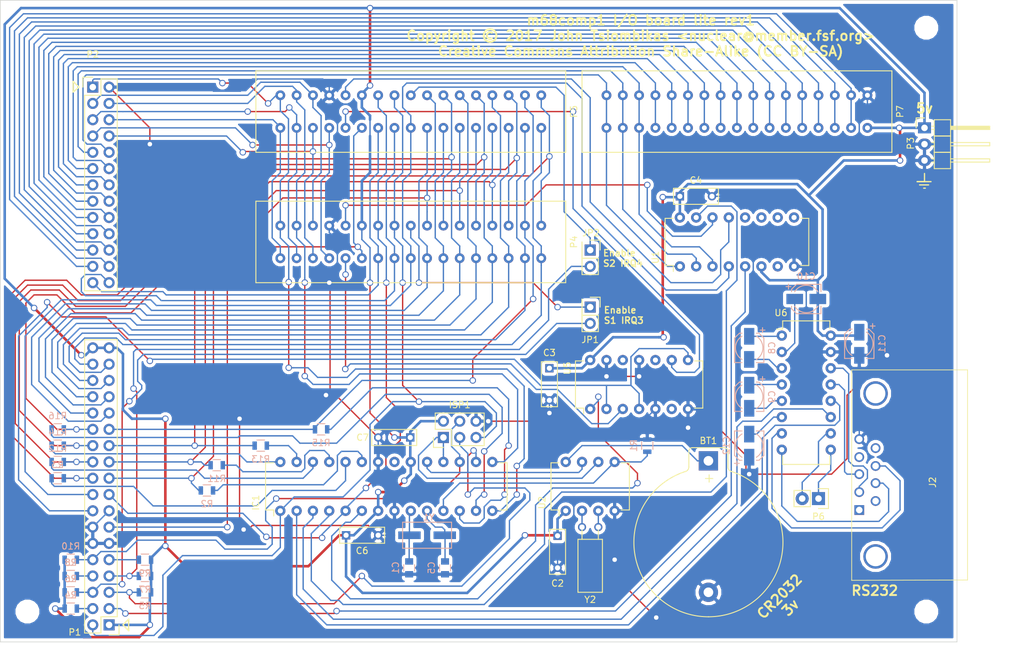
<source format=kicad_pcb>
(kicad_pcb (version 4) (host pcbnew 4.0.5+dfsg1-4)
  (layers (0 F.Cu signal) (31 B.Cu signal) (34 B.Paste user) (35 F.Paste user) (36 B.SilkS user) (37 F.SilkS user) (38 B.Mask user) (39 F.Mask user) (44 Edge.Cuts user))
  (net 0 "")
  (net 1 GND)
  (net 2 "Net-(BT1-Pad1)")
  (net 3 /XTAL1)
  (net 4 VCC)
  (net 5 /XTAL2)
  (net 6 "Net-(C8-Pad1)")
  (net 7 "Net-(C8-Pad2)")
  (net 8 "Net-(C9-Pad1)")
  (net 9 "Net-(C9-Pad2)")
  (net 10 "Net-(C10-Pad1)")
  (net 11 "Net-(C12-Pad2)")
  (net 12 /MISO)
  (net 13 /SCK)
  (net 14 /~SYS_RESET)
  (net 15 /RX)
  (net 16 /TX)
  (net 17 /~EN_AVR)
  (net 18 /~WR)
  (net 19 /DTACK)
  (net 20 /RTC_CE)
  (net 21 /D6)
  (net 22 /D7)
  (net 23 /A1)
  (net 24 /A2)
  (net 25 /~IRQ2)
  (net 26 /D0)
  (net 27 /D1)
  (net 28 /D2)
  (net 29 /D3)
  (net 30 /D4)
  (net 31 /D5)
  (net 32 /RS232_TX)
  (net 33 /RS232_RX)
  (net 34 /RS232_CTS)
  (net 35 /RS232_RTS)
  (net 36 /~INTS1)
  (net 37 /~IRQ3)
  (net 38 /~INTS2)
  (net 39 /~IRQ4)
  (net 40 /~IOEN)
  (net 41 /~IRQ1)
  (net 42 /~IRQ5)
  (net 43 /~IRQ6)
  (net 44 /~IRQ7)
  (net 45 /CLK20)
  (net 46 /~DTACK)
  (net 47 /~AS)
  (net 48 /BUS0)
  (net 49 /BUS1)
  (net 50 /BUS2)
  (net 51 /BUS3)
  (net 52 /BUS4)
  (net 53 /BUS5)
  (net 54 /BUS6)
  (net 55 /BUS7)
  (net 56 /BUS8)
  (net 57 /BUS9)
  (net 58 /BUS10)
  (net 59 /BUS11)
  (net 60 /BUS12)
  (net 61 /BUS13)
  (net 62 /BUS14)
  (net 63 /BUS15)
  (net 64 /A3)
  (net 65 /A5)
  (net 66 /A4)
  (net 67 /A7)
  (net 68 /A6)
  (net 69 /A9)
  (net 70 /A8)
  (net 71 /A11)
  (net 72 /A10)
  (net 73 /A13)
  (net 74 /A12)
  (net 75 /A15)
  (net 76 /A14)
  (net 77 /A17)
  (net 78 /A16)
  (net 79 /A19)
  (net 80 /A18)
  (net 81 /A21)
  (net 82 /A20)
  (net 83 /A23)
  (net 84 /A22)
  (net 85 /~UDS)
  (net 86 /~LDS)
  (net 87 /DTACK_S1)
  (net 88 /~EN_S1)
  (net 89 /DTACK_S2)
  (net 90 /~EN_S2)
  (net 91 /RTS)
  (net 92 /CTS)
  (net 93 "Net-(U2-Pad2)")
  (net 94 "Net-(U2-Pad3)")
  (module Mounting_Holes:MountingHole_2.7mm_M2.5 (layer F.Cu) (at 34 75)
    (fp_text reference REF** hide)
    (fp_text value MountingHole_2.7mm_M2.5 hide)
    (pad 1 np_thru_hole circle (at 0 0) (size 2.7 2.7) (drill 2.7) (layers *.Cu *.Mask))
  )
  (module Mounting_Holes:MountingHole_2.7mm_M2.5 (layer F.Cu) (at 33 130)
    (fp_text reference REF** hide)
    (fp_text value MountingHole_2.7mm_M2.5 hide)
    (pad 1 np_thru_hole circle (at 0 0) (size 2.7 2.7) (drill 2.7) (layers *.Cu *.Mask))
  )
  (module Mounting_Holes:MountingHole_2.7mm_M2.5 (layer F.Cu) (at 173 130)
    (fp_text reference REF** hide)
    (fp_text value MountingHole_2.7mm_M2.5 hide)
    (pad 1 np_thru_hole circle (at 0 0) (size 2.7 2.7) (drill 2.7) (layers *.Cu *.Mask))
  )
  (module m68kcomp1:edgecon_2x17 (layer F.Cu) (at 143.51 52.07 90)
    (fp_text reference P7 (at 0 25.4 90) (layer F.SilkS))
    (fp_text value SLOT_EX_ADDR)
    (pad 1 thru_hole circle (at -2.54 -20.32 90) (size 1.524 1.524) (drill 0.762) (layers *.Cu *.Mask) (net 70 /A8))
    (pad 2 thru_hole circle (at 2.54 -20.32 90) (size 1.524 1.524) (drill 0.762) (layers *.Cu *.Mask) (net 70 /A8))
    (pad 3 thru_hole circle (at -2.54 -17.78 90) (size 1.524 1.524) (drill 0.762) (layers *.Cu *.Mask) (net 69 /A9))
    (pad 4 thru_hole circle (at 2.54 -17.78 90) (size 1.524 1.524) (drill 0.762) (layers *.Cu *.Mask) (net 69 /A9))
    (pad 5 thru_hole circle (at -2.54 -15.24 90) (size 1.524 1.524) (drill 0.762) (layers *.Cu *.Mask) (net 72 /A10))
    (pad 6 thru_hole circle (at 2.54 -15.24 90) (size 1.524 1.524) (drill 0.762) (layers *.Cu *.Mask) (net 72 /A10))
    (pad 7 thru_hole circle (at -2.54 -12.7 90) (size 1.524 1.524) (drill 0.762) (layers *.Cu *.Mask) (net 71 /A11))
    (pad 8 thru_hole circle (at 2.54 -12.7 90) (size 1.524 1.524) (drill 0.762) (layers *.Cu *.Mask) (net 71 /A11))
    (pad 9 thru_hole circle (at -2.54 -10.16 90) (size 1.524 1.524) (drill 0.762) (layers *.Cu *.Mask) (net 74 /A12))
    (pad 10 thru_hole circle (at 2.54 -10.16 90) (size 1.524 1.524) (drill 0.762) (layers *.Cu *.Mask) (net 74 /A12))
    (pad 11 thru_hole circle (at -2.54 -7.62 90) (size 1.524 1.524) (drill 0.762) (layers *.Cu *.Mask) (net 73 /A13))
    (pad 12 thru_hole circle (at 2.54 -7.62 90) (size 1.524 1.524) (drill 0.762) (layers *.Cu *.Mask) (net 73 /A13))
    (pad 13 thru_hole circle (at -2.54 -5.08 90) (size 1.524 1.524) (drill 0.762) (layers *.Cu *.Mask) (net 76 /A14))
    (pad 14 thru_hole circle (at 2.54 -5.08 90) (size 1.524 1.524) (drill 0.762) (layers *.Cu *.Mask) (net 76 /A14))
    (pad 15 thru_hole circle (at -2.54 -2.54 90) (size 1.524 1.524) (drill 0.762) (layers *.Cu *.Mask) (net 75 /A15))
    (pad 16 thru_hole circle (at 2.54 -2.54 90) (size 1.524 1.524) (drill 0.762) (layers *.Cu *.Mask) (net 75 /A15))
    (pad 17 thru_hole circle (at -2.54 0 90) (size 1.524 1.524) (drill 0.762) (layers *.Cu *.Mask) (net 78 /A16))
    (pad 18 thru_hole circle (at 2.54 0 90) (size 1.524 1.524) (drill 0.762) (layers *.Cu *.Mask) (net 78 /A16))
    (pad 19 thru_hole circle (at -2.54 2.54 90) (size 1.524 1.524) (drill 0.762) (layers *.Cu *.Mask) (net 77 /A17))
    (pad 20 thru_hole circle (at 2.54 2.54 90) (size 1.524 1.524) (drill 0.762) (layers *.Cu *.Mask) (net 77 /A17))
    (pad 21 thru_hole circle (at -2.54 5.08 90) (size 1.524 1.524) (drill 0.762) (layers *.Cu *.Mask) (net 80 /A18))
    (pad 22 thru_hole circle (at 2.54 5.08 90) (size 1.524 1.524) (drill 0.762) (layers *.Cu *.Mask) (net 80 /A18))
    (pad 23 thru_hole circle (at -2.54 7.62 90) (size 1.524 1.524) (drill 0.762) (layers *.Cu *.Mask) (net 79 /A19))
    (pad 24 thru_hole circle (at 2.54 7.62 90) (size 1.524 1.524) (drill 0.762) (layers *.Cu *.Mask) (net 79 /A19))
    (pad 25 thru_hole circle (at -2.54 10.16 90) (size 1.524 1.524) (drill 0.762) (layers *.Cu *.Mask) (net 82 /A20))
    (pad 26 thru_hole circle (at 2.54 10.16 90) (size 1.524 1.524) (drill 0.762) (layers *.Cu *.Mask) (net 82 /A20))
    (pad 27 thru_hole circle (at -2.54 12.7 90) (size 1.524 1.524) (drill 0.762) (layers *.Cu *.Mask) (net 81 /A21))
    (pad 28 thru_hole circle (at 2.54 12.7 90) (size 1.524 1.524) (drill 0.762) (layers *.Cu *.Mask) (net 81 /A21))
    (pad 29 thru_hole circle (at -2.54 15.24 90) (size 1.524 1.524) (drill 0.762) (layers *.Cu *.Mask) (net 84 /A22))
    (pad 30 thru_hole circle (at 2.54 15.24 90) (size 1.524 1.524) (drill 0.762) (layers *.Cu *.Mask) (net 84 /A22))
    (pad 31 thru_hole circle (at -2.54 17.78 90) (size 1.524 1.524) (drill 0.762) (layers *.Cu *.Mask) (net 83 /A23))
    (pad 32 thru_hole circle (at 2.54 17.78 90) (size 1.524 1.524) (drill 0.762) (layers *.Cu *.Mask) (net 83 /A23))
    (pad 33 thru_hole circle (at -2.54 20.32 90) (size 1.524 1.524) (drill 0.762) (layers *.Cu *.Mask) (net 4 VCC))
    (pad 34 thru_hole circle (at 2.54 20.32 90) (size 1.524 1.524) (drill 0.762) (layers *.Cu *.Mask) (net 1 GND))
  )
  (module m68kcomp1:edgecon_2x17 (layer F.Cu) (at 92.71 72.39 90)
    (fp_text reference P4 (at 0 25.4 90) (layer F.SilkS))
    (fp_text value SLOT1)
    (pad 1 thru_hole circle (at -2.54 -20.32 90) (size 1.524 1.524) (drill 0.762) (layers *.Cu *.Mask) (net 66 /A4))
    (pad 2 thru_hole circle (at 2.54 -20.32 90) (size 1.524 1.524) (drill 0.762) (layers *.Cu *.Mask) (net 23 /A1))
    (pad 3 thru_hole circle (at -2.54 -17.78 90) (size 1.524 1.524) (drill 0.762) (layers *.Cu *.Mask) (net 65 /A5))
    (pad 4 thru_hole circle (at 2.54 -17.78 90) (size 1.524 1.524) (drill 0.762) (layers *.Cu *.Mask) (net 24 /A2))
    (pad 5 thru_hole circle (at -2.54 -15.24 90) (size 1.524 1.524) (drill 0.762) (layers *.Cu *.Mask) (net 68 /A6))
    (pad 6 thru_hole circle (at 2.54 -15.24 90) (size 1.524 1.524) (drill 0.762) (layers *.Cu *.Mask) (net 64 /A3))
    (pad 7 thru_hole circle (at -2.54 -12.7 90) (size 1.524 1.524) (drill 0.762) (layers *.Cu *.Mask) (net 67 /A7))
    (pad 8 thru_hole circle (at 2.54 -12.7 90) (size 1.524 1.524) (drill 0.762) (layers *.Cu *.Mask) (net 1 GND))
    (pad 9 thru_hole circle (at -2.54 -10.16 90) (size 1.524 1.524) (drill 0.762) (layers *.Cu *.Mask) (net 87 /DTACK_S1))
    (pad 10 thru_hole circle (at 2.54 -10.16 90) (size 1.524 1.524) (drill 0.762) (layers *.Cu *.Mask) (net 88 /~EN_S1))
    (pad 11 thru_hole circle (at -2.54 -7.62 90) (size 1.524 1.524) (drill 0.762) (layers *.Cu *.Mask) (net 45 /CLK20))
    (pad 12 thru_hole circle (at 2.54 -7.62 90) (size 1.524 1.524) (drill 0.762) (layers *.Cu *.Mask) (net 4 VCC))
    (pad 13 thru_hole circle (at -2.54 -5.08 90) (size 1.524 1.524) (drill 0.762) (layers *.Cu *.Mask) (net 85 /~UDS))
    (pad 14 thru_hole circle (at 2.54 -5.08 90) (size 1.524 1.524) (drill 0.762) (layers *.Cu *.Mask) (net 18 /~WR))
    (pad 15 thru_hole circle (at -2.54 -2.54 90) (size 1.524 1.524) (drill 0.762) (layers *.Cu *.Mask) (net 86 /~LDS))
    (pad 16 thru_hole circle (at 2.54 -2.54 90) (size 1.524 1.524) (drill 0.762) (layers *.Cu *.Mask) (net 14 /~SYS_RESET))
    (pad 17 thru_hole circle (at -2.54 0 90) (size 1.524 1.524) (drill 0.762) (layers *.Cu *.Mask) (net 47 /~AS))
    (pad 18 thru_hole circle (at 2.54 0 90) (size 1.524 1.524) (drill 0.762) (layers *.Cu *.Mask) (net 36 /~INTS1))
    (pad 19 thru_hole circle (at -2.54 2.54 90) (size 1.524 1.524) (drill 0.762) (layers *.Cu *.Mask) (net 56 /BUS8))
    (pad 20 thru_hole circle (at 2.54 2.54 90) (size 1.524 1.524) (drill 0.762) (layers *.Cu *.Mask) (net 48 /BUS0))
    (pad 21 thru_hole circle (at -2.54 5.08 90) (size 1.524 1.524) (drill 0.762) (layers *.Cu *.Mask) (net 57 /BUS9))
    (pad 22 thru_hole circle (at 2.54 5.08 90) (size 1.524 1.524) (drill 0.762) (layers *.Cu *.Mask) (net 49 /BUS1))
    (pad 23 thru_hole circle (at -2.54 7.62 90) (size 1.524 1.524) (drill 0.762) (layers *.Cu *.Mask) (net 58 /BUS10))
    (pad 24 thru_hole circle (at 2.54 7.62 90) (size 1.524 1.524) (drill 0.762) (layers *.Cu *.Mask) (net 50 /BUS2))
    (pad 25 thru_hole circle (at -2.54 10.16 90) (size 1.524 1.524) (drill 0.762) (layers *.Cu *.Mask) (net 59 /BUS11))
    (pad 26 thru_hole circle (at 2.54 10.16 90) (size 1.524 1.524) (drill 0.762) (layers *.Cu *.Mask) (net 51 /BUS3))
    (pad 27 thru_hole circle (at -2.54 12.7 90) (size 1.524 1.524) (drill 0.762) (layers *.Cu *.Mask) (net 60 /BUS12))
    (pad 28 thru_hole circle (at 2.54 12.7 90) (size 1.524 1.524) (drill 0.762) (layers *.Cu *.Mask) (net 52 /BUS4))
    (pad 29 thru_hole circle (at -2.54 15.24 90) (size 1.524 1.524) (drill 0.762) (layers *.Cu *.Mask) (net 61 /BUS13))
    (pad 30 thru_hole circle (at 2.54 15.24 90) (size 1.524 1.524) (drill 0.762) (layers *.Cu *.Mask) (net 53 /BUS5))
    (pad 31 thru_hole circle (at -2.54 17.78 90) (size 1.524 1.524) (drill 0.762) (layers *.Cu *.Mask) (net 62 /BUS14))
    (pad 32 thru_hole circle (at 2.54 17.78 90) (size 1.524 1.524) (drill 0.762) (layers *.Cu *.Mask) (net 54 /BUS6))
    (pad 33 thru_hole circle (at -2.54 20.32 90) (size 1.524 1.524) (drill 0.762) (layers *.Cu *.Mask) (net 63 /BUS15))
    (pad 34 thru_hole circle (at 2.54 20.32 90) (size 1.524 1.524) (drill 0.762) (layers *.Cu *.Mask) (net 55 /BUS7))
  )
  (module m68kcomp1:CR2032_CoinCell (layer F.Cu) (at 139.065 106.51 270)
    (fp_text reference BT1 (at -3.132 0 360) (layer F.SilkS))
    (fp_text value 3v)
    (fp_text user + (at 2.75 0 270) (layer F.SilkS) (effects (font (size 1.5 1.5))))
    (pad 2 thru_hole circle (at 20.49 0 270) (size 3 3) (drill 1.5) (layers *.Cu *.Mask) (net 1 GND))
    (pad 1 thru_hole rect (at 0 0 270) (size 3 3) (drill 1.5) (layers *.Cu *.Mask) (net 2 "Net-(BT1-Pad1)"))
  )
  (module Capacitors_SMD:C_0805 (layer B.Cu) (at 92.456 123.19 270)
    (fp_text reference C1 (at 0 2.1 270) (layer B.SilkS) (effects (justify mirror)))
    (fp_text value 22pF)
    (pad 1 smd rect (at -1 0 270) (size 1 1.25) (layers B.Cu B.Paste B.Mask) (net 3 /XTAL1))
    (pad 2 smd rect (at 1 0 270) (size 1 1.25) (layers B.Cu B.Paste B.Mask) (net 1 GND))
  )
  (module Capacitors_ThroughHole:C_Rect_L7_W2.5_P5 (layer F.Cu) (at 115.57 118.19 270)
    (fp_text reference C2 (at 7.413 0 360) (layer F.SilkS))
    (fp_text value 0.1uF)
    (pad 1 thru_hole rect (at 0 0 270) (size 1.3 1.3) (drill 0.8) (layers *.Cu *.Mask) (net 4 VCC))
    (pad 2 thru_hole circle (at 5 0 270) (size 1.3 1.3) (drill 0.8) (layers *.Cu *.Mask) (net 1 GND))
  )
  (module Capacitors_ThroughHole:C_Rect_L7_W2.5_P5 (layer F.Cu) (at 114.3 92.075 270)
    (fp_text reference C3 (at -2.413 0 360) (layer F.SilkS))
    (fp_text value 0.1uF)
    (pad 1 thru_hole rect (at 0 0 270) (size 1.3 1.3) (drill 0.8) (layers *.Cu *.Mask) (net 4 VCC))
    (pad 2 thru_hole circle (at 5 0 270) (size 1.3 1.3) (drill 0.8) (layers *.Cu *.Mask) (net 1 GND))
  )
  (module Capacitors_ThroughHole:C_Rect_L7_W2.5_P5 (layer F.Cu) (at 134.62 65.278)
    (fp_text reference C4 (at 2.5 -2.5) (layer F.SilkS))
    (fp_text value 0.1uF)
    (pad 1 thru_hole rect (at 0 0) (size 1.3 1.3) (drill 0.8) (layers *.Cu *.Mask) (net 4 VCC))
    (pad 2 thru_hole circle (at 5 0) (size 1.3 1.3) (drill 0.8) (layers *.Cu *.Mask) (net 1 GND))
  )
  (module Capacitors_SMD:C_0805 (layer B.Cu) (at 98.044 123.19 270)
    (fp_text reference C5 (at 0 2.1 270) (layer B.SilkS) (effects (justify mirror)))
    (fp_text value 22pF)
    (pad 1 smd rect (at -1 0 270) (size 1 1.25) (layers B.Cu B.Paste B.Mask) (net 5 /XTAL2))
    (pad 2 smd rect (at 1 0 270) (size 1 1.25) (layers B.Cu B.Paste B.Mask) (net 1 GND))
  )
  (module Capacitors_ThroughHole:C_Rect_L7_W2.5_P5 (layer F.Cu) (at 82.63 118.11)
    (fp_text reference C6 (at 2.5 2.413) (layer F.SilkS))
    (fp_text value 0.1uF)
    (pad 1 thru_hole rect (at 0 0) (size 1.3 1.3) (drill 0.8) (layers *.Cu *.Mask) (net 4 VCC))
    (pad 2 thru_hole circle (at 5 0) (size 1.3 1.3) (drill 0.8) (layers *.Cu *.Mask) (net 1 GND))
  )
  (module Capacitors_ThroughHole:C_Rect_L7_W2.5_P5 (layer F.Cu) (at 92.63 102.87 180)
    (fp_text reference C7 (at 7.413 0 180) (layer F.SilkS))
    (fp_text value 0.1uF)
    (pad 1 thru_hole rect (at 0 0 180) (size 1.3 1.3) (drill 0.8) (layers *.Cu *.Mask) (net 4 VCC))
    (pad 2 thru_hole circle (at 5 0 180) (size 1.3 1.3) (drill 0.8) (layers *.Cu *.Mask) (net 1 GND))
  )
  (module Capacitors_SMD:c_elec_4x5.7 (layer B.Cu) (at 145.415 88.9 270)
    (fp_text reference C8 (at 0 -3.5433 270) (layer B.SilkS) (effects (justify mirror)))
    (fp_text value 1uF)
    (fp_text user + (at -2.7686 -2.0066 270) (layer B.SilkS) (effects (justify mirror)))
    (pad 1 smd rect (at -1.8 0 90) (size 2.6 1.6) (layers B.Cu B.Paste B.Mask) (net 6 "Net-(C8-Pad1)"))
    (pad 2 smd rect (at 1.8 0 90) (size 2.6 1.6) (layers B.Cu B.Paste B.Mask) (net 7 "Net-(C8-Pad2)"))
  )
  (module Capacitors_SMD:c_elec_4x5.7 (layer B.Cu) (at 145.415 96.52 270)
    (fp_text reference C9 (at 0 -3.5433 270) (layer B.SilkS) (effects (justify mirror)))
    (fp_text value 1uF)
    (fp_text user + (at -2.7686 -2.0066 270) (layer B.SilkS) (effects (justify mirror)))
    (pad 1 smd rect (at -1.8 0 90) (size 2.6 1.6) (layers B.Cu B.Paste B.Mask) (net 8 "Net-(C9-Pad1)"))
    (pad 2 smd rect (at 1.8 0 90) (size 2.6 1.6) (layers B.Cu B.Paste B.Mask) (net 9 "Net-(C9-Pad2)"))
  )
  (module Capacitors_SMD:c_elec_4x5.7 (layer B.Cu) (at 154.305 81.28)
    (fp_text reference C10 (at 0 -3.5433) (layer B.SilkS) (effects (justify mirror)))
    (fp_text value 1uF)
    (fp_text user + (at -2.7686 -2.0066) (layer B.SilkS) (effects (justify mirror)))
    (pad 1 smd rect (at -1.8 0 180) (size 2.6 1.6) (layers B.Cu B.Paste B.Mask) (net 10 "Net-(C10-Pad1)"))
    (pad 2 smd rect (at 1.8 0 180) (size 2.6 1.6) (layers B.Cu B.Paste B.Mask) (net 4 VCC))
  )
  (module Capacitors_SMD:c_elec_4x5.7 (layer B.Cu) (at 162.56 88.265 270)
    (fp_text reference C11 (at 0 -3.5433 270) (layer B.SilkS) (effects (justify mirror)))
    (fp_text value 1uF)
    (fp_text user + (at -2.7686 -2.0066 270) (layer B.SilkS) (effects (justify mirror)))
    (pad 1 smd rect (at -1.8 0 90) (size 2.6 1.6) (layers B.Cu B.Paste B.Mask) (net 4 VCC))
    (pad 2 smd rect (at 1.8 0 90) (size 2.6 1.6) (layers B.Cu B.Paste B.Mask) (net 1 GND))
  )
  (module Capacitors_SMD:c_elec_4x5.7 (layer B.Cu) (at 145.415 104.14 90)
    (fp_text reference C12 (at 0 -3.5433 90) (layer B.SilkS) (effects (justify mirror)))
    (fp_text value 1uF)
    (fp_text user + (at -2.7686 -2.0066 90) (layer B.SilkS) (effects (justify mirror)))
    (pad 1 smd rect (at -1.8 0 270) (size 2.6 1.6) (layers B.Cu B.Paste B.Mask) (net 1 GND))
    (pad 2 smd rect (at 1.8 0 270) (size 2.6 1.6) (layers B.Cu B.Paste B.Mask) (net 11 "Net-(C12-Pad2)"))
  )
  (module Pin_Headers:Pin_Header_Straight_2x03 (layer F.Cu) (at 97.79 102.87 90)
    (fp_text reference ISP1 (at 5.08 2.54 180) (layer F.SilkS))
    (fp_text value AVR_ISP)
    (pad 1 thru_hole rect (at 0 0 90) (size 1.7272 1.7272) (drill 1.016) (layers *.Cu *.Mask) (net 12 /MISO))
    (pad 2 thru_hole oval (at 2.54 0 90) (size 1.7272 1.7272) (drill 1.016) (layers *.Cu *.Mask) (net 4 VCC))
    (pad 3 thru_hole oval (at 0 2.54 90) (size 1.7272 1.7272) (drill 1.016) (layers *.Cu *.Mask) (net 13 /SCK))
    (pad 4 thru_hole oval (at 2.54 2.54 90) (size 1.7272 1.7272) (drill 1.016) (layers *.Cu *.Mask) (net 44 /~IRQ7))
    (pad 5 thru_hole oval (at 0 5.08 90) (size 1.7272 1.7272) (drill 1.016) (layers *.Cu *.Mask) (net 14 /~SYS_RESET))
    (pad 6 thru_hole oval (at 2.54 5.08 90) (size 1.7272 1.7272) (drill 1.016) (layers *.Cu *.Mask) (net 1 GND))
  )
  (module Housings_DIP:DIP-28_W7.62mm (layer F.Cu) (at 72.39 114.3 90)
    (fp_text reference IC1 (at 1.27 -3.81 90) (layer F.SilkS))
    (fp_text value ATMEGA168-P)
    (pad 1 thru_hole oval (at 0 0 90) (size 1.6 1.6) (drill 0.8) (layers *.Cu *.Mask) (net 14 /~SYS_RESET))
    (pad 2 thru_hole oval (at 0 2.54 90) (size 1.6 1.6) (drill 0.8) (layers *.Cu *.Mask) (net 15 /RX))
    (pad 3 thru_hole oval (at 0 5.08 90) (size 1.6 1.6) (drill 0.8) (layers *.Cu *.Mask) (net 16 /TX))
    (pad 4 thru_hole oval (at 0 7.62 90) (size 1.6 1.6) (drill 0.8) (layers *.Cu *.Mask) (net 17 /~EN_AVR))
    (pad 5 thru_hole oval (at 0 10.16 90) (size 1.6 1.6) (drill 0.8) (layers *.Cu *.Mask) (net 18 /~WR))
    (pad 6 thru_hole oval (at 0 12.7 90) (size 1.6 1.6) (drill 0.8) (layers *.Cu *.Mask) (net 19 /DTACK))
    (pad 7 thru_hole oval (at 0 15.24 90) (size 1.6 1.6) (drill 0.8) (layers *.Cu *.Mask) (net 4 VCC))
    (pad 8 thru_hole oval (at 0 17.78 90) (size 1.6 1.6) (drill 0.8) (layers *.Cu *.Mask) (net 1 GND))
    (pad 9 thru_hole oval (at 0 20.32 90) (size 1.6 1.6) (drill 0.8) (layers *.Cu *.Mask) (net 3 /XTAL1))
    (pad 10 thru_hole oval (at 0 22.86 90) (size 1.6 1.6) (drill 0.8) (layers *.Cu *.Mask) (net 5 /XTAL2))
    (pad 11 thru_hole oval (at 0 25.4 90) (size 1.6 1.6) (drill 0.8) (layers *.Cu *.Mask) (net 20 /RTC_CE))
    (pad 12 thru_hole oval (at 0 27.94 90) (size 1.6 1.6) (drill 0.8) (layers *.Cu *.Mask) (net 21 /D6))
    (pad 13 thru_hole oval (at 0 30.48 90) (size 1.6 1.6) (drill 0.8) (layers *.Cu *.Mask) (net 22 /D7))
    (pad 14 thru_hole oval (at 0 33.02 90) (size 1.6 1.6) (drill 0.8) (layers *.Cu *.Mask) (net 23 /A1))
    (pad 15 thru_hole oval (at 7.62 33.02 90) (size 1.6 1.6) (drill 0.8) (layers *.Cu *.Mask) (net 24 /A2))
    (pad 16 thru_hole oval (at 7.62 30.48 90) (size 1.6 1.6) (drill 0.8) (layers *.Cu *.Mask) (net 25 /~IRQ2))
    (pad 17 thru_hole oval (at 7.62 27.94 90) (size 1.6 1.6) (drill 0.8) (layers *.Cu *.Mask) (net 44 /~IRQ7))
    (pad 18 thru_hole oval (at 7.62 25.4 90) (size 1.6 1.6) (drill 0.8) (layers *.Cu *.Mask) (net 12 /MISO))
    (pad 19 thru_hole oval (at 7.62 22.86 90) (size 1.6 1.6) (drill 0.8) (layers *.Cu *.Mask) (net 13 /SCK))
    (pad 20 thru_hole oval (at 7.62 20.32 90) (size 1.6 1.6) (drill 0.8) (layers *.Cu *.Mask) (net 4 VCC))
    (pad 21 thru_hole oval (at 7.62 17.78 90) (size 1.6 1.6) (drill 0.8) (layers *.Cu *.Mask))
    (pad 22 thru_hole oval (at 7.62 15.24 90) (size 1.6 1.6) (drill 0.8) (layers *.Cu *.Mask) (net 1 GND))
    (pad 23 thru_hole oval (at 7.62 12.7 90) (size 1.6 1.6) (drill 0.8) (layers *.Cu *.Mask) (net 26 /D0))
    (pad 24 thru_hole oval (at 7.62 10.16 90) (size 1.6 1.6) (drill 0.8) (layers *.Cu *.Mask) (net 27 /D1))
    (pad 25 thru_hole oval (at 7.62 7.62 90) (size 1.6 1.6) (drill 0.8) (layers *.Cu *.Mask) (net 28 /D2))
    (pad 26 thru_hole oval (at 7.62 5.08 90) (size 1.6 1.6) (drill 0.8) (layers *.Cu *.Mask) (net 29 /D3))
    (pad 27 thru_hole oval (at 7.62 2.54 90) (size 1.6 1.6) (drill 0.8) (layers *.Cu *.Mask) (net 30 /D4))
    (pad 28 thru_hole oval (at 7.62 0 90) (size 1.6 1.6) (drill 0.8) (layers *.Cu *.Mask) (net 31 /D5))
  )
  (module Connectors:DB9MC (layer F.Cu) (at 162.56 114.175 270)
    (fp_text reference J2 (at -4.32 -11.43 270) (layer F.SilkS))
    (fp_text value DB9)
    (pad "" thru_hole circle (at 7.24 -2.54 270) (size 3.81 3.81) (drill 3.05) (layers *.Cu *.Mask))
    (pad "" thru_hole circle (at -18.16 -2.54 270) (size 3.81 3.81) (drill 3.05) (layers *.Cu *.Mask))
    (pad 1 thru_hole rect (at 0 0 270) (size 1.52 1.52) (drill 1.02) (layers *.Cu *.Mask))
    (pad 2 thru_hole circle (at -2.79 0 270) (size 1.52 1.52) (drill 1.02) (layers *.Cu *.Mask) (net 32 /RS232_TX))
    (pad 3 thru_hole circle (at -5.59 0 270) (size 1.52 1.52) (drill 1.02) (layers *.Cu *.Mask) (net 33 /RS232_RX))
    (pad 4 thru_hole circle (at -8.25 0 270) (size 1.52 1.52) (drill 1.02) (layers *.Cu *.Mask))
    (pad 5 thru_hole circle (at -11.05 0 270) (size 1.52 1.52) (drill 1.02) (layers *.Cu *.Mask) (net 1 GND))
    (pad 9 thru_hole circle (at -9.65 -2.54 270) (size 1.52 1.52) (drill 1.02) (layers *.Cu *.Mask))
    (pad 8 thru_hole circle (at -6.86 -2.54 270) (size 1.52 1.52) (drill 1.02) (layers *.Cu *.Mask) (net 34 /RS232_CTS))
    (pad 7 thru_hole circle (at -4.19 -2.54 270) (size 1.52 1.52) (drill 1.02) (layers *.Cu *.Mask) (net 35 /RS232_RTS))
    (pad 6 thru_hole circle (at -1.4 -2.54 270) (size 1.52 1.52) (drill 1.02) (layers *.Cu *.Mask))
  )
  (module Pin_Headers:Pin_Header_Straight_2x01 (layer F.Cu) (at 120.65 82.55 270)
    (fp_text reference JP1 (at 5.08 0 360) (layer F.SilkS))
    (fp_text value INT_S1)
    (pad 1 thru_hole rect (at 0 0 270) (size 1.7272 1.7272) (drill 1.016) (layers *.Cu *.Mask) (net 36 /~INTS1))
    (pad 2 thru_hole oval (at 2.54 0 270) (size 1.7272 1.7272) (drill 1.016) (layers *.Cu *.Mask) (net 37 /~IRQ3))
  )
  (module Pin_Headers:Pin_Header_Straight_2x01 (layer F.Cu) (at 120.65 73.66 270)
    (fp_text reference JP2 (at -2.667 -0.127 360) (layer F.SilkS))
    (fp_text value INT_S2)
    (pad 1 thru_hole rect (at 0 0 270) (size 1.7272 1.7272) (drill 1.016) (layers *.Cu *.Mask) (net 38 /~INTS2))
    (pad 2 thru_hole oval (at 2.54 0 270) (size 1.7272 1.7272) (drill 1.016) (layers *.Cu *.Mask) (net 39 /~IRQ4))
  )
  (module Pin_Headers:Pin_Header_Straight_2x18 (layer F.Cu) (at 45.72 132.08 180)
    (fp_text reference P1 (at 5.334 -1.143 180) (layer F.SilkS))
    (fp_text value CONN_CTL_DATA)
    (pad 1 thru_hole rect (at 0 0 180) (size 1.7272 1.7272) (drill 1.016) (layers *.Cu *.Mask) (net 4 VCC))
    (pad 2 thru_hole oval (at 2.54 0 180) (size 1.7272 1.7272) (drill 1.016) (layers *.Cu *.Mask) (net 14 /~SYS_RESET))
    (pad 3 thru_hole oval (at 0 2.54 180) (size 1.7272 1.7272) (drill 1.016) (layers *.Cu *.Mask) (net 40 /~IOEN))
    (pad 4 thru_hole oval (at 2.54 2.54 180) (size 1.7272 1.7272) (drill 1.016) (layers *.Cu *.Mask) (net 41 /~IRQ1))
    (pad 5 thru_hole oval (at 0 5.08 180) (size 1.7272 1.7272) (drill 1.016) (layers *.Cu *.Mask) (net 25 /~IRQ2))
    (pad 6 thru_hole oval (at 2.54 5.08 180) (size 1.7272 1.7272) (drill 1.016) (layers *.Cu *.Mask) (net 37 /~IRQ3))
    (pad 7 thru_hole oval (at 0 7.62 180) (size 1.7272 1.7272) (drill 1.016) (layers *.Cu *.Mask) (net 39 /~IRQ4))
    (pad 8 thru_hole oval (at 2.54 7.62 180) (size 1.7272 1.7272) (drill 1.016) (layers *.Cu *.Mask) (net 42 /~IRQ5))
    (pad 9 thru_hole oval (at 0 10.16 180) (size 1.7272 1.7272) (drill 1.016) (layers *.Cu *.Mask) (net 43 /~IRQ6))
    (pad 10 thru_hole oval (at 2.54 10.16 180) (size 1.7272 1.7272) (drill 1.016) (layers *.Cu *.Mask) (net 44 /~IRQ7))
    (pad 11 thru_hole oval (at 0 12.7 180) (size 1.7272 1.7272) (drill 1.016) (layers *.Cu *.Mask) (net 1 GND))
    (pad 12 thru_hole oval (at 2.54 12.7 180) (size 1.7272 1.7272) (drill 1.016) (layers *.Cu *.Mask) (net 1 GND))
    (pad 13 thru_hole oval (at 0 15.24 180) (size 1.7272 1.7272) (drill 1.016) (layers *.Cu *.Mask) (net 45 /CLK20))
    (pad 14 thru_hole oval (at 2.54 15.24 180) (size 1.7272 1.7272) (drill 1.016) (layers *.Cu *.Mask) (net 1 GND))
    (pad 15 thru_hole oval (at 0 17.78 180) (size 1.7272 1.7272) (drill 1.016) (layers *.Cu *.Mask) (net 1 GND))
    (pad 16 thru_hole oval (at 2.54 17.78 180) (size 1.7272 1.7272) (drill 1.016) (layers *.Cu *.Mask) (net 46 /~DTACK))
    (pad 17 thru_hole oval (at 0 20.32 180) (size 1.7272 1.7272) (drill 1.016) (layers *.Cu *.Mask) (net 18 /~WR))
    (pad 18 thru_hole oval (at 2.54 20.32 180) (size 1.7272 1.7272) (drill 1.016) (layers *.Cu *.Mask) (net 47 /~AS))
    (pad 19 thru_hole oval (at 0 22.86 180) (size 1.7272 1.7272) (drill 1.016) (layers *.Cu *.Mask) (net 48 /BUS0))
    (pad 20 thru_hole oval (at 2.54 22.86 180) (size 1.7272 1.7272) (drill 1.016) (layers *.Cu *.Mask) (net 49 /BUS1))
    (pad 21 thru_hole oval (at 0 25.4 180) (size 1.7272 1.7272) (drill 1.016) (layers *.Cu *.Mask) (net 50 /BUS2))
    (pad 22 thru_hole oval (at 2.54 25.4 180) (size 1.7272 1.7272) (drill 1.016) (layers *.Cu *.Mask) (net 51 /BUS3))
    (pad 23 thru_hole oval (at 0 27.94 180) (size 1.7272 1.7272) (drill 1.016) (layers *.Cu *.Mask) (net 52 /BUS4))
    (pad 24 thru_hole oval (at 2.54 27.94 180) (size 1.7272 1.7272) (drill 1.016) (layers *.Cu *.Mask) (net 53 /BUS5))
    (pad 25 thru_hole oval (at 0 30.48 180) (size 1.7272 1.7272) (drill 1.016) (layers *.Cu *.Mask) (net 54 /BUS6))
    (pad 26 thru_hole oval (at 2.54 30.48 180) (size 1.7272 1.7272) (drill 1.016) (layers *.Cu *.Mask) (net 55 /BUS7))
    (pad 27 thru_hole oval (at 0 33.02 180) (size 1.7272 1.7272) (drill 1.016) (layers *.Cu *.Mask) (net 56 /BUS8))
    (pad 28 thru_hole oval (at 2.54 33.02 180) (size 1.7272 1.7272) (drill 1.016) (layers *.Cu *.Mask) (net 57 /BUS9))
    (pad 29 thru_hole oval (at 0 35.56 180) (size 1.7272 1.7272) (drill 1.016) (layers *.Cu *.Mask) (net 58 /BUS10))
    (pad 30 thru_hole oval (at 2.54 35.56 180) (size 1.7272 1.7272) (drill 1.016) (layers *.Cu *.Mask) (net 59 /BUS11))
    (pad 31 thru_hole oval (at 0 38.1 180) (size 1.7272 1.7272) (drill 1.016) (layers *.Cu *.Mask) (net 60 /BUS12))
    (pad 32 thru_hole oval (at 2.54 38.1 180) (size 1.7272 1.7272) (drill 1.016) (layers *.Cu *.Mask) (net 61 /BUS13))
    (pad 33 thru_hole oval (at 0 40.64 180) (size 1.7272 1.7272) (drill 1.016) (layers *.Cu *.Mask) (net 62 /BUS14))
    (pad 34 thru_hole oval (at 2.54 40.64 180) (size 1.7272 1.7272) (drill 1.016) (layers *.Cu *.Mask) (net 63 /BUS15))
    (pad 35 thru_hole oval (at 0 43.18 180) (size 1.7272 1.7272) (drill 1.016) (layers *.Cu *.Mask) (net 4 VCC))
    (pad 36 thru_hole oval (at 2.54 43.18 180) (size 1.7272 1.7272) (drill 1.016) (layers *.Cu *.Mask) (net 4 VCC))
  )
  (module Pin_Headers:Pin_Header_Straight_2x13 (layer F.Cu) (at 43.18 48.26)
    (fp_text reference P2 (at 0 -5.1) (layer F.SilkS))
    (fp_text value CONN_ADDR)
    (pad 1 thru_hole rect (at 0 0) (size 1.7272 1.7272) (drill 1.016) (layers *.Cu *.Mask) (net 23 /A1))
    (pad 2 thru_hole oval (at 2.54 0) (size 1.7272 1.7272) (drill 1.016) (layers *.Cu *.Mask) (net 1 GND))
    (pad 3 thru_hole oval (at 0 2.54) (size 1.7272 1.7272) (drill 1.016) (layers *.Cu *.Mask) (net 64 /A3))
    (pad 4 thru_hole oval (at 2.54 2.54) (size 1.7272 1.7272) (drill 1.016) (layers *.Cu *.Mask) (net 24 /A2))
    (pad 5 thru_hole oval (at 0 5.08) (size 1.7272 1.7272) (drill 1.016) (layers *.Cu *.Mask) (net 65 /A5))
    (pad 6 thru_hole oval (at 2.54 5.08) (size 1.7272 1.7272) (drill 1.016) (layers *.Cu *.Mask) (net 66 /A4))
    (pad 7 thru_hole oval (at 0 7.62) (size 1.7272 1.7272) (drill 1.016) (layers *.Cu *.Mask) (net 67 /A7))
    (pad 8 thru_hole oval (at 2.54 7.62) (size 1.7272 1.7272) (drill 1.016) (layers *.Cu *.Mask) (net 68 /A6))
    (pad 9 thru_hole oval (at 0 10.16) (size 1.7272 1.7272) (drill 1.016) (layers *.Cu *.Mask) (net 69 /A9))
    (pad 10 thru_hole oval (at 2.54 10.16) (size 1.7272 1.7272) (drill 1.016) (layers *.Cu *.Mask) (net 70 /A8))
    (pad 11 thru_hole oval (at 0 12.7) (size 1.7272 1.7272) (drill 1.016) (layers *.Cu *.Mask) (net 71 /A11))
    (pad 12 thru_hole oval (at 2.54 12.7) (size 1.7272 1.7272) (drill 1.016) (layers *.Cu *.Mask) (net 72 /A10))
    (pad 13 thru_hole oval (at 0 15.24) (size 1.7272 1.7272) (drill 1.016) (layers *.Cu *.Mask) (net 73 /A13))
    (pad 14 thru_hole oval (at 2.54 15.24) (size 1.7272 1.7272) (drill 1.016) (layers *.Cu *.Mask) (net 74 /A12))
    (pad 15 thru_hole oval (at 0 17.78) (size 1.7272 1.7272) (drill 1.016) (layers *.Cu *.Mask) (net 75 /A15))
    (pad 16 thru_hole oval (at 2.54 17.78) (size 1.7272 1.7272) (drill 1.016) (layers *.Cu *.Mask) (net 76 /A14))
    (pad 17 thru_hole oval (at 0 20.32) (size 1.7272 1.7272) (drill 1.016) (layers *.Cu *.Mask) (net 77 /A17))
    (pad 18 thru_hole oval (at 2.54 20.32) (size 1.7272 1.7272) (drill 1.016) (layers *.Cu *.Mask) (net 78 /A16))
    (pad 19 thru_hole oval (at 0 22.86) (size 1.7272 1.7272) (drill 1.016) (layers *.Cu *.Mask) (net 79 /A19))
    (pad 20 thru_hole oval (at 2.54 22.86) (size 1.7272 1.7272) (drill 1.016) (layers *.Cu *.Mask) (net 80 /A18))
    (pad 21 thru_hole oval (at 0 25.4) (size 1.7272 1.7272) (drill 1.016) (layers *.Cu *.Mask) (net 81 /A21))
    (pad 22 thru_hole oval (at 2.54 25.4) (size 1.7272 1.7272) (drill 1.016) (layers *.Cu *.Mask) (net 82 /A20))
    (pad 23 thru_hole oval (at 0 27.94) (size 1.7272 1.7272) (drill 1.016) (layers *.Cu *.Mask) (net 83 /A23))
    (pad 24 thru_hole oval (at 2.54 27.94) (size 1.7272 1.7272) (drill 1.016) (layers *.Cu *.Mask) (net 84 /A22))
    (pad 25 thru_hole oval (at 0 30.48) (size 1.7272 1.7272) (drill 1.016) (layers *.Cu *.Mask) (net 85 /~UDS))
    (pad 26 thru_hole oval (at 2.54 30.48) (size 1.7272 1.7272) (drill 1.016) (layers *.Cu *.Mask) (net 86 /~LDS))
  )
  (module Pin_Headers:Pin_Header_Angled_1x03 (layer F.Cu) (at 172.72 54.61)
    (fp_text reference P3 (at -2.159 2.413 90) (layer F.SilkS))
    (fp_text value SLOT_PWR)
    (pad 1 thru_hole rect (at 0 0) (size 2.032 1.7272) (drill 1.016) (layers *.Cu *.Mask) (net 4 VCC))
    (pad 2 thru_hole oval (at 0 2.54) (size 2.032 1.7272) (drill 1.016) (layers *.Cu *.Mask) (net 1 GND))
    (pad 3 thru_hole oval (at 0 5.08) (size 2.032 1.7272) (drill 1.016) (layers *.Cu *.Mask) (net 1 GND))
  )
  (module m68kcomp1:edgecon_2x17 (layer F.Cu) (at 92.71 52.07 90)
    (fp_text reference P5 (at 0 25.4 90) (layer F.SilkS))
    (fp_text value SLOT2)
    (pad 1 thru_hole circle (at -2.54 -20.32 90) (size 1.524 1.524) (drill 0.762) (layers *.Cu *.Mask) (net 66 /A4))
    (pad 2 thru_hole circle (at 2.54 -20.32 90) (size 1.524 1.524) (drill 0.762) (layers *.Cu *.Mask) (net 23 /A1))
    (pad 3 thru_hole circle (at -2.54 -17.78 90) (size 1.524 1.524) (drill 0.762) (layers *.Cu *.Mask) (net 65 /A5))
    (pad 4 thru_hole circle (at 2.54 -17.78 90) (size 1.524 1.524) (drill 0.762) (layers *.Cu *.Mask) (net 24 /A2))
    (pad 5 thru_hole circle (at -2.54 -15.24 90) (size 1.524 1.524) (drill 0.762) (layers *.Cu *.Mask) (net 68 /A6))
    (pad 6 thru_hole circle (at 2.54 -15.24 90) (size 1.524 1.524) (drill 0.762) (layers *.Cu *.Mask) (net 64 /A3))
    (pad 7 thru_hole circle (at -2.54 -12.7 90) (size 1.524 1.524) (drill 0.762) (layers *.Cu *.Mask) (net 67 /A7))
    (pad 8 thru_hole circle (at 2.54 -12.7 90) (size 1.524 1.524) (drill 0.762) (layers *.Cu *.Mask) (net 1 GND))
    (pad 9 thru_hole circle (at -2.54 -10.16 90) (size 1.524 1.524) (drill 0.762) (layers *.Cu *.Mask) (net 89 /DTACK_S2))
    (pad 10 thru_hole circle (at 2.54 -10.16 90) (size 1.524 1.524) (drill 0.762) (layers *.Cu *.Mask) (net 90 /~EN_S2))
    (pad 11 thru_hole circle (at -2.54 -7.62 90) (size 1.524 1.524) (drill 0.762) (layers *.Cu *.Mask) (net 45 /CLK20))
    (pad 12 thru_hole circle (at 2.54 -7.62 90) (size 1.524 1.524) (drill 0.762) (layers *.Cu *.Mask) (net 4 VCC))
    (pad 13 thru_hole circle (at -2.54 -5.08 90) (size 1.524 1.524) (drill 0.762) (layers *.Cu *.Mask) (net 85 /~UDS))
    (pad 14 thru_hole circle (at 2.54 -5.08 90) (size 1.524 1.524) (drill 0.762) (layers *.Cu *.Mask) (net 18 /~WR))
    (pad 15 thru_hole circle (at -2.54 -2.54 90) (size 1.524 1.524) (drill 0.762) (layers *.Cu *.Mask) (net 86 /~LDS))
    (pad 16 thru_hole circle (at 2.54 -2.54 90) (size 1.524 1.524) (drill 0.762) (layers *.Cu *.Mask) (net 14 /~SYS_RESET))
    (pad 17 thru_hole circle (at -2.54 0 90) (size 1.524 1.524) (drill 0.762) (layers *.Cu *.Mask) (net 47 /~AS))
    (pad 18 thru_hole circle (at 2.54 0 90) (size 1.524 1.524) (drill 0.762) (layers *.Cu *.Mask) (net 38 /~INTS2))
    (pad 19 thru_hole circle (at -2.54 2.54 90) (size 1.524 1.524) (drill 0.762) (layers *.Cu *.Mask) (net 56 /BUS8))
    (pad 20 thru_hole circle (at 2.54 2.54 90) (size 1.524 1.524) (drill 0.762) (layers *.Cu *.Mask) (net 48 /BUS0))
    (pad 21 thru_hole circle (at -2.54 5.08 90) (size 1.524 1.524) (drill 0.762) (layers *.Cu *.Mask) (net 57 /BUS9))
    (pad 22 thru_hole circle (at 2.54 5.08 90) (size 1.524 1.524) (drill 0.762) (layers *.Cu *.Mask) (net 49 /BUS1))
    (pad 23 thru_hole circle (at -2.54 7.62 90) (size 1.524 1.524) (drill 0.762) (layers *.Cu *.Mask) (net 58 /BUS10))
    (pad 24 thru_hole circle (at 2.54 7.62 90) (size 1.524 1.524) (drill 0.762) (layers *.Cu *.Mask) (net 50 /BUS2))
    (pad 25 thru_hole circle (at -2.54 10.16 90) (size 1.524 1.524) (drill 0.762) (layers *.Cu *.Mask) (net 59 /BUS11))
    (pad 26 thru_hole circle (at 2.54 10.16 90) (size 1.524 1.524) (drill 0.762) (layers *.Cu *.Mask) (net 51 /BUS3))
    (pad 27 thru_hole circle (at -2.54 12.7 90) (size 1.524 1.524) (drill 0.762) (layers *.Cu *.Mask) (net 60 /BUS12))
    (pad 28 thru_hole circle (at 2.54 12.7 90) (size 1.524 1.524) (drill 0.762) (layers *.Cu *.Mask) (net 52 /BUS4))
    (pad 29 thru_hole circle (at -2.54 15.24 90) (size 1.524 1.524) (drill 0.762) (layers *.Cu *.Mask) (net 61 /BUS13))
    (pad 30 thru_hole circle (at 2.54 15.24 90) (size 1.524 1.524) (drill 0.762) (layers *.Cu *.Mask) (net 53 /BUS5))
    (pad 31 thru_hole circle (at -2.54 17.78 90) (size 1.524 1.524) (drill 0.762) (layers *.Cu *.Mask) (net 62 /BUS14))
    (pad 32 thru_hole circle (at 2.54 17.78 90) (size 1.524 1.524) (drill 0.762) (layers *.Cu *.Mask) (net 54 /BUS6))
    (pad 33 thru_hole circle (at -2.54 20.32 90) (size 1.524 1.524) (drill 0.762) (layers *.Cu *.Mask) (net 63 /BUS15))
    (pad 34 thru_hole circle (at 2.54 20.32 90) (size 1.524 1.524) (drill 0.762) (layers *.Cu *.Mask) (net 55 /BUS7))
  )
  (module Pin_Headers:Pin_Header_Straight_1x02 (layer F.Cu) (at 156.21 112.395 270)
    (fp_text reference P6 (at 2.794 0 360) (layer F.SilkS))
    (fp_text value CONN_01X02)
    (pad 1 thru_hole rect (at 0 0 270) (size 2.032 2.032) (drill 1.016) (layers *.Cu *.Mask) (net 91 /RTS))
    (pad 2 thru_hole oval (at 0 2.54 270) (size 2.032 2.032) (drill 1.016) (layers *.Cu *.Mask) (net 92 /CTS))
  )
  (module Resistors_SMD:R_0805 (layer B.Cu) (at 129.54 104.14 270)
    (fp_text reference R1 (at 0 2.1 270) (layer B.SilkS) (effects (justify mirror)))
    (fp_text value 4.7k)
    (pad 1 smd rect (at -0.95 0 270) (size 0.7 1.3) (layers B.Cu B.Paste B.Mask) (net 1 GND))
    (pad 2 smd rect (at 0.95 0 270) (size 0.7 1.3) (layers B.Cu B.Paste B.Mask) (net 20 /RTC_CE))
  )
  (module Resistors_SMD:R_0805 (layer B.Cu) (at 60.96 111.125)
    (fp_text reference R2 (at 0 2.1) (layer B.SilkS) (effects (justify mirror)))
    (fp_text value 120R)
    (pad 1 smd rect (at -0.95 0) (size 0.7 1.3) (layers B.Cu B.Paste B.Mask) (net 48 /BUS0))
    (pad 2 smd rect (at 0.95 0) (size 0.7 1.3) (layers B.Cu B.Paste B.Mask) (net 26 /D0))
  )
  (module Resistors_SMD:R_0805 (layer B.Cu) (at 37.719 109.22 180)
    (fp_text reference R3 (at 0 2.1 180) (layer B.SilkS) (effects (justify mirror)))
    (fp_text value 120R)
    (pad 1 smd rect (at -0.95 0 180) (size 0.7 1.3) (layers B.Cu B.Paste B.Mask) (net 49 /BUS1))
    (pad 2 smd rect (at 0.95 0 180) (size 0.7 1.3) (layers B.Cu B.Paste B.Mask) (net 27 /D1))
  )
  (module Resistors_SMD:R_0805 (layer B.Cu) (at 39.751 129.54 180)
    (fp_text reference R4 (at 0 2.1 180) (layer B.SilkS) (effects (justify mirror)))
    (fp_text value 4.7k)
    (pad 1 smd rect (at -0.95 0 180) (size 0.7 1.3) (layers B.Cu B.Paste B.Mask) (net 41 /~IRQ1))
    (pad 2 smd rect (at 0.95 0 180) (size 0.7 1.3) (layers B.Cu B.Paste B.Mask) (net 4 VCC))
  )
  (module Resistors_SMD:R_0805 (layer B.Cu) (at 51.308 127)
    (fp_text reference R5 (at 0 2.1) (layer B.SilkS) (effects (justify mirror)))
    (fp_text value 4.7k)
    (pad 1 smd rect (at -0.95 0) (size 0.7 1.3) (layers B.Cu B.Paste B.Mask) (net 25 /~IRQ2))
    (pad 2 smd rect (at 0.95 0) (size 0.7 1.3) (layers B.Cu B.Paste B.Mask) (net 4 VCC))
  )
  (module Resistors_SMD:R_0805 (layer B.Cu) (at 39.751 127 180)
    (fp_text reference R6 (at 0 2.1 180) (layer B.SilkS) (effects (justify mirror)))
    (fp_text value 4.7k)
    (pad 1 smd rect (at -0.95 0 180) (size 0.7 1.3) (layers B.Cu B.Paste B.Mask) (net 37 /~IRQ3))
    (pad 2 smd rect (at 0.95 0 180) (size 0.7 1.3) (layers B.Cu B.Paste B.Mask) (net 4 VCC))
  )
  (module Resistors_SMD:R_0805 (layer B.Cu) (at 51.308 124.46)
    (fp_text reference R7 (at 0 2.1) (layer B.SilkS) (effects (justify mirror)))
    (fp_text value 4.7k)
    (pad 1 smd rect (at -0.95 0) (size 0.7 1.3) (layers B.Cu B.Paste B.Mask) (net 39 /~IRQ4))
    (pad 2 smd rect (at 0.95 0) (size 0.7 1.3) (layers B.Cu B.Paste B.Mask) (net 4 VCC))
  )
  (module Resistors_SMD:R_0805 (layer B.Cu) (at 39.751 124.46 180)
    (fp_text reference R8 (at 0 2.1 180) (layer B.SilkS) (effects (justify mirror)))
    (fp_text value 4.7k)
    (pad 1 smd rect (at -0.95 0 180) (size 0.7 1.3) (layers B.Cu B.Paste B.Mask) (net 42 /~IRQ5))
    (pad 2 smd rect (at 0.95 0 180) (size 0.7 1.3) (layers B.Cu B.Paste B.Mask) (net 4 VCC))
  )
  (module Resistors_SMD:R_0805 (layer B.Cu) (at 51.308 121.92)
    (fp_text reference R9 (at 0 2.1) (layer B.SilkS) (effects (justify mirror)))
    (fp_text value 4.7k)
    (pad 1 smd rect (at -0.95 0) (size 0.7 1.3) (layers B.Cu B.Paste B.Mask) (net 43 /~IRQ6))
    (pad 2 smd rect (at 0.95 0) (size 0.7 1.3) (layers B.Cu B.Paste B.Mask) (net 4 VCC))
  )
  (module Resistors_SMD:R_0805 (layer B.Cu) (at 39.751 121.92 180)
    (fp_text reference R10 (at 0 2.1 180) (layer B.SilkS) (effects (justify mirror)))
    (fp_text value 4.7k)
    (pad 1 smd rect (at -0.95 0 180) (size 0.7 1.3) (layers B.Cu B.Paste B.Mask) (net 44 /~IRQ7))
    (pad 2 smd rect (at 0.95 0 180) (size 0.7 1.3) (layers B.Cu B.Paste B.Mask) (net 4 VCC))
  )
  (module Resistors_SMD:R_0805 (layer B.Cu) (at 62.484 107.188)
    (fp_text reference R11 (at 0 2.1) (layer B.SilkS) (effects (justify mirror)))
    (fp_text value 120R)
    (pad 1 smd rect (at -0.95 0) (size 0.7 1.3) (layers B.Cu B.Paste B.Mask) (net 50 /BUS2))
    (pad 2 smd rect (at 0.95 0) (size 0.7 1.3) (layers B.Cu B.Paste B.Mask) (net 28 /D2))
  )
  (module Resistors_SMD:R_0805 (layer B.Cu) (at 37.719 106.68 180)
    (fp_text reference R12 (at 0 2.1 180) (layer B.SilkS) (effects (justify mirror)))
    (fp_text value 120R)
    (pad 1 smd rect (at -0.95 0 180) (size 0.7 1.3) (layers B.Cu B.Paste B.Mask) (net 51 /BUS3))
    (pad 2 smd rect (at 0.95 0 180) (size 0.7 1.3) (layers B.Cu B.Paste B.Mask) (net 29 /D3))
  )
  (module Resistors_SMD:R_0805 (layer B.Cu) (at 69.342 104.14)
    (fp_text reference R13 (at 0 2.1) (layer B.SilkS) (effects (justify mirror)))
    (fp_text value 120R)
    (pad 1 smd rect (at -0.95 0) (size 0.7 1.3) (layers B.Cu B.Paste B.Mask) (net 52 /BUS4))
    (pad 2 smd rect (at 0.95 0) (size 0.7 1.3) (layers B.Cu B.Paste B.Mask) (net 30 /D4))
  )
  (module Resistors_SMD:R_0805 (layer B.Cu) (at 37.719 104.14 180)
    (fp_text reference R14 (at 0 2.1 180) (layer B.SilkS) (effects (justify mirror)))
    (fp_text value 120R)
    (pad 1 smd rect (at -0.95 0 180) (size 0.7 1.3) (layers B.Cu B.Paste B.Mask) (net 53 /BUS5))
    (pad 2 smd rect (at 0.95 0 180) (size 0.7 1.3) (layers B.Cu B.Paste B.Mask) (net 31 /D5))
  )
  (module Resistors_SMD:R_0805 (layer B.Cu) (at 78.74 101.6)
    (fp_text reference R15 (at 0 2.1) (layer B.SilkS) (effects (justify mirror)))
    (fp_text value 120R)
    (pad 1 smd rect (at -0.95 0) (size 0.7 1.3) (layers B.Cu B.Paste B.Mask) (net 54 /BUS6))
    (pad 2 smd rect (at 0.95 0) (size 0.7 1.3) (layers B.Cu B.Paste B.Mask) (net 21 /D6))
  )
  (module Resistors_SMD:R_0805 (layer B.Cu) (at 37.719 101.6 180)
    (fp_text reference R16 (at 0 2.1 180) (layer B.SilkS) (effects (justify mirror)))
    (fp_text value 120R)
    (pad 1 smd rect (at -0.95 0 180) (size 0.7 1.3) (layers B.Cu B.Paste B.Mask) (net 55 /BUS7))
    (pad 2 smd rect (at 0.95 0 180) (size 0.7 1.3) (layers B.Cu B.Paste B.Mask) (net 22 /D7))
  )
  (module Housings_DIP:DIP-8_W7.62mm (layer F.Cu) (at 116.84 114.3 90)
    (fp_text reference U2 (at 1.27 -3.683 90) (layer F.SilkS))
    (fp_text value DS1302)
    (pad 1 thru_hole oval (at 0 0 90) (size 1.6 1.6) (drill 0.8) (layers *.Cu *.Mask) (net 4 VCC))
    (pad 2 thru_hole oval (at 0 2.54 90) (size 1.6 1.6) (drill 0.8) (layers *.Cu *.Mask) (net 93 "Net-(U2-Pad2)"))
    (pad 3 thru_hole oval (at 0 5.08 90) (size 1.6 1.6) (drill 0.8) (layers *.Cu *.Mask) (net 94 "Net-(U2-Pad3)"))
    (pad 4 thru_hole oval (at 0 7.62 90) (size 1.6 1.6) (drill 0.8) (layers *.Cu *.Mask) (net 1 GND))
    (pad 5 thru_hole oval (at 7.62 7.62 90) (size 1.6 1.6) (drill 0.8) (layers *.Cu *.Mask) (net 20 /RTC_CE))
    (pad 6 thru_hole oval (at 7.62 5.08 90) (size 1.6 1.6) (drill 0.8) (layers *.Cu *.Mask) (net 12 /MISO))
    (pad 7 thru_hole oval (at 7.62 2.54 90) (size 1.6 1.6) (drill 0.8) (layers *.Cu *.Mask) (net 13 /SCK))
    (pad 8 thru_hole oval (at 7.62 0 90) (size 1.6 1.6) (drill 0.8) (layers *.Cu *.Mask) (net 2 "Net-(BT1-Pad1)"))
  )
  (module Housings_DIP:DIP-16_W7.62mm (layer F.Cu) (at 150.495 86.995)
    (fp_text reference U6 (at -0.127 -3.556) (layer F.SilkS))
    (fp_text value MAX232)
    (pad 1 thru_hole oval (at 0 0) (size 1.6 1.6) (drill 0.8) (layers *.Cu *.Mask) (net 6 "Net-(C8-Pad1)"))
    (pad 2 thru_hole oval (at 0 2.54) (size 1.6 1.6) (drill 0.8) (layers *.Cu *.Mask) (net 10 "Net-(C10-Pad1)"))
    (pad 3 thru_hole oval (at 0 5.08) (size 1.6 1.6) (drill 0.8) (layers *.Cu *.Mask) (net 7 "Net-(C8-Pad2)"))
    (pad 4 thru_hole oval (at 0 7.62) (size 1.6 1.6) (drill 0.8) (layers *.Cu *.Mask) (net 8 "Net-(C9-Pad1)"))
    (pad 5 thru_hole oval (at 0 10.16) (size 1.6 1.6) (drill 0.8) (layers *.Cu *.Mask) (net 9 "Net-(C9-Pad2)"))
    (pad 6 thru_hole oval (at 0 12.7) (size 1.6 1.6) (drill 0.8) (layers *.Cu *.Mask) (net 11 "Net-(C12-Pad2)"))
    (pad 7 thru_hole oval (at 0 15.24) (size 1.6 1.6) (drill 0.8) (layers *.Cu *.Mask) (net 34 /RS232_CTS))
    (pad 8 thru_hole oval (at 0 17.78) (size 1.6 1.6) (drill 0.8) (layers *.Cu *.Mask) (net 35 /RS232_RTS))
    (pad 9 thru_hole oval (at 7.62 17.78) (size 1.6 1.6) (drill 0.8) (layers *.Cu *.Mask) (net 91 /RTS))
    (pad 10 thru_hole oval (at 7.62 15.24) (size 1.6 1.6) (drill 0.8) (layers *.Cu *.Mask) (net 92 /CTS))
    (pad 11 thru_hole oval (at 7.62 12.7) (size 1.6 1.6) (drill 0.8) (layers *.Cu *.Mask) (net 16 /TX))
    (pad 12 thru_hole oval (at 7.62 10.16) (size 1.6 1.6) (drill 0.8) (layers *.Cu *.Mask) (net 15 /RX))
    (pad 13 thru_hole oval (at 7.62 7.62) (size 1.6 1.6) (drill 0.8) (layers *.Cu *.Mask) (net 33 /RS232_RX))
    (pad 14 thru_hole oval (at 7.62 5.08) (size 1.6 1.6) (drill 0.8) (layers *.Cu *.Mask) (net 32 /RS232_TX))
    (pad 15 thru_hole oval (at 7.62 2.54) (size 1.6 1.6) (drill 0.8) (layers *.Cu *.Mask) (net 1 GND))
    (pad 16 thru_hole oval (at 7.62 0) (size 1.6 1.6) (drill 0.8) (layers *.Cu *.Mask) (net 4 VCC))
  )
  (module m68kcomp1:crystal_smd_7.6x4.1 (layer B.Cu) (at 95.25 118.11)
    (fp_text reference Y1 (at 0.254 -2.794) (layer B.SilkS) (effects (justify mirror)))
    (fp_text value 14.7456M)
    (pad 1 smd rect (at -2.75 0) (size 3.5 1.2) (layers B.Cu B.Paste B.Mask) (net 3 /XTAL1))
    (pad 2 smd rect (at 2.75 0) (size 3.5 1.2) (layers B.Cu B.Paste B.Mask) (net 5 /XTAL2))
  )
  (module Crystals:Crystal_Watch (layer F.Cu) (at 120.65 116.84)
    (fp_text reference Y2 (at 0 11.303 180) (layer F.SilkS))
    (fp_text value 32.768K)
    (pad 1 thru_hole circle (at -1.27 0) (size 1.27 1.27) (drill 0.8128) (layers *.Cu *.Mask) (net 93 "Net-(U2-Pad2)"))
    (pad 2 thru_hole circle (at 1.27 0) (size 1.27 1.27) (drill 0.8128) (layers *.Cu *.Mask) (net 94 "Net-(U2-Pad3)"))
  )
  (module Housings_DIP:DIP-16_W7.62mm (layer F.Cu) (at 134.62 76.2 90)
    (fp_text reference U1 (at 1.397 -3.81 90) (layer F.SilkS))
    (fp_text value 74LS138)
    (pad 1 thru_hole oval (at 0 0 90) (size 1.6 1.6) (drill 0.8) (layers *.Cu *.Mask) (net 70 /A8))
    (pad 2 thru_hole oval (at 0 2.54 90) (size 1.6 1.6) (drill 0.8) (layers *.Cu *.Mask) (net 69 /A9))
    (pad 3 thru_hole oval (at 0 5.08 90) (size 1.6 1.6) (drill 0.8) (layers *.Cu *.Mask) (net 72 /A10))
    (pad 4 thru_hole oval (at 0 7.62 90) (size 1.6 1.6) (drill 0.8) (layers *.Cu *.Mask) (net 47 /~AS))
    (pad 5 thru_hole oval (at 0 10.16 90) (size 1.6 1.6) (drill 0.8) (layers *.Cu *.Mask) (net 40 /~IOEN))
    (pad 6 thru_hole oval (at 0 12.7 90) (size 1.6 1.6) (drill 0.8) (layers *.Cu *.Mask) (net 4 VCC))
    (pad 7 thru_hole oval (at 0 15.24 90) (size 1.6 1.6) (drill 0.8) (layers *.Cu *.Mask))
    (pad 8 thru_hole oval (at 0 17.78 90) (size 1.6 1.6) (drill 0.8) (layers *.Cu *.Mask) (net 1 GND))
    (pad 9 thru_hole oval (at 7.62 17.78 90) (size 1.6 1.6) (drill 0.8) (layers *.Cu *.Mask))
    (pad 10 thru_hole oval (at 7.62 15.24 90) (size 1.6 1.6) (drill 0.8) (layers *.Cu *.Mask))
    (pad 11 thru_hole oval (at 7.62 12.7 90) (size 1.6 1.6) (drill 0.8) (layers *.Cu *.Mask))
    (pad 12 thru_hole oval (at 7.62 10.16 90) (size 1.6 1.6) (drill 0.8) (layers *.Cu *.Mask))
    (pad 13 thru_hole oval (at 7.62 7.62 90) (size 1.6 1.6) (drill 0.8) (layers *.Cu *.Mask) (net 90 /~EN_S2))
    (pad 14 thru_hole oval (at 7.62 5.08 90) (size 1.6 1.6) (drill 0.8) (layers *.Cu *.Mask) (net 88 /~EN_S1))
    (pad 15 thru_hole oval (at 7.62 2.54 90) (size 1.6 1.6) (drill 0.8) (layers *.Cu *.Mask) (net 17 /~EN_AVR))
    (pad 16 thru_hole oval (at 7.62 0 90) (size 1.6 1.6) (drill 0.8) (layers *.Cu *.Mask) (net 4 VCC))
  )
  (module Housings_DIP:DIP-14_W7.62mm (layer F.Cu) (at 120.65 98.425 90)
    (fp_text reference U5 (at 6.35 -3.556 90) (layer F.SilkS))
    (fp_text value 74HC05)
    (pad 1 thru_hole oval (at 0 0 90) (size 1.6 1.6) (drill 0.8) (layers *.Cu *.Mask) (net 19 /DTACK))
    (pad 2 thru_hole oval (at 0 2.54 90) (size 1.6 1.6) (drill 0.8) (layers *.Cu *.Mask) (net 46 /~DTACK))
    (pad 3 thru_hole oval (at 0 5.08 90) (size 1.6 1.6) (drill 0.8) (layers *.Cu *.Mask) (net 87 /DTACK_S1))
    (pad 4 thru_hole oval (at 0 7.62 90) (size 1.6 1.6) (drill 0.8) (layers *.Cu *.Mask) (net 46 /~DTACK))
    (pad 5 thru_hole oval (at 0 10.16 90) (size 1.6 1.6) (drill 0.8) (layers *.Cu *.Mask) (net 1 GND))
    (pad 6 thru_hole oval (at 0 12.7 90) (size 1.6 1.6) (drill 0.8) (layers *.Cu *.Mask))
    (pad 7 thru_hole oval (at 0 15.24 90) (size 1.6 1.6) (drill 0.8) (layers *.Cu *.Mask) (net 1 GND))
    (pad 8 thru_hole oval (at 7.62 15.24 90) (size 1.6 1.6) (drill 0.8) (layers *.Cu *.Mask) (net 46 /~DTACK))
    (pad 9 thru_hole oval (at 7.62 12.7 90) (size 1.6 1.6) (drill 0.8) (layers *.Cu *.Mask) (net 89 /DTACK_S2))
    (pad 10 thru_hole oval (at 7.62 10.16 90) (size 1.6 1.6) (drill 0.8) (layers *.Cu *.Mask))
    (pad 11 thru_hole oval (at 7.62 7.62 90) (size 1.6 1.6) (drill 0.8) (layers *.Cu *.Mask) (net 1 GND))
    (pad 12 thru_hole oval (at 7.62 5.08 90) (size 1.6 1.6) (drill 0.8) (layers *.Cu *.Mask))
    (pad 13 thru_hole oval (at 7.62 2.54 90) (size 1.6 1.6) (drill 0.8) (layers *.Cu *.Mask) (net 1 GND))
    (pad 14 thru_hole oval (at 7.62 0 90) (size 1.6 1.6) (drill 0.8) (layers *.Cu *.Mask) (net 4 VCC))
  )
  (module Mounting_Holes:MountingHole_2.7mm_M2.5 (layer F.Cu) (at 173 39)
    (fp_text reference REF** hide)
    (fp_text value MountingHole_2.7mm_M2.5 hide)
    (pad 1 np_thru_hole circle (at 0 0) (size 2.7 2.7) (drill 2.7) (layers *.Cu *.Mask))
  )
  (gr_text "Enable\nS1 IRQ3" (at 122.682 83.82) (layer F.SilkS) (effects (font (size 1 1) (thickness 0.2)) (justify left)))
  (gr_text "Enable\nS2 IRQ4" (at 122.555 74.93) (layer F.SilkS) (effects (font (size 1 1) (thickness 0.2)) (justify left)))
  (gr_text "CR2032\n3v" (at 151.003 128.524 45) (layer F.SilkS) (effects (font (size 1.5 1.5) (thickness 0.3))))
  (gr_text RS232 (at 164.973 126.746) (layer F.SilkS) (effects (font (size 1.5 1.5) (thickness 0.3))))
  (gr_line (start 172.593 64.008) (end 172.847 64.008) (layer F.SilkS) (width 0.2))
  (gr_line (start 171.958 63.5) (end 173.355 63.5) (layer F.SilkS) (width 0.2))
  (gr_line (start 171.577 62.992) (end 173.736 62.992) (layer F.SilkS) (width 0.2))
  (gr_line (start 172.72 62.992) (end 171.577 62.992) (layer F.SilkS) (width 0.2))
  (gr_line (start 172.72 61.722) (end 172.72 62.992) (layer F.SilkS) (width 0.2))
  (gr_text 5v (at 172.72 51.562) (layer F.SilkS) (effects (font (size 1.5 1.5) (thickness 0.3))))
  (gr_line (start 48.768 131.191) (end 47.879 132.08) (layer F.SilkS) (width 0.2))
  (gr_line (start 48.768 132.969) (end 48.768 131.191) (layer F.SilkS) (width 0.2))
  (gr_line (start 47.879 132.08) (end 48.768 132.969) (layer F.SilkS) (width 0.2))
  (gr_line (start 40.132 49.022) (end 41.021 48.26) (layer F.SilkS) (width 0.2))
  (gr_line (start 40.132 47.371) (end 40.132 49.022) (layer F.SilkS) (width 0.2))
  (gr_line (start 41.021 48.26) (end 40.132 47.371) (layer F.SilkS) (width 0.2))
  (gr_text "m68comp1 I/O board lite rev1\nCopyright © 2017 John Tsiombikas <nuclear@member.fsf.org>\nCreative Commons Attribution Share-Alike (CC BY-SA)" (at 128.524 40.259) (layer F.SilkS) (effects (font (size 1.5 1.5) (thickness 0.3))))
  (gr_line (start 28.78 34.73) (end 28.78 134.73) (layer Edge.Cuts) (width 0.1))
  (gr_line (start 177.78 134.73) (end 28.78 134.73) (layer Edge.Cuts) (width 0.1))
  (gr_line (start 177.78 34.73) (end 177.78 134.73) (angle 90) (layer Edge.Cuts) (width 0.1))
  (gr_line (start 28.78 34.73) (end 177.78 34.73) (angle 90) (layer Edge.Cuts) (width 0.1))
  (segment (start 66.04 99.949) (end 66.04 116.586) (width 0.21) (layer F.Cu) (net 1))
  (segment (start 66.04 116.586) (end 66.675 117.221) (width 0.21) (layer F.Cu) (net 1))
  (segment (start 79.502 96.266) (end 75.819 99.949) (width 0.21) (layer B.Cu) (net 1))
  (segment (start 75.819 99.949) (end 66.04 99.949) (width 0.21) (layer B.Cu) (net 1))
  (via (at 66.04 99.949) (size 1) (drill 0.7) (layers F.Cu B.Cu) (net 1))
  (segment (start 80.137 95.377) (end 80.137 95.631) (width 0.21) (layer F.Cu) (net 1))
  (segment (start 80.137 95.631) (end 79.502 96.266) (width 0.21) (layer F.Cu) (net 1))
  (via (at 79.502 96.266) (size 1) (drill 0.7) (layers F.Cu B.Cu) (net 1))
  (segment (start 52.07 57.15) (end 52.07 66.04) (width 0.21) (layer B.Cu) (net 1))
  (segment (start 52.07 66.04) (end 55.88 69.85) (width 0.21) (layer B.Cu) (net 1))
  (segment (start 55.88 69.85) (end 60.579 69.85) (width 0.21) (layer B.Cu) (net 1))
  (segment (start 60.579 69.85) (end 70.612 79.883) (width 0.21) (layer B.Cu) (net 1))
  (segment (start 70.612 79.883) (end 78.867 79.883) (width 0.21) (layer B.Cu) (net 1))
  (segment (start 78.867 79.883) (end 80.01 78.74) (width 0.21) (layer B.Cu) (net 1))
  (segment (start 45.72 48.26) (end 52.07 54.61) (width 0.21) (layer F.Cu) (net 1))
  (segment (start 52.07 54.61) (end 52.07 57.15) (width 0.21) (layer F.Cu) (net 1))
  (via (at 52.07 57.15) (size 1) (drill 0.7) (layers F.Cu B.Cu) (net 1))
  (segment (start 139.065 127) (end 140.564999 125.500001) (width 0.21) (layer B.Cu) (net 1))
  (segment (start 140.564999 125.500001) (end 167.107999 125.500001) (width 0.21) (layer B.Cu) (net 1))
  (segment (start 167.107999 125.500001) (end 170.561 122.047) (width 0.21) (layer B.Cu) (net 1))
  (segment (start 170.561 122.047) (end 170.561 105.664) (width 0.21) (layer B.Cu) (net 1))
  (segment (start 170.561 105.664) (end 167.259 102.362) (width 0.21) (layer B.Cu) (net 1))
  (segment (start 167.259 102.362) (end 163.323 102.362) (width 0.21) (layer B.Cu) (net 1))
  (segment (start 163.323 102.362) (end 162.56 103.125) (width 0.21) (layer B.Cu) (net 1))
  (segment (start 152.4 73.66) (end 152.4 74.168) (width 0.21) (layer B.Cu) (net 1))
  (segment (start 152.4 74.168) (end 152.4 76.2) (width 0.21) (layer B.Cu) (net 1))
  (segment (start 151.257 74.168) (end 152.4 74.168) (width 0.21) (layer B.Cu) (net 1))
  (segment (start 158.115 89.535) (end 156.98363 89.535) (width 0.21) (layer B.Cu) (net 1))
  (segment (start 156.98363 89.535) (end 154.305 86.85637) (width 0.21) (layer B.Cu) (net 1))
  (segment (start 154.305 86.85637) (end 154.305 80.137) (width 0.21) (layer B.Cu) (net 1))
  (segment (start 147.193 74.168) (end 151.257 74.168) (width 0.21) (layer B.Cu) (net 1))
  (segment (start 154.305 80.137) (end 153.797 79.629) (width 0.21) (layer B.Cu) (net 1))
  (segment (start 146.05 75.311) (end 147.193 74.168) (width 0.21) (layer B.Cu) (net 1))
  (segment (start 153.797 79.629) (end 147.701 79.629) (width 0.21) (layer B.Cu) (net 1))
  (segment (start 147.701 79.629) (end 146.05 77.978) (width 0.21) (layer B.Cu) (net 1))
  (segment (start 146.05 77.978) (end 146.05 75.311) (width 0.21) (layer B.Cu) (net 1))
  (segment (start 128.27 90.805) (end 128.27 93.345) (width 0.21) (layer B.Cu) (net 1))
  (segment (start 128.27 93.345) (end 128.27 93.599) (width 0.21) (layer B.Cu) (net 1))
  (segment (start 123.19 93.345) (end 128.27 93.345) (width 0.21) (layer F.Cu) (net 1))
  (via (at 128.27 93.345) (size 1) (drill 0.7) (layers F.Cu B.Cu) (net 1))
  (segment (start 123.19 90.805) (end 123.19 93.345) (width 0.21) (layer B.Cu) (net 1))
  (via (at 123.19 93.345) (size 1) (drill 0.7) (layers F.Cu B.Cu) (net 1))
  (segment (start 114.3 97.075) (end 114.3 99.06) (width 0.21) (layer B.Cu) (net 1))
  (segment (start 45.72 48.26) (end 61.341 48.26) (width 0.21) (layer B.Cu) (net 1))
  (segment (start 61.341 48.26) (end 61.976 48.895) (width 0.21) (layer B.Cu) (net 1))
  (segment (start 61.976 48.895) (end 66.167 48.895) (width 0.21) (layer B.Cu) (net 1))
  (segment (start 66.167 48.895) (end 68.072 46.99) (width 0.21) (layer B.Cu) (net 1))
  (segment (start 78.994 46.99) (end 80.01 48.006) (width 0.21) (layer B.Cu) (net 1))
  (segment (start 68.072 46.99) (end 78.994 46.99) (width 0.21) (layer B.Cu) (net 1))
  (segment (start 80.01 48.006) (end 80.01 49.53) (width 0.21) (layer B.Cu) (net 1))
  (segment (start 68.017106 116.586) (end 86.106 116.586) (width 0.21) (layer F.Cu) (net 1))
  (segment (start 86.106 116.586) (end 87.63 118.11) (width 0.21) (layer F.Cu) (net 1))
  (segment (start 66.675 117.221) (end 67.382106 117.221) (width 0.21) (layer F.Cu) (net 1))
  (segment (start 67.382106 117.221) (end 68.017106 116.586) (width 0.21) (layer F.Cu) (net 1))
  (segment (start 63.246 118.618) (end 65.278 118.618) (width 0.21) (layer B.Cu) (net 1))
  (segment (start 65.278 118.618) (end 66.675 117.221) (width 0.21) (layer B.Cu) (net 1))
  (via (at 66.675 117.221) (size 1) (drill 0.7) (layers F.Cu B.Cu) (net 1))
  (segment (start 62.357 117.729) (end 63.246 118.618) (width 0.21) (layer B.Cu) (net 1))
  (segment (start 48.592314 117.729) (end 62.357 117.729) (width 0.21) (layer B.Cu) (net 1))
  (segment (start 45.72 119.38) (end 46.941314 119.38) (width 0.21) (layer B.Cu) (net 1))
  (segment (start 46.941314 119.38) (end 48.592314 117.729) (width 0.21) (layer B.Cu) (net 1))
  (segment (start 102.87 100.33) (end 102.87 99.108686) (width 0.21) (layer B.Cu) (net 1))
  (segment (start 102.87 99.108686) (end 102.186314 98.425) (width 0.21) (layer B.Cu) (net 1))
  (segment (start 102.186314 98.425) (end 92.075 98.425) (width 0.21) (layer B.Cu) (net 1))
  (segment (start 92.075 98.425) (end 87.63 102.87) (width 0.21) (layer B.Cu) (net 1))
  (segment (start 80.137 79.574106) (end 80.137 95.377) (width 0.21) (layer F.Cu) (net 1))
  (segment (start 80.137 95.377) (end 87.63 102.87) (width 0.21) (layer F.Cu) (net 1))
  (segment (start 80.01 78.74) (end 80.01 79.447106) (width 0.21) (layer F.Cu) (net 1))
  (segment (start 80.01 79.447106) (end 80.137 79.574106) (width 0.21) (layer F.Cu) (net 1))
  (segment (start 81.28 72.19763) (end 81.28 77.47) (width 0.21) (layer B.Cu) (net 1))
  (segment (start 81.28 77.47) (end 80.01 78.74) (width 0.21) (layer B.Cu) (net 1))
  (via (at 80.01 78.74) (size 1) (drill 0.7) (layers F.Cu B.Cu) (net 1))
  (segment (start 80.01 69.85) (end 80.01 70.92763) (width 0.21) (layer B.Cu) (net 1))
  (segment (start 80.01 70.92763) (end 81.28 72.19763) (width 0.21) (layer B.Cu) (net 1))
  (segment (start 135.89 101.346) (end 135.89 98.425) (width 0.21) (layer B.Cu) (net 1))
  (segment (start 144.915001 105.672001) (end 140.589 101.346) (width 0.21) (layer F.Cu) (net 1))
  (segment (start 140.589 101.346) (end 135.89 101.346) (width 0.21) (layer F.Cu) (net 1))
  (via (at 135.89 101.346) (size 1) (drill 0.7) (layers F.Cu B.Cu) (net 1))
  (segment (start 145.415 108.585) (end 144.915001 108.085001) (width 0.21) (layer F.Cu) (net 1))
  (segment (start 144.915001 108.085001) (end 144.915001 105.672001) (width 0.21) (layer F.Cu) (net 1))
  (segment (start 135.89 98.425) (end 135.89 97.29363) (width 0.21) (layer B.Cu) (net 1))
  (segment (start 135.89 97.29363) (end 134.73537 96.139) (width 0.21) (layer B.Cu) (net 1))
  (segment (start 134.73537 96.139) (end 130.81 96.139) (width 0.21) (layer B.Cu) (net 1))
  (segment (start 162.56 90.065) (end 166.878 90.065) (width 0.21) (layer B.Cu) (net 1))
  (segment (start 166.878 90.065) (end 168.932 90.065) (width 0.21) (layer B.Cu) (net 1))
  (via (at 166.878 90.065) (size 1) (drill 0.7) (layers F.Cu B.Cu) (net 1))
  (segment (start 160.655 106.172) (end 160.655 96.288) (width 0.21) (layer F.Cu) (net 1))
  (segment (start 145.415 108.585) (end 158.242 108.585) (width 0.21) (layer F.Cu) (net 1))
  (segment (start 158.242 108.585) (end 160.655 106.172) (width 0.21) (layer F.Cu) (net 1))
  (segment (start 160.655 96.288) (end 166.878 90.065) (width 0.21) (layer F.Cu) (net 1))
  (segment (start 145.415 105.94) (end 145.415 108.585) (width 0.21) (layer B.Cu) (net 1))
  (via (at 145.415 108.585) (size 1) (drill 0.7) (layers F.Cu B.Cu) (net 1))
  (segment (start 114.3 99.06) (end 114.3 99.767106) (width 0.21) (layer B.Cu) (net 1))
  (segment (start 114.3 99.767106) (end 117.722894 103.19) (width 0.21) (layer B.Cu) (net 1))
  (segment (start 128.68 103.19) (end 129.54 103.19) (width 0.21) (layer B.Cu) (net 1))
  (segment (start 117.722894 103.19) (end 128.68 103.19) (width 0.21) (layer B.Cu) (net 1))
  (segment (start 104.775 100.33) (end 113.03 100.33) (width 0.21) (layer F.Cu) (net 1))
  (via (at 114.3 99.06) (size 1) (drill 0.7) (layers F.Cu B.Cu) (net 1))
  (segment (start 113.03 100.33) (end 114.3 99.06) (width 0.21) (layer F.Cu) (net 1))
  (segment (start 102.87 100.33) (end 104.775 100.33) (width 0.21) (layer B.Cu) (net 1))
  (via (at 104.775 100.33) (size 1) (drill 0.7) (layers F.Cu B.Cu) (net 1))
  (segment (start 81.28 57.981404) (end 81.28 68.58) (width 0.21) (layer B.Cu) (net 1))
  (segment (start 81.296002 57.965402) (end 81.28 57.981404) (width 0.21) (layer B.Cu) (net 1))
  (segment (start 81.28 68.58) (end 80.771999 69.088001) (width 0.21) (layer B.Cu) (net 1))
  (segment (start 80.771999 69.088001) (end 80.01 69.85) (width 0.21) (layer B.Cu) (net 1))
  (segment (start 81.296002 50.816002) (end 81.296002 57.965402) (width 0.21) (layer B.Cu) (net 1))
  (segment (start 80.01 49.53) (end 81.296002 50.816002) (width 0.21) (layer B.Cu) (net 1))
  (segment (start 129.54 103.19) (end 129.54 99.695) (width 0.21) (layer B.Cu) (net 1))
  (segment (start 129.54 99.695) (end 130.81 98.425) (width 0.21) (layer B.Cu) (net 1))
  (segment (start 139.065 127) (end 135.128 130.937) (width 0.21) (layer B.Cu) (net 1))
  (segment (start 135.128 130.937) (end 130.937002 130.937) (width 0.21) (layer B.Cu) (net 1))
  (segment (start 130.937002 130.937) (end 130.937 130.937002) (width 0.21) (layer B.Cu) (net 1))
  (segment (start 130.937 130.937002) (end 130.937 130.937) (width 0.21) (layer F.Cu) (net 1))
  (segment (start 130.937 130.937) (end 124.46 124.46) (width 0.21) (layer F.Cu) (net 1))
  (segment (start 124.46 124.46) (end 124.46 121.92) (width 0.21) (layer F.Cu) (net 1))
  (segment (start 124.46 114.3) (end 124.46 121.92) (width 0.21) (layer B.Cu) (net 1))
  (via (at 124.46 121.92) (size 1) (drill 0.7) (layers F.Cu B.Cu) (net 1))
  (via (at 130.937 130.937002) (size 1) (drill 0.7) (layers F.Cu B.Cu) (net 1))
  (segment (start 124.46 114.3) (end 124.46 113.16863) (width 0.21) (layer B.Cu) (net 1))
  (segment (start 124.46 113.16863) (end 123.81337 112.522) (width 0.21) (layer B.Cu) (net 1))
  (segment (start 123.81337 112.522) (end 118.999 112.522) (width 0.21) (layer B.Cu) (net 1))
  (segment (start 118.999 112.522) (end 118.11 113.411) (width 0.21) (layer B.Cu) (net 1))
  (segment (start 118.11 113.411) (end 118.11 119.126) (width 0.21) (layer B.Cu) (net 1))
  (segment (start 118.11 119.126) (end 115.57 121.666) (width 0.21) (layer B.Cu) (net 1))
  (segment (start 115.57 121.666) (end 115.57 123.19) (width 0.21) (layer B.Cu) (net 1))
  (segment (start 139.62 65.278) (end 151.765 65.278) (width 0.21) (layer B.Cu) (net 1))
  (segment (start 151.765 65.278) (end 154.305 67.818) (width 0.21) (layer B.Cu) (net 1))
  (segment (start 154.305 67.818) (end 154.305 71.755) (width 0.21) (layer B.Cu) (net 1))
  (segment (start 154.305 71.755) (end 152.4 73.66) (width 0.21) (layer B.Cu) (net 1))
  (segment (start 172.72 86.277) (end 172.72 59.69) (width 0.21) (layer B.Cu) (net 1))
  (segment (start 168.932 90.065) (end 172.72 86.277) (width 0.21) (layer B.Cu) (net 1))
  (segment (start 162.56 103.125) (end 162.56 90.065) (width 0.21) (layer B.Cu) (net 1))
  (segment (start 128.27 93.599) (end 130.81 96.139) (width 0.21) (layer B.Cu) (net 1))
  (segment (start 130.81 96.139) (end 130.81 98.425) (width 0.21) (layer B.Cu) (net 1))
  (segment (start 162.56 52.705) (end 163.83 51.435) (width 0.21) (layer B.Cu) (net 1))
  (segment (start 163.83 51.435) (end 163.83 49.53) (width 0.21) (layer B.Cu) (net 1))
  (segment (start 162.56 55.88) (end 162.56 52.705) (width 0.21) (layer B.Cu) (net 1))
  (segment (start 163.83 57.15) (end 162.56 55.88) (width 0.21) (layer B.Cu) (net 1))
  (segment (start 172.72 57.15) (end 163.83 57.15) (width 0.21) (layer B.Cu) (net 1))
  (segment (start 172.72 59.69) (end 172.72 57.15) (width 0.21) (layer B.Cu) (net 1))
  (segment (start 160.02 89.535) (end 160.55 90.065) (width 0.21) (layer B.Cu) (net 1))
  (segment (start 160.55 90.065) (end 162.56 90.065) (width 0.21) (layer B.Cu) (net 1))
  (segment (start 158.115 89.535) (end 160.02 89.535) (width 0.21) (layer B.Cu) (net 1))
  (segment (start 43.18 116.84) (end 45.72 114.3) (width 0.21) (layer B.Cu) (net 1))
  (segment (start 43.18 119.38) (end 43.18 118.158686) (width 0.21) (layer B.Cu) (net 1))
  (segment (start 43.18 118.158686) (end 43.18 116.84) (width 0.21) (layer B.Cu) (net 1))
  (segment (start 45.72 119.38) (end 44.498686 119.38) (width 0.21) (layer B.Cu) (net 1))
  (segment (start 44.498686 119.38) (end 43.18 119.38) (width 0.21) (layer B.Cu) (net 1))
  (segment (start 87.63 106.68) (end 87.63 109.22) (width 0.21) (layer B.Cu) (net 1))
  (segment (start 87.63 109.22) (end 90.17 111.76) (width 0.21) (layer B.Cu) (net 1))
  (segment (start 90.17 111.76) (end 90.17 114.3) (width 0.21) (layer B.Cu) (net 1))
  (segment (start 87.63 102.87) (end 87.63 103.789238) (width 0.21) (layer B.Cu) (net 1))
  (segment (start 87.63 103.789238) (end 87.63 106.68) (width 0.21) (layer B.Cu) (net 1))
  (segment (start 90.17 122.779) (end 90.17 118.11) (width 0.21) (layer B.Cu) (net 1))
  (segment (start 90.17 118.11) (end 90.17 115.43137) (width 0.21) (layer B.Cu) (net 1))
  (segment (start 87.63 118.11) (end 88.549238 118.11) (width 0.21) (layer B.Cu) (net 1))
  (segment (start 88.549238 118.11) (end 90.17 118.11) (width 0.21) (layer B.Cu) (net 1))
  (segment (start 92.456 124.19) (end 91.581 124.19) (width 0.21) (layer B.Cu) (net 1))
  (segment (start 91.581 124.19) (end 90.17 122.779) (width 0.21) (layer B.Cu) (net 1))
  (segment (start 90.17 115.43137) (end 90.17 114.3) (width 0.21) (layer B.Cu) (net 1))
  (segment (start 92.456 124.19) (end 93.331 124.19) (width 0.21) (layer B.Cu) (net 1))
  (segment (start 93.331 124.19) (end 98.044 124.19) (width 0.21) (layer B.Cu) (net 1))
  (segment (start 139.065 106.51) (end 137.355 106.51) (width 0.21) (layer B.Cu) (net 2))
  (segment (start 137.355 106.51) (end 134.985 104.14) (width 0.21) (layer B.Cu) (net 2))
  (segment (start 134.985 104.14) (end 119.38 104.14) (width 0.21) (layer B.Cu) (net 2))
  (segment (start 117.639999 105.880001) (end 116.84 106.68) (width 0.21) (layer B.Cu) (net 2))
  (segment (start 119.38 104.14) (end 117.639999 105.880001) (width 0.21) (layer B.Cu) (net 2))
  (segment (start 92.456 122.19) (end 92.456 118.154) (width 0.21) (layer B.Cu) (net 3))
  (segment (start 92.456 118.154) (end 92.5 118.11) (width 0.21) (layer B.Cu) (net 3))
  (segment (start 92.5 118.11) (end 92.5 114.51) (width 0.21) (layer B.Cu) (net 3))
  (segment (start 92.5 114.51) (end 92.71 114.3) (width 0.21) (layer B.Cu) (net 3))
  (segment (start 82.63 118.11) (end 81.58 118.11) (width 0.4) (layer F.Cu) (net 4))
  (segment (start 81.58 118.11) (end 76.754 122.936) (width 0.4) (layer F.Cu) (net 4))
  (segment (start 76.754 122.936) (end 57.64199 122.936) (width 0.4) (layer F.Cu) (net 4))
  (segment (start 57.64199 122.936) (end 54.483 119.77701) (width 0.4) (layer F.Cu) (net 4))
  (segment (start 88.337106 111.379) (end 87.63 111.379) (width 0.4) (layer F.Cu) (net 4))
  (segment (start 89.916 111.379) (end 88.337106 111.379) (width 0.4) (layer F.Cu) (net 4))
  (segment (start 91.694 109.601) (end 89.916 111.379) (width 0.4) (layer F.Cu) (net 4))
  (segment (start 87.63 114.3) (end 87.63 111.379) (width 0.4) (layer B.Cu) (net 4))
  (via (at 87.63 111.379) (size 1) (drill 0.7) (layers F.Cu B.Cu) (net 4))
  (segment (start 54.10099 119.77701) (end 54.483 119.77701) (width 0.4) (layer B.Cu) (net 4))
  (segment (start 52.258 121.62) (end 54.10099 119.77701) (width 0.4) (layer B.Cu) (net 4))
  (segment (start 54.483 99.949) (end 54.483 119.77701) (width 0.4) (layer F.Cu) (net 4))
  (segment (start 52.258 121.92) (end 52.258 121.62) (width 0.4) (layer B.Cu) (net 4))
  (via (at 54.483 119.77701) (size 1) (drill 0.7) (layers F.Cu B.Cu) (net 4))
  (segment (start 131.953 87.122) (end 132.08 87.249) (width 0.4) (layer F.Cu) (net 4))
  (segment (start 131.372894 87.249) (end 132.08 87.249) (width 0.4) (layer B.Cu) (net 4))
  (segment (start 124.206 87.249) (end 131.372894 87.249) (width 0.4) (layer B.Cu) (net 4))
  (segment (start 131.953 65.405) (end 131.953 87.122) (width 0.4) (layer F.Cu) (net 4))
  (segment (start 120.65 90.805) (end 124.206 87.249) (width 0.4) (layer B.Cu) (net 4))
  (via (at 132.08 87.249) (size 1) (drill 0.7) (layers F.Cu B.Cu) (net 4))
  (segment (start 172.72 54.61) (end 172.72 49.149) (width 0.4) (layer B.Cu) (net 4))
  (segment (start 172.72 49.149) (end 159.512 35.941) (width 0.4) (layer B.Cu) (net 4))
  (segment (start 33.536001 82.177007) (end 34.036 82.677006) (width 0.4) (layer B.Cu) (net 4))
  (segment (start 159.512 35.941) (end 32.004 35.941) (width 0.4) (layer B.Cu) (net 4))
  (segment (start 32.004 35.941) (end 29.464 38.481) (width 0.4) (layer B.Cu) (net 4))
  (segment (start 29.464 38.481) (end 29.464 78.105006) (width 0.4) (layer B.Cu) (net 4))
  (segment (start 29.464 78.105006) (end 33.536001 82.177007) (width 0.4) (layer B.Cu) (net 4))
  (segment (start 85.09 69.85) (end 85.09 72.009) (width 0.21) (layer B.Cu) (net 4))
  (segment (start 85.09 72.009) (end 86.36 73.279) (width 0.21) (layer B.Cu) (net 4))
  (segment (start 86.36 73.279) (end 86.36 78.032894) (width 0.21) (layer B.Cu) (net 4))
  (segment (start 86.36 78.032894) (end 86.36 78.74) (width 0.21) (layer B.Cu) (net 4))
  (segment (start 90.17 102.87) (end 90.877106 102.87) (width 0.4) (layer B.Cu) (net 4))
  (segment (start 90.877106 102.87) (end 92.63 102.87) (width 0.4) (layer B.Cu) (net 4))
  (segment (start 86.36 78.74) (end 86.36 99.06) (width 0.21) (layer F.Cu) (net 4))
  (segment (start 86.36 99.06) (end 90.17 102.87) (width 0.21) (layer F.Cu) (net 4))
  (via (at 90.17 102.87) (size 1) (drill 0.7) (layers F.Cu B.Cu) (net 4))
  (via (at 86.36 78.74) (size 1) (drill 0.7) (layers F.Cu B.Cu) (net 4))
  (segment (start 86.36 48.006) (end 86.36 35.941) (width 0.4) (layer F.Cu) (net 4))
  (via (at 86.36 35.941) (size 1) (drill 0.7) (layers F.Cu B.Cu) (net 4))
  (segment (start 85.09 49.53) (end 85.09 49.276) (width 0.4) (layer B.Cu) (net 4))
  (segment (start 85.09 49.276) (end 86.36 48.006) (width 0.4) (layer B.Cu) (net 4))
  (via (at 86.36 48.006) (size 1) (drill 0.7) (layers F.Cu B.Cu) (net 4))
  (segment (start 86.36 53.34) (end 86.36 55.88) (width 0.21) (layer B.Cu) (net 4))
  (segment (start 86.36 61.595) (end 86.36 55.88) (width 0.4) (layer B.Cu) (net 4))
  (segment (start 86.36 52.705) (end 86.36 53.34) (width 0.4) (layer B.Cu) (net 4))
  (segment (start 109.990001 118.609999) (end 110.49 118.11) (width 0.4) (layer B.Cu) (net 4))
  (segment (start 101.50299 127.09701) (end 109.990001 118.609999) (width 0.4) (layer B.Cu) (net 4))
  (segment (start 85.18701 127.09701) (end 101.50299 127.09701) (width 0.4) (layer B.Cu) (net 4))
  (segment (start 82.63 124.54) (end 85.18701 127.09701) (width 0.4) (layer B.Cu) (net 4))
  (segment (start 82.63 118.11) (end 82.63 124.54) (width 0.4) (layer B.Cu) (net 4))
  (segment (start 47.879 98.552) (end 49.276 99.949) (width 0.4) (layer B.Cu) (net 4))
  (segment (start 49.276 99.949) (end 54.483 99.949) (width 0.4) (layer B.Cu) (net 4))
  (via (at 54.483 99.949) (size 1) (drill 0.7) (layers F.Cu B.Cu) (net 4))
  (segment (start 47.879 89.837686) (end 47.879 98.552) (width 0.4) (layer B.Cu) (net 4))
  (segment (start 45.72 88.9) (end 46.941314 88.9) (width 0.4) (layer B.Cu) (net 4))
  (segment (start 46.941314 88.9) (end 47.879 89.837686) (width 0.4) (layer B.Cu) (net 4))
  (segment (start 115.57 118.19) (end 115.57 115.57) (width 0.4) (layer B.Cu) (net 4))
  (segment (start 115.57 115.57) (end 116.84 114.3) (width 0.4) (layer B.Cu) (net 4))
  (segment (start 110.49 118.11) (end 115.49 118.11) (width 0.4) (layer F.Cu) (net 4))
  (segment (start 115.49 118.11) (end 115.57 118.19) (width 0.4) (layer F.Cu) (net 4))
  (via (at 110.49 118.11) (size 1) (drill 0.7) (layers F.Cu B.Cu) (net 4))
  (segment (start 131.953 65.405) (end 134.493 65.405) (width 0.4) (layer B.Cu) (net 4))
  (segment (start 134.493 65.405) (end 134.62 65.278) (width 0.4) (layer B.Cu) (net 4))
  (via (at 131.953 65.405) (size 1) (drill 0.7) (layers F.Cu B.Cu) (net 4))
  (segment (start 41.402 90.043) (end 34.036006 82.677006) (width 0.4) (layer F.Cu) (net 4))
  (segment (start 34.036006 82.677006) (end 34.036 82.677006) (width 0.4) (layer F.Cu) (net 4))
  (via (at 34.036 82.677006) (size 1) (drill 0.7) (layers F.Cu B.Cu) (net 4))
  (segment (start 42.037 90.043) (end 41.402 90.043) (width 0.4) (layer B.Cu) (net 4))
  (segment (start 43.18 88.9) (end 42.037 90.043) (width 0.4) (layer B.Cu) (net 4))
  (via (at 41.402 90.043) (size 1) (drill 0.7) (layers F.Cu B.Cu) (net 4))
  (segment (start 114.3 92.075) (end 119.38 92.075) (width 0.4) (layer B.Cu) (net 4))
  (segment (start 119.38 92.075) (end 120.65 90.805) (width 0.4) (layer B.Cu) (net 4))
  (segment (start 168.91 59.69) (end 160.147 59.69) (width 0.4) (layer B.Cu) (net 4))
  (segment (start 160.147 59.69) (end 154.686 65.151) (width 0.4) (layer B.Cu) (net 4))
  (segment (start 152.908 63.373) (end 154.686 65.151) (width 0.4) (layer B.Cu) (net 4))
  (segment (start 154.686 65.151) (end 156.845 67.31) (width 0.4) (layer B.Cu) (net 4))
  (segment (start 156.105 81.28) (end 156.105 78.359) (width 0.4) (layer B.Cu) (net 4))
  (segment (start 156.105 78.359) (end 148.59 78.359) (width 0.4) (layer B.Cu) (net 4))
  (segment (start 148.59 78.359) (end 147.32 77.089) (width 0.4) (layer B.Cu) (net 4))
  (segment (start 147.32 77.089) (end 147.32 76.2) (width 0.4) (layer B.Cu) (net 4))
  (segment (start 134.62 65.278) (end 134.62 64.643) (width 0.4) (layer B.Cu) (net 4))
  (segment (start 134.62 64.643) (end 135.89 63.373) (width 0.4) (layer B.Cu) (net 4))
  (segment (start 135.89 63.373) (end 152.908 63.373) (width 0.4) (layer B.Cu) (net 4))
  (segment (start 156.845 67.31) (end 156.845 77.597) (width 0.4) (layer B.Cu) (net 4))
  (segment (start 156.845 77.597) (end 156.083 78.359) (width 0.4) (layer B.Cu) (net 4))
  (segment (start 172.72 54.61) (end 168.783 54.61) (width 0.4) (layer B.Cu) (net 4))
  (segment (start 168.783 54.61) (end 163.83 54.61) (width 0.4) (layer B.Cu) (net 4))
  (segment (start 168.91 59.69) (end 168.91 54.737) (width 0.4) (layer F.Cu) (net 4))
  (via (at 168.783 54.61) (size 1) (drill 0.7) (layers F.Cu B.Cu) (net 4))
  (segment (start 168.91 54.737) (end 168.783 54.61) (width 0.4) (layer F.Cu) (net 4))
  (via (at 168.91 59.69) (size 1) (drill 0.7) (layers F.Cu B.Cu) (net 4))
  (segment (start 52.07 132.08) (end 52.07 132.334) (width 0.4) (layer F.Cu) (net 4))
  (segment (start 52.07 132.334) (end 50.419 133.985) (width 0.4) (layer F.Cu) (net 4))
  (segment (start 50.419 133.985) (end 41.783 133.985) (width 0.4) (layer F.Cu) (net 4))
  (segment (start 41.783 133.985) (end 37.338 129.54) (width 0.4) (layer F.Cu) (net 4))
  (via (at 52.07 132.08) (size 1) (drill 0.7) (layers F.Cu B.Cu) (net 4))
  (segment (start 52.07 132.08) (end 52.07 127.188) (width 0.4) (layer B.Cu) (net 4))
  (segment (start 52.07 127.188) (end 52.258 127) (width 0.4) (layer B.Cu) (net 4))
  (segment (start 45.72 132.08) (end 52.07 132.08) (width 0.4) (layer B.Cu) (net 4))
  (segment (start 38.801 129.54) (end 38.801 127) (width 0.4) (layer B.Cu) (net 4))
  (segment (start 37.338 129.54) (end 38.801 129.54) (width 0.4) (layer B.Cu) (net 4))
  (via (at 37.338 129.54) (size 1) (drill 0.7) (layers F.Cu B.Cu) (net 4))
  (segment (start 52.258 124.46) (end 52.258 127) (width 0.4) (layer B.Cu) (net 4))
  (segment (start 52.258 121.92) (end 52.258 124.46) (width 0.4) (layer B.Cu) (net 4))
  (via (at 91.694 109.601) (size 1) (drill 0.7) (layers F.Cu B.Cu) (net 4))
  (segment (start 91.694 109.601) (end 92.71 108.585) (width 0.4) (layer B.Cu) (net 4))
  (segment (start 92.71 108.585) (end 92.71 106.68) (width 0.4) (layer B.Cu) (net 4))
  (segment (start 43.18 88.9) (end 45.72 88.9) (width 0.4) (layer B.Cu) (net 4))
  (segment (start 158.115 86.995) (end 162.03 86.995) (width 0.4) (layer B.Cu) (net 4))
  (segment (start 162.03 86.995) (end 162.56 86.465) (width 0.21) (layer B.Cu) (net 4))
  (segment (start 156.105 86.255) (end 156.845 86.995) (width 0.4) (layer B.Cu) (net 4))
  (segment (start 156.105 81.28) (end 156.105 86.255) (width 0.4) (layer B.Cu) (net 4))
  (segment (start 156.845 86.995) (end 158.115 86.995) (width 0.4) (layer B.Cu) (net 4))
  (segment (start 134.62 68.58) (end 134.62 65.278) (width 0.4) (layer B.Cu) (net 4))
  (segment (start 85.09 51.435) (end 85.09 49.53) (width 0.4) (layer B.Cu) (net 4))
  (segment (start 85.09 62.865) (end 86.36 61.595) (width 0.4) (layer B.Cu) (net 4))
  (segment (start 85.09 69.85) (end 85.09 62.865) (width 0.4) (layer B.Cu) (net 4))
  (segment (start 86.36 52.705) (end 85.09 51.435) (width 0.4) (layer B.Cu) (net 4))
  (segment (start 38.801 124.46) (end 38.801 127) (width 0.4) (layer B.Cu) (net 4))
  (segment (start 38.801 121.92) (end 38.801 124.46) (width 0.4) (layer B.Cu) (net 4))
  (segment (start 92.63 102.87) (end 92.63 106.6) (width 0.4) (layer B.Cu) (net 4))
  (segment (start 92.63 106.6) (end 92.71 106.68) (width 0.4) (layer B.Cu) (net 4))
  (segment (start 97.79 100.33) (end 94.27 100.33) (width 0.4) (layer B.Cu) (net 4))
  (segment (start 94.27 100.33) (end 92.63 101.97) (width 0.4) (layer B.Cu) (net 4))
  (segment (start 92.63 101.97) (end 92.63 102.87) (width 0.4) (layer B.Cu) (net 4))
  (segment (start 82.63 118.11) (end 83.82 118.11) (width 0.4) (layer B.Cu) (net 4))
  (segment (start 83.82 118.11) (end 87.63 114.3) (width 0.4) (layer B.Cu) (net 4))
  (segment (start 98.044 122.19) (end 98.044 118.154) (width 0.21) (layer B.Cu) (net 5))
  (segment (start 98.044 118.154) (end 98 118.11) (width 0.21) (layer B.Cu) (net 5))
  (segment (start 98 118.11) (end 98 117.26) (width 0.21) (layer B.Cu) (net 5))
  (segment (start 98 117.26) (end 97.58 116.84) (width 0.21) (layer B.Cu) (net 5))
  (segment (start 97.58 116.84) (end 96.52 116.84) (width 0.21) (layer B.Cu) (net 5))
  (segment (start 96.52 116.84) (end 95.25 115.57) (width 0.21) (layer B.Cu) (net 5))
  (segment (start 95.25 115.57) (end 95.25 114.3) (width 0.21) (layer B.Cu) (net 5))
  (segment (start 145.415 87.1) (end 150.39 87.1) (width 0.21) (layer B.Cu) (net 6))
  (segment (start 150.39 87.1) (end 150.495 86.995) (width 0.21) (layer B.Cu) (net 6))
  (segment (start 149.86 92.075) (end 148.485 90.7) (width 0.21) (layer B.Cu) (net 7))
  (segment (start 148.485 90.7) (end 145.415 90.7) (width 0.21) (layer B.Cu) (net 7))
  (segment (start 150.495 92.075) (end 149.86 92.075) (width 0.21) (layer B.Cu) (net 7))
  (segment (start 150.495 94.615) (end 145.52 94.615) (width 0.21) (layer B.Cu) (net 8))
  (segment (start 145.52 94.615) (end 145.415 94.72) (width 0.21) (layer B.Cu) (net 8))
  (segment (start 149.225 97.155) (end 148.06 98.32) (width 0.21) (layer B.Cu) (net 9))
  (segment (start 148.06 98.32) (end 145.415 98.32) (width 0.21) (layer B.Cu) (net 9))
  (segment (start 150.495 97.155) (end 149.225 97.155) (width 0.21) (layer B.Cu) (net 9))
  (segment (start 151.13 89.535) (end 152.505 88.16) (width 0.21) (layer B.Cu) (net 10))
  (segment (start 152.505 88.16) (end 152.505 81.28) (width 0.21) (layer B.Cu) (net 10))
  (segment (start 150.495 89.535) (end 151.13 89.535) (width 0.21) (layer B.Cu) (net 10))
  (segment (start 149.225 99.695) (end 146.58 102.34) (width 0.21) (layer B.Cu) (net 11))
  (segment (start 146.58 102.34) (end 145.415 102.34) (width 0.21) (layer B.Cu) (net 11))
  (segment (start 150.495 99.695) (end 149.225 99.695) (width 0.21) (layer B.Cu) (net 11))
  (segment (start 97.79 102.87) (end 96.7164 102.87) (width 0.21) (layer B.Cu) (net 12))
  (segment (start 93.915001 105.671399) (end 93.915001 107.885001) (width 0.21) (layer B.Cu) (net 12))
  (segment (start 96.7164 102.87) (end 93.915001 105.671399) (width 0.21) (layer B.Cu) (net 12))
  (segment (start 93.915001 107.885001) (end 95.25 109.22) (width 0.21) (layer B.Cu) (net 12))
  (segment (start 95.25 109.22) (end 119.38 109.22) (width 0.21) (layer B.Cu) (net 12))
  (segment (start 119.38 109.22) (end 121.120001 107.479999) (width 0.21) (layer B.Cu) (net 12))
  (segment (start 121.120001 107.479999) (end 121.92 106.68) (width 0.21) (layer B.Cu) (net 12))
  (segment (start 97.79 106.68) (end 97.79 105.54863) (width 0.21) (layer B.Cu) (net 12))
  (segment (start 97.79 105.54863) (end 97.79 102.87) (width 0.21) (layer B.Cu) (net 12))
  (segment (start 101.6 108.331) (end 95.885 108.331) (width 0.21) (layer B.Cu) (net 13))
  (segment (start 95.885 108.331) (end 95.25 107.696) (width 0.21) (layer B.Cu) (net 13))
  (segment (start 95.25 107.696) (end 95.25 106.68) (width 0.21) (layer B.Cu) (net 13))
  (segment (start 102.362 108.331) (end 101.6 108.331) (width 0.21) (layer B.Cu) (net 13))
  (segment (start 100.33 102.87) (end 100.33 104.091314) (width 0.21) (layer B.Cu) (net 13))
  (segment (start 100.33 104.091314) (end 101.6 105.361314) (width 0.21) (layer B.Cu) (net 13))
  (segment (start 101.6 105.361314) (end 101.6 108.331) (width 0.21) (layer B.Cu) (net 13))
  (segment (start 102.362 108.331) (end 118.86037 108.331) (width 0.21) (layer B.Cu) (net 13))
  (segment (start 118.86037 108.331) (end 119.38 107.81137) (width 0.21) (layer B.Cu) (net 13))
  (segment (start 119.38 107.81137) (end 119.38 106.68) (width 0.21) (layer B.Cu) (net 13))
  (segment (start 43.18 132.08) (end 43.18 133.301314) (width 0.21) (layer B.Cu) (net 14))
  (segment (start 54.102 124.333) (end 57.15 121.285) (width 0.21) (layer B.Cu) (net 14))
  (segment (start 43.18 133.301314) (end 43.609686 133.731) (width 0.21) (layer B.Cu) (net 14))
  (segment (start 43.609686 133.731) (end 52.705 133.731) (width 0.21) (layer B.Cu) (net 14))
  (segment (start 71.12 121.285) (end 72.39 120.015) (width 0.21) (layer B.Cu) (net 14))
  (segment (start 52.705 133.731) (end 54.102 132.334) (width 0.21) (layer B.Cu) (net 14))
  (segment (start 54.102 132.334) (end 54.102 124.333) (width 0.21) (layer B.Cu) (net 14))
  (segment (start 57.15 121.285) (end 71.12 121.285) (width 0.21) (layer B.Cu) (net 14))
  (segment (start 72.39 120.015) (end 72.39 114.3) (width 0.21) (layer B.Cu) (net 14))
  (segment (start 93.98 97.282) (end 104.267 97.282) (width 0.21) (layer B.Cu) (net 14))
  (segment (start 104.267 97.282) (end 106.045 99.06) (width 0.21) (layer B.Cu) (net 14))
  (segment (start 106.045 99.06) (end 106.045 101.092) (width 0.21) (layer B.Cu) (net 14))
  (segment (start 106.045 101.092) (end 104.267 102.87) (width 0.21) (layer B.Cu) (net 14))
  (segment (start 104.267 102.87) (end 102.87 102.87) (width 0.21) (layer B.Cu) (net 14))
  (segment (start 91.44 94.742) (end 93.98 97.282) (width 0.21) (layer F.Cu) (net 14))
  (via (at 93.98 97.282) (size 1) (drill 0.7) (layers F.Cu B.Cu) (net 14))
  (segment (start 89.916 97.282) (end 93.98 97.282) (width 0.21) (layer B.Cu) (net 14))
  (segment (start 91.44 78.74) (end 91.44 94.742) (width 0.21) (layer F.Cu) (net 14))
  (segment (start 90.17 71.755) (end 91.44 73.025) (width 0.21) (layer B.Cu) (net 14))
  (segment (start 91.44 73.025) (end 91.44 78.74) (width 0.21) (layer B.Cu) (net 14))
  (via (at 91.44 78.74) (size 1) (drill 0.7) (layers F.Cu B.Cu) (net 14))
  (segment (start 90.17 70.92763) (end 90.17 71.755) (width 0.21) (layer B.Cu) (net 14))
  (segment (start 90.17 69.85) (end 90.17 70.92763) (width 0.21) (layer B.Cu) (net 14))
  (segment (start 72.39 114.3) (end 74.549 112.141) (width 0.21) (layer B.Cu) (net 14))
  (segment (start 74.549 112.141) (end 82.169 112.141) (width 0.21) (layer B.Cu) (net 14))
  (segment (start 82.169 112.141) (end 86.36 107.95) (width 0.21) (layer B.Cu) (net 14))
  (segment (start 86.36 107.95) (end 86.36 100.838) (width 0.21) (layer B.Cu) (net 14))
  (segment (start 86.36 100.838) (end 89.916 97.282) (width 0.21) (layer B.Cu) (net 14))
  (segment (start 91.44 52.705) (end 90.17 51.435) (width 0.21) (layer B.Cu) (net 14))
  (segment (start 90.17 51.435) (end 90.17 49.53) (width 0.21) (layer B.Cu) (net 14))
  (segment (start 91.44 61.595) (end 91.44 52.705) (width 0.21) (layer B.Cu) (net 14))
  (segment (start 90.17 62.865) (end 91.44 61.595) (width 0.21) (layer B.Cu) (net 14))
  (segment (start 90.17 69.85) (end 90.17 62.865) (width 0.21) (layer B.Cu) (net 14))
  (segment (start 158.115 97.155) (end 158.75 97.155) (width 0.21) (layer B.Cu) (net 15))
  (segment (start 147.447 111.252) (end 126.619 132.08) (width 0.21) (layer B.Cu) (net 15))
  (segment (start 158.75 97.155) (end 159.512 97.917) (width 0.21) (layer B.Cu) (net 15))
  (segment (start 159.512 97.917) (end 159.512 100.203) (width 0.21) (layer B.Cu) (net 15))
  (segment (start 79.629 132.08) (end 74.93 127.381) (width 0.21) (layer B.Cu) (net 15))
  (segment (start 159.512 100.203) (end 158.75 100.965) (width 0.21) (layer B.Cu) (net 15))
  (segment (start 158.75 100.965) (end 149.479 100.965) (width 0.21) (layer B.Cu) (net 15))
  (segment (start 149.479 100.965) (end 147.447 102.997) (width 0.21) (layer B.Cu) (net 15))
  (segment (start 147.447 102.997) (end 147.447 111.252) (width 0.21) (layer B.Cu) (net 15))
  (segment (start 126.619 132.08) (end 79.629 132.08) (width 0.21) (layer B.Cu) (net 15))
  (segment (start 74.93 127.381) (end 74.93 114.3) (width 0.21) (layer B.Cu) (net 15))
  (segment (start 158.115 99.695) (end 156.845 98.425) (width 0.21) (layer B.Cu) (net 16))
  (segment (start 156.845 98.425) (end 149.225 98.425) (width 0.21) (layer B.Cu) (net 16))
  (segment (start 149.225 98.425) (end 147.32 100.33) (width 0.21) (layer B.Cu) (net 16))
  (segment (start 147.32 100.33) (end 144.399 100.33) (width 0.21) (layer B.Cu) (net 16))
  (segment (start 144.399 100.33) (end 143.51 101.219) (width 0.21) (layer B.Cu) (net 16))
  (segment (start 143.51 101.219) (end 143.51 113.157) (width 0.21) (layer B.Cu) (net 16))
  (segment (start 143.51 113.157) (end 125.476 131.191) (width 0.21) (layer B.Cu) (net 16))
  (segment (start 125.476 131.191) (end 80.645 131.191) (width 0.21) (layer B.Cu) (net 16))
  (segment (start 80.645 131.191) (end 75.946 126.492) (width 0.21) (layer B.Cu) (net 16))
  (segment (start 75.946 126.492) (end 75.946 116.95537) (width 0.21) (layer B.Cu) (net 16))
  (segment (start 75.946 116.95537) (end 77.47 115.43137) (width 0.21) (layer B.Cu) (net 16))
  (segment (start 77.47 115.43137) (end 77.47 114.3) (width 0.21) (layer B.Cu) (net 16))
  (segment (start 80.01 114.3) (end 80.01 115.062) (width 0.21) (layer B.Cu) (net 17))
  (segment (start 113.538 119.507) (end 113.538 114.046) (width 0.21) (layer B.Cu) (net 17))
  (segment (start 80.01 115.062) (end 77.216 117.856) (width 0.21) (layer B.Cu) (net 17))
  (segment (start 77.216 117.856) (end 77.216 125.222) (width 0.21) (layer B.Cu) (net 17))
  (segment (start 77.216 125.222) (end 80.264 128.27) (width 0.21) (layer B.Cu) (net 17))
  (segment (start 80.264 128.27) (end 81.534 128.27) (width 0.21) (layer B.Cu) (net 17))
  (segment (start 116.205 111.379) (end 139.446 111.379) (width 0.21) (layer B.Cu) (net 17))
  (segment (start 81.534 128.27) (end 82.169 128.905) (width 0.21) (layer B.Cu) (net 17))
  (segment (start 82.169 128.905) (end 104.14 128.905) (width 0.21) (layer B.Cu) (net 17))
  (segment (start 104.14 128.905) (end 113.538 119.507) (width 0.21) (layer B.Cu) (net 17))
  (segment (start 143.51 67.691) (end 142.621 66.802) (width 0.21) (layer B.Cu) (net 17))
  (segment (start 113.538 114.046) (end 116.205 111.379) (width 0.21) (layer B.Cu) (net 17))
  (segment (start 139.446 111.379) (end 141.859 108.966) (width 0.21) (layer B.Cu) (net 17))
  (segment (start 141.859 108.966) (end 141.859 80.01) (width 0.21) (layer B.Cu) (net 17))
  (segment (start 141.859 80.01) (end 143.51 78.359) (width 0.21) (layer B.Cu) (net 17))
  (segment (start 137.959999 67.780001) (end 137.16 68.58) (width 0.21) (layer B.Cu) (net 17))
  (segment (start 143.51 78.359) (end 143.51 67.691) (width 0.21) (layer B.Cu) (net 17))
  (segment (start 142.621 66.802) (end 138.938 66.802) (width 0.21) (layer B.Cu) (net 17))
  (segment (start 138.938 66.802) (end 137.959999 67.780001) (width 0.21) (layer B.Cu) (net 17))
  (segment (start 137.16 68.58) (end 137.16 69.215) (width 0.21) (layer B.Cu) (net 17))
  (segment (start 70.372632 118.50699) (end 70.21499 118.349348) (width 0.21) (layer F.Cu) (net 18))
  (segment (start 69.714991 117.849349) (end 70.21499 118.349348) (width 0.21) (layer B.Cu) (net 18))
  (segment (start 48.641 114.681) (end 66.546642 114.681) (width 0.21) (layer B.Cu) (net 18))
  (segment (start 78.896565 118.50699) (end 70.372632 118.50699) (width 0.21) (layer F.Cu) (net 18))
  (segment (start 45.72 111.76) (end 48.641 114.681) (width 0.21) (layer B.Cu) (net 18))
  (via (at 70.21499 118.349348) (size 1) (drill 0.7) (layers F.Cu B.Cu) (net 18))
  (segment (start 66.546642 114.681) (end 69.714991 117.849349) (width 0.21) (layer B.Cu) (net 18))
  (segment (start 85.725 110.744) (end 88.835001 107.633999) (width 0.21) (layer F.Cu) (net 18))
  (segment (start 88.835001 107.633999) (end 88.835001 105.544403) (width 0.21) (layer F.Cu) (net 18))
  (segment (start 88.835001 105.544403) (end 91.075002 103.304402) (width 0.21) (layer F.Cu) (net 18))
  (segment (start 91.075002 103.304402) (end 91.075002 98.822002) (width 0.21) (layer F.Cu) (net 18))
  (segment (start 91.075002 98.822002) (end 88.9 96.647) (width 0.21) (layer F.Cu) (net 18))
  (segment (start 88.9 96.647) (end 88.9 79.447106) (width 0.21) (layer F.Cu) (net 18))
  (segment (start 88.9 79.447106) (end 88.9 78.74) (width 0.21) (layer F.Cu) (net 18))
  (segment (start 87.63 69.85) (end 87.63 71.882) (width 0.21) (layer B.Cu) (net 18))
  (segment (start 87.63 71.882) (end 88.9 73.152) (width 0.21) (layer B.Cu) (net 18))
  (segment (start 88.9 73.152) (end 88.9 78.032894) (width 0.21) (layer B.Cu) (net 18))
  (segment (start 88.9 78.032894) (end 88.9 78.74) (width 0.21) (layer B.Cu) (net 18))
  (via (at 88.9 78.74) (size 1) (drill 0.7) (layers F.Cu B.Cu) (net 18))
  (segment (start 78.896565 117.953435) (end 78.896565 118.50699) (width 0.21) (layer B.Cu) (net 18))
  (segment (start 82.55 114.3) (end 78.896565 117.953435) (width 0.21) (layer B.Cu) (net 18))
  (via (at 78.896565 118.50699) (size 1) (drill 0.7) (layers F.Cu B.Cu) (net 18))
  (segment (start 85.725 110.744) (end 82.55 113.919) (width 0.21) (layer B.Cu) (net 18))
  (segment (start 82.55 113.919) (end 82.55 114.3) (width 0.21) (layer B.Cu) (net 18))
  (via (at 85.725 110.744) (size 1) (drill 0.7) (layers F.Cu B.Cu) (net 18))
  (segment (start 88.9 52.705) (end 87.63 51.435) (width 0.21) (layer B.Cu) (net 18))
  (segment (start 87.63 51.435) (end 87.63 49.53) (width 0.21) (layer B.Cu) (net 18))
  (segment (start 88.9 61.595) (end 88.9 52.705) (width 0.21) (layer B.Cu) (net 18))
  (segment (start 87.63 62.865) (end 88.9 61.595) (width 0.21) (layer B.Cu) (net 18))
  (segment (start 87.63 69.85) (end 87.63 62.865) (width 0.21) (layer B.Cu) (net 18))
  (segment (start 128.016 109.982) (end 127.254 110.744) (width 0.21) (layer B.Cu) (net 19))
  (segment (start 127.254 110.744) (end 114.808 110.744) (width 0.21) (layer B.Cu) (net 19))
  (segment (start 114.808 110.744) (end 112.141 113.411) (width 0.21) (layer B.Cu) (net 19))
  (segment (start 103.124 128.016) (end 83.312 128.016) (width 0.21) (layer B.Cu) (net 19))
  (segment (start 112.141 113.411) (end 112.141 118.999) (width 0.21) (layer B.Cu) (net 19))
  (segment (start 83.312 116.078) (end 84.290001 115.099999) (width 0.21) (layer B.Cu) (net 19))
  (segment (start 112.141 118.999) (end 103.124 128.016) (width 0.21) (layer B.Cu) (net 19))
  (segment (start 82.55 116.078) (end 83.312 116.078) (width 0.21) (layer B.Cu) (net 19))
  (segment (start 83.312 128.016) (end 80.391 125.095) (width 0.21) (layer B.Cu) (net 19))
  (segment (start 80.391 125.095) (end 80.391 118.237) (width 0.21) (layer B.Cu) (net 19))
  (segment (start 84.290001 115.099999) (end 85.09 114.3) (width 0.21) (layer B.Cu) (net 19))
  (segment (start 80.391 118.237) (end 82.55 116.078) (width 0.21) (layer B.Cu) (net 19))
  (segment (start 121.92 96.52) (end 121.92 102.362) (width 0.21) (layer F.Cu) (net 19))
  (via (at 128.016 109.982) (size 1) (drill 0.7) (layers F.Cu B.Cu) (net 19))
  (segment (start 128.016 109.274894) (end 128.016 109.982) (width 0.21) (layer F.Cu) (net 19))
  (segment (start 128.016 108.458) (end 128.016 109.274894) (width 0.21) (layer F.Cu) (net 19))
  (segment (start 121.92 102.362) (end 128.016 108.458) (width 0.21) (layer F.Cu) (net 19))
  (via (at 121.92 96.52) (size 1) (drill 0.7) (layers F.Cu B.Cu) (net 19))
  (segment (start 121.92 97.155) (end 121.92 96.52) (width 0.21) (layer B.Cu) (net 19))
  (segment (start 120.65 98.425) (end 121.92 97.155) (width 0.21) (layer B.Cu) (net 19))
  (segment (start 97.79 114.3) (end 97.79 112.522) (width 0.21) (layer B.Cu) (net 20))
  (segment (start 97.79 112.522) (end 100.332011 109.979989) (width 0.21) (layer B.Cu) (net 20))
  (segment (start 100.332011 109.979989) (end 121.160011 109.979989) (width 0.21) (layer B.Cu) (net 20))
  (segment (start 121.160011 109.979989) (end 123.660001 107.479999) (width 0.21) (layer B.Cu) (net 20))
  (segment (start 123.660001 107.479999) (end 124.46 106.68) (width 0.21) (layer B.Cu) (net 20))
  (segment (start 128.59 106.68) (end 129.54 105.73) (width 0.21) (layer B.Cu) (net 20))
  (segment (start 129.54 105.73) (end 129.54 105.09) (width 0.21) (layer B.Cu) (net 20))
  (segment (start 128.59 106.68) (end 124.46 106.68) (width 0.21) (layer B.Cu) (net 20))
  (segment (start 79.69 101.6) (end 80.25 101.6) (width 0.21) (layer B.Cu) (net 21))
  (segment (start 80.25 101.6) (end 86.727 95.123) (width 0.21) (layer B.Cu) (net 21))
  (segment (start 86.727 95.123) (end 106.172 95.123) (width 0.21) (layer B.Cu) (net 21))
  (segment (start 106.172 95.123) (end 107.95 96.901) (width 0.21) (layer B.Cu) (net 21))
  (segment (start 107.95 96.901) (end 107.95 103.432894) (width 0.21) (layer B.Cu) (net 21))
  (segment (start 107.95 103.432894) (end 107.95 104.14) (width 0.21) (layer B.Cu) (net 21))
  (segment (start 107.315 104.775) (end 107.450001 104.639999) (width 0.21) (layer F.Cu) (net 21))
  (segment (start 107.315 111.76) (end 107.315 104.775) (width 0.21) (layer F.Cu) (net 21))
  (segment (start 107.450001 104.639999) (end 107.95 104.14) (width 0.21) (layer F.Cu) (net 21))
  (via (at 107.95 104.14) (size 1) (drill 0.7) (layers F.Cu B.Cu) (net 21))
  (segment (start 100.965 116.205) (end 100.33 115.57) (width 0.21) (layer B.Cu) (net 21))
  (segment (start 100.33 115.57) (end 100.33 114.3) (width 0.21) (layer B.Cu) (net 21))
  (segment (start 103.378 116.205) (end 100.965 116.205) (width 0.21) (layer B.Cu) (net 21))
  (segment (start 104.14 115.443) (end 103.378 116.205) (width 0.21) (layer B.Cu) (net 21))
  (segment (start 104.14 113.665) (end 104.14 115.443) (width 0.21) (layer B.Cu) (net 21))
  (segment (start 105.156 112.649) (end 104.14 113.665) (width 0.21) (layer B.Cu) (net 21))
  (segment (start 106.68 112.649) (end 105.156 112.649) (width 0.21) (layer B.Cu) (net 21))
  (segment (start 107.315 112.014) (end 106.68 112.649) (width 0.21) (layer B.Cu) (net 21))
  (segment (start 107.315 111.76) (end 107.315 112.014) (width 0.21) (layer B.Cu) (net 21))
  (via (at 107.315 111.76) (size 1) (drill 0.7) (layers F.Cu B.Cu) (net 21))
  (segment (start 104.14 105.029) (end 106.934 102.235) (width 0.21) (layer B.Cu) (net 22))
  (segment (start 37.084 102.87) (end 36.769 102.555) (width 0.21) (layer B.Cu) (net 22))
  (segment (start 106.934 102.235) (end 106.934 98.171) (width 0.21) (layer B.Cu) (net 22))
  (segment (start 106.934 98.171) (end 104.902 96.139) (width 0.21) (layer B.Cu) (net 22))
  (segment (start 104.902 96.139) (end 88.773 96.139) (width 0.21) (layer B.Cu) (net 22))
  (segment (start 81.153 103.759) (end 75.438 103.759) (width 0.21) (layer B.Cu) (net 22))
  (segment (start 66.04 102.616) (end 65.786 102.87) (width 0.21) (layer B.Cu) (net 22))
  (segment (start 88.773 96.139) (end 81.153 103.759) (width 0.21) (layer B.Cu) (net 22))
  (segment (start 75.438 103.759) (end 74.295 102.616) (width 0.21) (layer B.Cu) (net 22))
  (segment (start 74.295 102.616) (end 66.04 102.616) (width 0.21) (layer B.Cu) (net 22))
  (segment (start 65.786 102.87) (end 37.084 102.87) (width 0.21) (layer B.Cu) (net 22))
  (segment (start 36.769 102.555) (end 36.769 101.6) (width 0.21) (layer B.Cu) (net 22))
  (via (at 104.14 105.029) (size 1) (drill 0.7) (layers F.Cu B.Cu) (net 22))
  (segment (start 104.14 105.029) (end 104.14 108.966) (width 0.21) (layer F.Cu) (net 22))
  (segment (start 104.14 108.966) (end 104.14 111.76) (width 0.21) (layer F.Cu) (net 22))
  (segment (start 103.759 111.76) (end 102.87 112.649) (width 0.21) (layer B.Cu) (net 22))
  (segment (start 102.87 112.649) (end 102.87 114.3) (width 0.21) (layer B.Cu) (net 22))
  (segment (start 104.14 111.76) (end 103.759 111.76) (width 0.21) (layer B.Cu) (net 22))
  (via (at 104.14 111.76) (size 1) (drill 0.7) (layers F.Cu B.Cu) (net 22))
  (segment (start 73.699708 77.938868) (end 73.699708 78.645974) (width 0.21) (layer B.Cu) (net 23))
  (segment (start 72.39 71.755) (end 73.699708 73.064708) (width 0.21) (layer B.Cu) (net 23))
  (segment (start 73.7 78.646266) (end 73.699708 78.645974) (width 0.21) (layer F.Cu) (net 23))
  (segment (start 73.7 92) (end 73.7 78.646266) (width 0.21) (layer F.Cu) (net 23))
  (segment (start 73.699708 73.064708) (end 73.699708 77.938868) (width 0.21) (layer B.Cu) (net 23))
  (segment (start 72.39 69.85) (end 72.39 71.755) (width 0.21) (layer B.Cu) (net 23))
  (via (at 73.699708 78.645974) (size 1) (drill 0.7) (layers F.Cu B.Cu) (net 23))
  (segment (start 109.22 107.315) (end 110.363 106.172) (width 0.21) (layer B.Cu) (net 23))
  (segment (start 110.363 106.172) (end 110.363 94.869) (width 0.21) (layer B.Cu) (net 23))
  (segment (start 110.363 94.869) (end 107.69399 92.19999) (width 0.21) (layer B.Cu) (net 23))
  (segment (start 107.69399 92.19999) (end 84.10001 92.19999) (width 0.21) (layer B.Cu) (net 23))
  (segment (start 84.10001 92.19999) (end 82.8 93.5) (width 0.21) (layer B.Cu) (net 23))
  (segment (start 82.8 93.5) (end 78.2 93.5) (width 0.21) (layer B.Cu) (net 23))
  (segment (start 78.2 93.5) (end 76.7 92) (width 0.21) (layer B.Cu) (net 23))
  (segment (start 76.7 92) (end 74.407106 92) (width 0.21) (layer B.Cu) (net 23))
  (segment (start 74.407106 92) (end 73.7 92) (width 0.21) (layer B.Cu) (net 23))
  (via (at 73.7 92) (size 1) (drill 0.7) (layers F.Cu B.Cu) (net 23))
  (segment (start 62.873001 47.125001) (end 63.373 47.625) (width 0.21) (layer B.Cu) (net 23))
  (segment (start 43.3764 46.99) (end 62.738 46.99) (width 0.21) (layer B.Cu) (net 23))
  (segment (start 43.18 47.1864) (end 43.3764 46.99) (width 0.21) (layer B.Cu) (net 23))
  (segment (start 62.738 46.99) (end 62.873001 47.125001) (width 0.21) (layer B.Cu) (net 23))
  (segment (start 43.18 48.26) (end 43.18 47.1864) (width 0.21) (layer B.Cu) (net 23))
  (segment (start 70.485 50.8) (end 67.31 47.625) (width 0.21) (layer F.Cu) (net 23))
  (via (at 63.373 47.625) (size 1) (drill 0.7) (layers F.Cu B.Cu) (net 23))
  (segment (start 67.31 47.625) (end 63.373 47.625) (width 0.21) (layer F.Cu) (net 23))
  (segment (start 72.39 69.85) (end 72.39 62.865) (width 0.21) (layer B.Cu) (net 23))
  (segment (start 72.39 62.865) (end 73.66 61.595) (width 0.21) (layer B.Cu) (net 23))
  (segment (start 73.66 61.595) (end 73.66 53.213) (width 0.21) (layer B.Cu) (net 23))
  (segment (start 73.66 53.213) (end 72.39 51.943) (width 0.21) (layer B.Cu) (net 23))
  (segment (start 72.39 51.943) (end 72.39 49.53) (width 0.21) (layer B.Cu) (net 23))
  (segment (start 70.485 50.8) (end 71.755 49.53) (width 0.21) (layer B.Cu) (net 23))
  (segment (start 71.755 49.53) (end 72.39 49.53) (width 0.21) (layer B.Cu) (net 23))
  (via (at 70.485 50.8) (size 1) (drill 0.7) (layers F.Cu B.Cu) (net 23))
  (segment (start 109.22 111.76) (end 109.22 107.315) (width 0.21) (layer F.Cu) (net 23))
  (via (at 109.22 107.315) (size 1) (drill 0.7) (layers F.Cu B.Cu) (net 23))
  (segment (start 105.41 114.3) (end 106.68 114.3) (width 0.21) (layer B.Cu) (net 23))
  (segment (start 106.68 114.3) (end 109.22 111.76) (width 0.21) (layer B.Cu) (net 23))
  (via (at 109.22 111.76) (size 1) (drill 0.7) (layers F.Cu B.Cu) (net 23))
  (segment (start 74.93 71.755) (end 76.200997 73.025997) (width 0.21) (layer B.Cu) (net 24))
  (segment (start 74.93 69.85) (end 74.93 71.755) (width 0.21) (layer B.Cu) (net 24))
  (segment (start 76.200997 78.016884) (end 76.200997 78.72399) (width 0.21) (layer B.Cu) (net 24))
  (segment (start 76.2 78.724987) (end 76.200997 78.72399) (width 0.21) (layer F.Cu) (net 24))
  (segment (start 76.2 93.3) (end 76.2 78.724987) (width 0.21) (layer F.Cu) (net 24))
  (segment (start 76.200997 73.025997) (end 76.200997 78.016884) (width 0.21) (layer B.Cu) (net 24))
  (via (at 76.200997 78.72399) (size 1) (drill 0.7) (layers F.Cu B.Cu) (net 24))
  (segment (start 105.41 106.68) (end 107.188 106.68) (width 0.21) (layer B.Cu) (net 24))
  (segment (start 107.188 106.68) (end 109.347 104.521) (width 0.21) (layer B.Cu) (net 24))
  (segment (start 109.347 104.521) (end 109.347 95.377) (width 0.21) (layer B.Cu) (net 24))
  (segment (start 109.347 95.377) (end 106.934 92.964) (width 0.21) (layer B.Cu) (net 24))
  (segment (start 106.934 92.964) (end 84.736 92.964) (width 0.21) (layer B.Cu) (net 24))
  (segment (start 84.736 92.964) (end 83.1 94.6) (width 0.21) (layer B.Cu) (net 24))
  (segment (start 83.1 94.6) (end 77.5 94.6) (width 0.21) (layer B.Cu) (net 24))
  (segment (start 77.5 94.6) (end 76.2 93.3) (width 0.21) (layer B.Cu) (net 24))
  (via (at 76.2 93.3) (size 1) (drill 0.7) (layers F.Cu B.Cu) (net 24))
  (segment (start 45.72 50.8) (end 67.31 50.8) (width 0.21) (layer B.Cu) (net 24))
  (segment (start 67.31 50.8) (end 69.977 48.133) (width 0.21) (layer B.Cu) (net 24))
  (segment (start 69.977 48.133) (end 74.295 48.133) (width 0.21) (layer B.Cu) (net 24))
  (segment (start 74.295 48.133) (end 74.93 48.768) (width 0.21) (layer B.Cu) (net 24))
  (segment (start 74.93 48.768) (end 74.93 49.53) (width 0.21) (layer B.Cu) (net 24))
  (segment (start 74.93 69.85) (end 74.93 62.865) (width 0.21) (layer B.Cu) (net 24))
  (segment (start 74.93 62.865) (end 76.2 61.595) (width 0.21) (layer B.Cu) (net 24))
  (segment (start 76.2 61.595) (end 76.2 51.816) (width 0.21) (layer B.Cu) (net 24))
  (segment (start 76.2 51.816) (end 74.93 50.546) (width 0.21) (layer B.Cu) (net 24))
  (segment (start 74.93 50.546) (end 74.93 49.53) (width 0.21) (layer B.Cu) (net 24))
  (segment (start 85.09 124.46) (end 86.668894 126.038894) (width 0.21) (layer B.Cu) (net 25))
  (segment (start 86.668894 126.038894) (end 100.656106 126.038894) (width 0.21) (layer B.Cu) (net 25))
  (segment (start 108.077 118.618) (end 108.077 115.824) (width 0.21) (layer B.Cu) (net 25))
  (segment (start 100.656106 126.038894) (end 108.077 118.618) (width 0.21) (layer B.Cu) (net 25))
  (segment (start 110.49 110.744) (end 102.616 110.744) (width 0.21) (layer B.Cu) (net 25))
  (segment (start 108.077 115.824) (end 111.252 112.649) (width 0.21) (layer B.Cu) (net 25))
  (segment (start 111.252 112.649) (end 111.252 111.506) (width 0.21) (layer B.Cu) (net 25))
  (segment (start 111.252 111.506) (end 110.49 110.744) (width 0.21) (layer B.Cu) (net 25))
  (segment (start 102.616 110.744) (end 101.6 111.76) (width 0.21) (layer B.Cu) (net 25))
  (segment (start 102.489 104.902) (end 102.87 105.283) (width 0.21) (layer B.Cu) (net 25))
  (segment (start 102.87 105.283) (end 102.87 106.68) (width 0.21) (layer B.Cu) (net 25))
  (segment (start 101.6 111.052894) (end 101.6 105.791) (width 0.21) (layer F.Cu) (net 25))
  (segment (start 101.6 105.791) (end 102.489 104.902) (width 0.21) (layer F.Cu) (net 25))
  (via (at 102.489 104.902) (size 1) (drill 0.7) (layers F.Cu B.Cu) (net 25))
  (segment (start 101.6 111.76) (end 101.6 111.052894) (width 0.21) (layer F.Cu) (net 25))
  (via (at 101.6 111.76) (size 1) (drill 0.7) (layers F.Cu B.Cu) (net 25))
  (segment (start 49.784 128.778) (end 80.772 128.778) (width 0.21) (layer F.Cu) (net 25))
  (segment (start 80.772 128.778) (end 85.09 124.46) (width 0.21) (layer F.Cu) (net 25))
  (via (at 85.09 124.46) (size 1) (drill 0.7) (layers F.Cu B.Cu) (net 25))
  (segment (start 48.895 127.889) (end 49.784 128.778) (width 0.21) (layer F.Cu) (net 25))
  (segment (start 48.895 127) (end 48.895 127.889) (width 0.21) (layer F.Cu) (net 25))
  (segment (start 48.895 127) (end 45.72 127) (width 0.21) (layer B.Cu) (net 25))
  (segment (start 50.358 127) (end 48.895 127) (width 0.21) (layer B.Cu) (net 25))
  (via (at 48.895 127) (size 1) (drill 0.7) (layers F.Cu B.Cu) (net 25))
  (segment (start 63.486 110.236) (end 62.597 111.125) (width 0.21) (layer B.Cu) (net 26))
  (segment (start 62.597 111.125) (end 61.91 111.125) (width 0.21) (layer B.Cu) (net 26))
  (segment (start 63.486 110.236) (end 79.121 110.236) (width 0.21) (layer B.Cu) (net 26))
  (segment (start 79.121 110.236) (end 81.28 108.077) (width 0.21) (layer B.Cu) (net 26))
  (segment (start 81.28 108.077) (end 81.28 105.664) (width 0.21) (layer B.Cu) (net 26))
  (segment (start 81.28 105.664) (end 81.915 105.029) (width 0.21) (layer B.Cu) (net 26))
  (segment (start 81.915 105.029) (end 84.455 105.029) (width 0.21) (layer B.Cu) (net 26))
  (segment (start 84.455 105.029) (end 85.09 105.664) (width 0.21) (layer B.Cu) (net 26))
  (segment (start 85.09 105.664) (end 85.09 106.68) (width 0.21) (layer B.Cu) (net 26))
  (segment (start 82.55 106.68) (end 82.55 109.601) (width 0.21) (layer B.Cu) (net 27))
  (segment (start 82.55 109.601) (end 81.026 111.125) (width 0.21) (layer B.Cu) (net 27))
  (segment (start 81.026 111.125) (end 71.12 111.125) (width 0.21) (layer B.Cu) (net 27))
  (segment (start 71.12 111.125) (end 68.707 113.538) (width 0.21) (layer B.Cu) (net 27))
  (segment (start 68.707 113.538) (end 52.578 113.538) (width 0.21) (layer B.Cu) (net 27))
  (segment (start 52.578 113.538) (end 49.53 110.49) (width 0.21) (layer B.Cu) (net 27))
  (segment (start 49.53 110.49) (end 37.211 110.49) (width 0.21) (layer B.Cu) (net 27))
  (segment (start 37.211 110.49) (end 36.769 110.048) (width 0.21) (layer B.Cu) (net 27))
  (segment (start 36.769 110.048) (end 36.769 109.22) (width 0.21) (layer B.Cu) (net 27))
  (segment (start 65.532 107.188) (end 66.548 108.204) (width 0.21) (layer B.Cu) (net 28))
  (segment (start 63.434 107.188) (end 65.532 107.188) (width 0.21) (layer B.Cu) (net 28))
  (segment (start 80.01 106.68) (end 80.01 105.664) (width 0.21) (layer B.Cu) (net 28))
  (segment (start 80.01 105.664) (end 79.248 104.902) (width 0.21) (layer B.Cu) (net 28))
  (segment (start 79.248 104.902) (end 76.962 104.902) (width 0.21) (layer B.Cu) (net 28))
  (segment (start 76.962 104.902) (end 76.2 105.664) (width 0.21) (layer B.Cu) (net 28))
  (segment (start 76.2 105.664) (end 76.2 107.696) (width 0.21) (layer B.Cu) (net 28))
  (segment (start 76.2 107.696) (end 75.692 108.204) (width 0.21) (layer B.Cu) (net 28))
  (segment (start 75.692 108.204) (end 66.548 108.204) (width 0.21) (layer B.Cu) (net 28))
  (segment (start 77.47 106.68) (end 77.47 107.696) (width 0.21) (layer B.Cu) (net 29))
  (segment (start 60.579 109.22) (end 59.309 107.95) (width 0.21) (layer B.Cu) (net 29))
  (segment (start 77.47 107.696) (end 75.946 109.22) (width 0.21) (layer B.Cu) (net 29))
  (segment (start 75.946 109.22) (end 60.579 109.22) (width 0.21) (layer B.Cu) (net 29))
  (segment (start 59.309 107.95) (end 37.084 107.95) (width 0.21) (layer B.Cu) (net 29))
  (segment (start 37.084 107.95) (end 36.769 107.635) (width 0.21) (layer B.Cu) (net 29))
  (segment (start 36.769 107.635) (end 36.769 106.68) (width 0.21) (layer B.Cu) (net 29))
  (segment (start 74.93 105.41) (end 73.66 104.14) (width 0.21) (layer B.Cu) (net 30))
  (segment (start 73.66 104.14) (end 70.292 104.14) (width 0.21) (layer B.Cu) (net 30))
  (segment (start 74.93 106.68) (end 74.93 105.41) (width 0.21) (layer B.Cu) (net 30))
  (segment (start 72.39 106.68) (end 67.183 106.68) (width 0.21) (layer B.Cu) (net 31))
  (segment (start 67.183 106.68) (end 65.913 105.41) (width 0.21) (layer B.Cu) (net 31))
  (segment (start 65.913 105.41) (end 37.338 105.41) (width 0.21) (layer B.Cu) (net 31))
  (segment (start 37.338 105.41) (end 36.769 104.841) (width 0.21) (layer B.Cu) (net 31))
  (segment (start 36.769 104.841) (end 36.769 104.14) (width 0.21) (layer B.Cu) (net 31))
  (segment (start 158.115 92.075) (end 160.02 92.075) (width 0.21) (layer B.Cu) (net 32))
  (segment (start 160.02 92.075) (end 160.909 92.964) (width 0.21) (layer B.Cu) (net 32))
  (segment (start 160.909 92.964) (end 160.909 106.553) (width 0.21) (layer B.Cu) (net 32))
  (segment (start 160.909 106.553) (end 161.671 107.315) (width 0.21) (layer B.Cu) (net 32))
  (segment (start 161.671 107.315) (end 163.195 107.315) (width 0.21) (layer B.Cu) (net 32))
  (segment (start 163.195 107.315) (end 163.83 107.95) (width 0.21) (layer B.Cu) (net 32))
  (segment (start 163.83 107.95) (end 163.83 109.22) (width 0.21) (layer B.Cu) (net 32))
  (segment (start 163.83 109.22) (end 162.56 110.49) (width 0.21) (layer B.Cu) (net 32))
  (segment (start 162.56 110.49) (end 162.56 111.385) (width 0.21) (layer B.Cu) (net 32))
  (segment (start 159.385 94.615) (end 158.115 94.615) (width 0.21) (layer B.Cu) (net 33))
  (segment (start 160.274 95.504) (end 159.385 94.615) (width 0.21) (layer B.Cu) (net 33))
  (segment (start 160.274 95.504) (end 160.274 108.204) (width 0.21) (layer B.Cu) (net 33))
  (segment (start 160.274 108.204) (end 160.655 108.585) (width 0.21) (layer B.Cu) (net 33))
  (segment (start 160.655 108.585) (end 162.56 108.585) (width 0.21) (layer B.Cu) (net 33))
  (segment (start 165.1 107.315) (end 166.624 107.315) (width 0.21) (layer B.Cu) (net 34))
  (segment (start 166.624 107.315) (end 168.91 109.601) (width 0.21) (layer B.Cu) (net 34))
  (segment (start 148.971 113.919) (end 148.971 102.997) (width 0.21) (layer B.Cu) (net 34))
  (segment (start 168.91 109.601) (end 168.91 114.173) (width 0.21) (layer B.Cu) (net 34))
  (segment (start 168.91 114.173) (end 166.116 116.967) (width 0.21) (layer B.Cu) (net 34))
  (segment (start 148.971 102.997) (end 149.733 102.235) (width 0.21) (layer B.Cu) (net 34))
  (segment (start 149.733 102.235) (end 150.495 102.235) (width 0.21) (layer B.Cu) (net 34))
  (segment (start 166.116 116.967) (end 152.019 116.967) (width 0.21) (layer B.Cu) (net 34))
  (segment (start 152.019 116.967) (end 148.971 113.919) (width 0.21) (layer B.Cu) (net 34))
  (segment (start 165.1 109.985) (end 166.246 109.985) (width 0.21) (layer B.Cu) (net 35))
  (segment (start 166.246 109.985) (end 167.132 110.871) (width 0.21) (layer B.Cu) (net 35))
  (segment (start 167.132 110.871) (end 167.132 114.427) (width 0.21) (layer B.Cu) (net 35))
  (segment (start 167.132 114.427) (end 165.608 115.951) (width 0.21) (layer B.Cu) (net 35))
  (segment (start 165.608 115.951) (end 152.908 115.951) (width 0.21) (layer B.Cu) (net 35))
  (segment (start 152.908 115.951) (end 150.495 113.538) (width 0.21) (layer B.Cu) (net 35))
  (segment (start 150.495 113.538) (end 150.495 104.775) (width 0.21) (layer B.Cu) (net 35))
  (segment (start 115.070001 82.050001) (end 115.57 82.55) (width 0.21) (layer F.Cu) (net 36))
  (segment (start 111.76 78.74) (end 115.070001 82.050001) (width 0.21) (layer F.Cu) (net 36))
  (segment (start 93.98 78.74) (end 111.76 78.74) (width 0.21) (layer F.Cu) (net 36))
  (segment (start 120.65 82.55) (end 115.57 82.55) (width 0.21) (layer B.Cu) (net 36))
  (via (at 115.57 82.55) (size 1) (drill 0.7) (layers F.Cu B.Cu) (net 36))
  (segment (start 93.98 78.74) (end 93.98 73.025) (width 0.21) (layer B.Cu) (net 36))
  (segment (start 93.98 73.025) (end 92.71 71.755) (width 0.21) (layer B.Cu) (net 36))
  (segment (start 92.71 71.755) (end 92.71 69.85) (width 0.21) (layer B.Cu) (net 36))
  (via (at 93.98 78.74) (size 1) (drill 0.7) (layers F.Cu B.Cu) (net 36))
  (segment (start 120.65 85.09) (end 115.443 85.09) (width 0.21) (layer B.Cu) (net 37))
  (segment (start 115.443 85.09) (end 110.617 89.916) (width 0.21) (layer B.Cu) (net 37))
  (segment (start 50.165 94.107) (end 50.8 94.742) (width 0.21) (layer B.Cu) (net 37))
  (segment (start 49.379009 96.711354) (end 48.87901 97.211353) (width 0.21) (layer B.Cu) (net 37))
  (segment (start 110.617 89.916) (end 51.054 89.916) (width 0.21) (layer B.Cu) (net 37))
  (segment (start 51.054 89.916) (end 50.165 90.805) (width 0.21) (layer B.Cu) (net 37))
  (segment (start 50.165 90.805) (end 50.165 94.107) (width 0.21) (layer B.Cu) (net 37))
  (segment (start 50.8 95.290363) (end 49.379009 96.711354) (width 0.21) (layer B.Cu) (net 37))
  (segment (start 50.8 94.742) (end 50.8 95.290363) (width 0.21) (layer B.Cu) (net 37))
  (segment (start 48.379011 97.711352) (end 48.87901 97.211353) (width 0.21) (layer F.Cu) (net 37))
  (segment (start 47.752 98.338363) (end 48.379011 97.711352) (width 0.21) (layer F.Cu) (net 37))
  (segment (start 47.752 125.73) (end 47.752 98.338363) (width 0.21) (layer F.Cu) (net 37))
  (via (at 48.87901 97.211353) (size 1) (drill 0.7) (layers F.Cu B.Cu) (net 37))
  (via (at 47.752 125.73) (size 1) (drill 0.7) (layers F.Cu B.Cu) (net 37))
  (segment (start 47.752 125.73) (end 44.45 125.73) (width 0.21) (layer B.Cu) (net 37))
  (segment (start 44.45 125.73) (end 43.18 127) (width 0.21) (layer B.Cu) (net 37))
  (segment (start 40.701 127) (end 43.18 127) (width 0.21) (layer B.Cu) (net 37))
  (segment (start 120.65 73.66) (end 120.65 71.755) (width 0.21) (layer B.Cu) (net 38))
  (segment (start 120.65 71.755) (end 116.586 67.691) (width 0.21) (layer B.Cu) (net 38))
  (segment (start 116.586 67.691) (end 116.586 49.53) (width 0.21) (layer B.Cu) (net 38))
  (segment (start 116.586 49.53) (end 115.316 48.26) (width 0.21) (layer B.Cu) (net 38))
  (segment (start 93.98 48.26) (end 93.471999 48.768001) (width 0.21) (layer B.Cu) (net 38))
  (segment (start 115.316 48.26) (end 93.98 48.26) (width 0.21) (layer B.Cu) (net 38))
  (segment (start 93.471999 48.768001) (end 92.71 49.53) (width 0.21) (layer B.Cu) (net 38))
  (segment (start 49.53 95.25) (end 49.53 89.535) (width 0.21) (layer B.Cu) (net 39))
  (segment (start 49.53 89.535) (end 49.911 89.154) (width 0.21) (layer B.Cu) (net 39))
  (segment (start 109.601 89.154) (end 114.173 84.582) (width 0.21) (layer B.Cu) (net 39))
  (segment (start 49.911 89.154) (end 109.601 89.154) (width 0.21) (layer B.Cu) (net 39))
  (segment (start 114.173 84.582) (end 114.173 79.756) (width 0.21) (layer B.Cu) (net 39))
  (segment (start 114.173 79.756) (end 117.729 76.2) (width 0.21) (layer B.Cu) (net 39))
  (segment (start 117.729 76.2) (end 119.428686 76.2) (width 0.21) (layer B.Cu) (net 39))
  (segment (start 119.428686 76.2) (end 120.65 76.2) (width 0.21) (layer B.Cu) (net 39))
  (segment (start 48.895 124.46) (end 50.029999 123.325001) (width 0.21) (layer F.Cu) (net 39))
  (segment (start 50.029999 123.325001) (end 50.029999 95.749999) (width 0.21) (layer F.Cu) (net 39))
  (segment (start 50.029999 95.749999) (end 49.53 95.25) (width 0.21) (layer F.Cu) (net 39))
  (via (at 48.895 124.46) (size 1) (drill 0.7) (layers F.Cu B.Cu) (net 39))
  (segment (start 48.895 124.46) (end 50.358 124.46) (width 0.21) (layer B.Cu) (net 39))
  (segment (start 45.72 124.46) (end 48.895 124.46) (width 0.21) (layer B.Cu) (net 39))
  (via (at 49.53 95.25) (size 1) (drill 0.7) (layers F.Cu B.Cu) (net 39))
  (segment (start 144.78 76.2) (end 144.78 83.312) (width 0.21) (layer B.Cu) (net 40))
  (segment (start 144.78 83.312) (end 142.621 85.471) (width 0.21) (layer B.Cu) (net 40))
  (segment (start 142.621 85.471) (end 142.621 111.887) (width 0.21) (layer B.Cu) (net 40))
  (segment (start 142.621 111.887) (end 124.587 129.921) (width 0.21) (layer B.Cu) (net 40))
  (segment (start 124.587 129.921) (end 81.860106 129.921) (width 0.21) (layer B.Cu) (net 40))
  (segment (start 81.860106 129.921) (end 81.153 129.921) (width 0.21) (layer B.Cu) (net 40))
  (segment (start 48.26 130.302) (end 80.772 130.302) (width 0.21) (layer F.Cu) (net 40))
  (segment (start 80.772 130.302) (end 81.153 129.921) (width 0.21) (layer F.Cu) (net 40))
  (via (at 81.153 129.921) (size 1) (drill 0.7) (layers F.Cu B.Cu) (net 40))
  (segment (start 48.26 130.302) (end 47.498 129.54) (width 0.21) (layer B.Cu) (net 40))
  (segment (start 47.498 129.54) (end 45.72 129.54) (width 0.21) (layer B.Cu) (net 40))
  (via (at 48.26 130.302) (size 1) (drill 0.7) (layers F.Cu B.Cu) (net 40))
  (segment (start 40.701 129.54) (end 43.18 129.54) (width 0.21) (layer B.Cu) (net 41))
  (segment (start 43.18 124.46) (end 40.701 124.46) (width 0.21) (layer B.Cu) (net 42))
  (segment (start 50.358 121.92) (end 45.72 121.92) (width 0.21) (layer B.Cu) (net 43))
  (segment (start 71.755 112.395) (end 96.393 112.395) (width 0.21) (layer F.Cu) (net 44))
  (segment (start 96.393 112.395) (end 100.33 108.458) (width 0.21) (layer F.Cu) (net 44))
  (segment (start 100.33 108.458) (end 100.33 106.68) (width 0.21) (layer F.Cu) (net 44))
  (segment (start 70.104 114.046) (end 71.755 112.395) (width 0.21) (layer B.Cu) (net 44))
  (via (at 71.755 112.395) (size 1) (drill 0.7) (layers F.Cu B.Cu) (net 44))
  (segment (start 70.104 115.824) (end 70.104 114.046) (width 0.21) (layer B.Cu) (net 44))
  (segment (start 71.12 116.84) (end 70.104 115.824) (width 0.21) (layer B.Cu) (net 44))
  (segment (start 71.12 119.507) (end 71.12 116.84) (width 0.21) (layer B.Cu) (net 44))
  (segment (start 70.358 120.269) (end 71.12 119.507) (width 0.21) (layer B.Cu) (net 44))
  (segment (start 63.754 120.269) (end 70.358 120.269) (width 0.21) (layer B.Cu) (net 44))
  (segment (start 62.357 118.872) (end 63.754 120.269) (width 0.21) (layer B.Cu) (net 44))
  (segment (start 50.165 118.872) (end 62.357 118.872) (width 0.21) (layer B.Cu) (net 44))
  (segment (start 48.387 120.65) (end 50.165 118.872) (width 0.21) (layer B.Cu) (net 44))
  (segment (start 46.482 120.65) (end 48.387 120.65) (width 0.21) (layer B.Cu) (net 44))
  (segment (start 46.480601 120.651399) (end 46.482 120.65) (width 0.21) (layer B.Cu) (net 44))
  (segment (start 43.18 121.92) (end 44.448601 120.651399) (width 0.21) (layer B.Cu) (net 44))
  (segment (start 44.448601 120.651399) (end 46.480601 120.651399) (width 0.21) (layer B.Cu) (net 44))
  (segment (start 100.33 106.68) (end 100.33 105.54863) (width 0.21) (layer B.Cu) (net 44))
  (segment (start 100.33 105.54863) (end 99.06 104.27863) (width 0.21) (layer B.Cu) (net 44))
  (segment (start 99.06 101.6) (end 99.466401 101.193599) (width 0.21) (layer B.Cu) (net 44))
  (segment (start 99.06 104.27863) (end 99.06 101.6) (width 0.21) (layer B.Cu) (net 44))
  (segment (start 99.466401 101.193599) (end 100.33 100.33) (width 0.21) (layer B.Cu) (net 44))
  (segment (start 43.18 121.92) (end 40.701 121.92) (width 0.21) (layer B.Cu) (net 44))
  (segment (start 85.09 74.93) (end 85.09 73.787) (width 0.21) (layer B.Cu) (net 45))
  (segment (start 85.09 73.787) (end 84.954999 73.651999) (width 0.21) (layer B.Cu) (net 45))
  (segment (start 83.82 72.517) (end 83.955001 72.652001) (width 0.21) (layer B.Cu) (net 45))
  (segment (start 83.82 55.88) (end 83.82 72.517) (width 0.21) (layer B.Cu) (net 45))
  (segment (start 85.09 54.61) (end 83.82 55.88) (width 0.21) (layer B.Cu) (net 45))
  (segment (start 83.747894 73.152) (end 84.455 73.152) (width 0.21) (layer F.Cu) (net 45))
  (segment (start 67.818 73.152) (end 83.747894 73.152) (width 0.21) (layer F.Cu) (net 45))
  (segment (start 64.135 76.835) (end 67.818 73.152) (width 0.21) (layer F.Cu) (net 45))
  (segment (start 83.955001 72.652001) (end 84.455 73.152) (width 0.21) (layer B.Cu) (net 45))
  (segment (start 64.135 116.840002) (end 64.135 76.835) (width 0.21) (layer F.Cu) (net 45))
  (via (at 84.455 73.152) (size 1) (drill 0.7) (layers F.Cu B.Cu) (net 45))
  (segment (start 84.954999 73.651999) (end 84.455 73.152) (width 0.21) (layer B.Cu) (net 45))
  (segment (start 64.134998 116.84) (end 64.135 116.840002) (width 0.21) (layer B.Cu) (net 45))
  (segment (start 45.72 116.84) (end 64.134998 116.84) (width 0.21) (layer B.Cu) (net 45))
  (via (at 64.135 116.840002) (size 1) (drill 0.7) (layers F.Cu B.Cu) (net 45))
  (segment (start 43.18 114.3) (end 36.449 114.3) (width 0.21) (layer B.Cu) (net 46))
  (segment (start 36.449 114.3) (end 31.623 109.474) (width 0.21) (layer B.Cu) (net 46))
  (segment (start 31.623 109.474) (end 31.623 87.067106) (width 0.21) (layer B.Cu) (net 46))
  (segment (start 31.623 87.067106) (end 36.068 82.622106) (width 0.21) (layer B.Cu) (net 46))
  (segment (start 36.068 82.622106) (end 36.068 82.495106) (width 0.21) (layer B.Cu) (net 46))
  (segment (start 36.068 82.495106) (end 36.068 81.788) (width 0.21) (layer B.Cu) (net 46))
  (segment (start 123.19 94.742) (end 112.903 94.742) (width 0.21) (layer B.Cu) (net 46))
  (segment (start 112.903 94.742) (end 108.839 90.678) (width 0.21) (layer B.Cu) (net 46))
  (segment (start 52.324 90.678) (end 52.07 90.932) (width 0.21) (layer B.Cu) (net 46))
  (segment (start 108.839 90.678) (end 52.324 90.678) (width 0.21) (layer B.Cu) (net 46))
  (segment (start 51.570001 90.432001) (end 52.07 90.932) (width 0.21) (layer F.Cu) (net 46))
  (segment (start 45.21401 84.07601) (end 51.570001 90.432001) (width 0.21) (layer F.Cu) (net 46))
  (segment (start 36.068 81.788) (end 38.35601 84.07601) (width 0.21) (layer F.Cu) (net 46))
  (segment (start 38.35601 84.07601) (end 45.21401 84.07601) (width 0.21) (layer F.Cu) (net 46))
  (via (at 52.07 90.932) (size 1) (drill 0.7) (layers F.Cu B.Cu) (net 46))
  (via (at 36.068 81.788) (size 1) (drill 0.7) (layers F.Cu B.Cu) (net 46))
  (segment (start 128.27 98.425) (end 128.27 96.012) (width 0.21) (layer B.Cu) (net 46))
  (segment (start 128.27 96.012) (end 127 94.742) (width 0.21) (layer B.Cu) (net 46))
  (segment (start 123.19 94.742) (end 127 94.742) (width 0.21) (layer B.Cu) (net 46))
  (segment (start 123.19 98.425) (end 123.19 94.742) (width 0.21) (layer B.Cu) (net 46))
  (segment (start 127 94.742) (end 127 90.291598) (width 0.21) (layer B.Cu) (net 46))
  (segment (start 135.89 89.67363) (end 135.89 90.805) (width 0.21) (layer B.Cu) (net 46))
  (segment (start 127 90.291598) (end 128.27 89.021598) (width 0.21) (layer B.Cu) (net 46))
  (segment (start 128.27 89.021598) (end 135.237968 89.021598) (width 0.21) (layer B.Cu) (net 46))
  (segment (start 135.237968 89.021598) (end 135.89 89.67363) (width 0.21) (layer B.Cu) (net 46))
  (segment (start 92.71 54.61) (end 92.71 52.705) (width 0.21) (layer B.Cu) (net 47))
  (segment (start 92.71 52.705) (end 91.44 51.435) (width 0.21) (layer B.Cu) (net 47))
  (segment (start 91.44 51.435) (end 91.44 48.26) (width 0.21) (layer B.Cu) (net 47))
  (segment (start 140.335 79.883) (end 142.24 77.978) (width 0.21) (layer B.Cu) (net 47))
  (segment (start 91.44 48.26) (end 92.075 47.625) (width 0.21) (layer B.Cu) (net 47))
  (segment (start 92.075 47.625) (end 116.967 47.625) (width 0.21) (layer B.Cu) (net 47))
  (segment (start 119.38 66.802) (end 132.461 79.883) (width 0.21) (layer B.Cu) (net 47))
  (segment (start 116.967 47.625) (end 119.38 50.038) (width 0.21) (layer B.Cu) (net 47))
  (segment (start 119.38 50.038) (end 119.38 66.802) (width 0.21) (layer B.Cu) (net 47))
  (segment (start 132.461 79.883) (end 140.335 79.883) (width 0.21) (layer B.Cu) (net 47))
  (segment (start 142.24 77.978) (end 142.24 76.2) (width 0.21) (layer B.Cu) (net 47))
  (segment (start 92.71 74.93) (end 92.71 79.121) (width 0.21) (layer B.Cu) (net 47))
  (segment (start 32.639 108.204) (end 36.195 111.76) (width 0.21) (layer B.Cu) (net 47))
  (segment (start 92.71 79.121) (end 89.535 82.296) (width 0.21) (layer B.Cu) (net 47))
  (segment (start 89.535 82.296) (end 53.086 82.296) (width 0.21) (layer B.Cu) (net 47))
  (segment (start 53.086 82.296) (end 52.197 81.407) (width 0.21) (layer B.Cu) (net 47))
  (segment (start 41.958686 111.76) (end 43.18 111.76) (width 0.21) (layer B.Cu) (net 47))
  (segment (start 52.197 81.407) (end 38.296404 81.407) (width 0.21) (layer B.Cu) (net 47))
  (segment (start 38.296404 81.407) (end 32.639 87.064404) (width 0.21) (layer B.Cu) (net 47))
  (segment (start 32.639 87.064404) (end 32.639 108.204) (width 0.21) (layer B.Cu) (net 47))
  (segment (start 36.195 111.76) (end 41.958686 111.76) (width 0.21) (layer B.Cu) (net 47))
  (segment (start 91.44 71.755) (end 92.71 73.025) (width 0.21) (layer B.Cu) (net 47))
  (segment (start 92.71 73.025) (end 92.71 74.93) (width 0.21) (layer B.Cu) (net 47))
  (segment (start 91.44 62.865) (end 91.44 71.755) (width 0.21) (layer B.Cu) (net 47))
  (segment (start 92.71 61.595) (end 91.44 62.865) (width 0.21) (layer B.Cu) (net 47))
  (segment (start 92.71 54.61) (end 92.71 61.595) (width 0.21) (layer B.Cu) (net 47))
  (segment (start 58.547 109.22) (end 58.547 109.982) (width 0.21) (layer B.Cu) (net 48))
  (segment (start 58.547 109.982) (end 59.69 111.125) (width 0.21) (layer B.Cu) (net 48))
  (segment (start 59.69 111.125) (end 60.01 111.125) (width 0.21) (layer B.Cu) (net 48))
  (segment (start 58.547 109.22) (end 61.976 105.791) (width 0.21) (layer F.Cu) (net 48))
  (segment (start 72.771 65.532) (end 94.542894 65.532) (width 0.21) (layer F.Cu) (net 48))
  (segment (start 61.976 105.791) (end 61.976 76.327) (width 0.21) (layer F.Cu) (net 48))
  (segment (start 61.976 76.327) (end 72.771 65.532) (width 0.21) (layer F.Cu) (net 48))
  (segment (start 94.542894 65.532) (end 95.25 65.532) (width 0.21) (layer F.Cu) (net 48))
  (segment (start 95.25 64.824894) (end 95.25 65.532) (width 0.21) (layer B.Cu) (net 48))
  (segment (start 95.25 62.865) (end 95.25 64.824894) (width 0.21) (layer B.Cu) (net 48))
  (segment (start 95.25 49.53) (end 96.52 50.8) (width 0.21) (layer B.Cu) (net 48))
  (segment (start 96.52 50.8) (end 96.52 61.595) (width 0.21) (layer B.Cu) (net 48))
  (segment (start 95.25 67.691) (end 95.25 65.532) (width 0.21) (layer B.Cu) (net 48))
  (via (at 95.25 65.532) (size 1) (drill 0.7) (layers F.Cu B.Cu) (net 48))
  (segment (start 96.52 61.595) (end 95.25 62.865) (width 0.21) (layer B.Cu) (net 48))
  (segment (start 95.25 69.85) (end 95.25 67.691) (width 0.21) (layer B.Cu) (net 48))
  (segment (start 58.547 109.22) (end 47.726 109.22) (width 0.21) (layer B.Cu) (net 48))
  (via (at 58.547 109.22) (size 1) (drill 0.7) (layers F.Cu B.Cu) (net 48))
  (segment (start 47.726 109.22) (end 45.72 109.22) (width 0.21) (layer B.Cu) (net 48))
  (segment (start 40.64 109.22) (end 37.211 109.22) (width 0.21) (layer F.Cu) (net 49))
  (segment (start 39.116 78.359) (end 41.402 80.645) (width 0.21) (layer F.Cu) (net 49))
  (segment (start 37.211 109.22) (end 30.48 102.489) (width 0.21) (layer F.Cu) (net 49))
  (segment (start 30.48 102.489) (end 30.48 80.518) (width 0.21) (layer F.Cu) (net 49))
  (segment (start 30.48 80.518) (end 32.639 78.359) (width 0.21) (layer F.Cu) (net 49))
  (segment (start 32.639 78.359) (end 39.116 78.359) (width 0.21) (layer F.Cu) (net 49))
  (segment (start 68.199 59.436) (end 98.806 59.436) (width 0.21) (layer F.Cu) (net 49))
  (segment (start 41.402 80.645) (end 46.99 80.645) (width 0.21) (layer F.Cu) (net 49))
  (segment (start 46.99 80.645) (end 68.199 59.436) (width 0.21) (layer F.Cu) (net 49))
  (segment (start 98.806 59.436) (end 99.06 59.182) (width 0.21) (layer F.Cu) (net 49))
  (segment (start 99.06 58.474894) (end 99.06 59.182) (width 0.21) (layer B.Cu) (net 49))
  (segment (start 97.79 62.484) (end 99.06 61.214) (width 0.21) (layer B.Cu) (net 49))
  (segment (start 97.79 69.85) (end 97.79 62.484) (width 0.21) (layer B.Cu) (net 49))
  (segment (start 99.06 50.8) (end 99.06 58.474894) (width 0.21) (layer B.Cu) (net 49))
  (segment (start 97.79 49.53) (end 99.06 50.8) (width 0.21) (layer B.Cu) (net 49))
  (segment (start 99.06 59.889106) (end 99.06 59.182) (width 0.21) (layer B.Cu) (net 49))
  (segment (start 99.06 61.214) (end 99.06 59.889106) (width 0.21) (layer B.Cu) (net 49))
  (via (at 99.06 59.182) (size 1) (drill 0.7) (layers F.Cu B.Cu) (net 49))
  (segment (start 40.64 109.22) (end 38.669 109.22) (width 0.21) (layer B.Cu) (net 49))
  (segment (start 41.958686 109.22) (end 40.64 109.22) (width 0.21) (layer B.Cu) (net 49))
  (via (at 40.64 109.22) (size 1) (drill 0.7) (layers F.Cu B.Cu) (net 49))
  (segment (start 43.18 109.22) (end 41.958686 109.22) (width 0.21) (layer B.Cu) (net 49))
  (segment (start 60.071 106.68) (end 60.579 107.188) (width 0.21) (layer B.Cu) (net 50))
  (segment (start 60.579 107.188) (end 61.534 107.188) (width 0.21) (layer B.Cu) (net 50))
  (segment (start 58.42 106.68) (end 60.071 106.68) (width 0.21) (layer B.Cu) (net 50))
  (segment (start 100.33 62.865) (end 100.33 63.681894) (width 0.21) (layer B.Cu) (net 50))
  (segment (start 101.6 61.595) (end 100.33 62.865) (width 0.21) (layer B.Cu) (net 50))
  (segment (start 100.33 63.681894) (end 100.33 64.389) (width 0.21) (layer B.Cu) (net 50))
  (segment (start 101.6 50.8) (end 101.6 61.595) (width 0.21) (layer B.Cu) (net 50))
  (segment (start 100.33 49.53) (end 101.6 50.8) (width 0.21) (layer B.Cu) (net 50))
  (segment (start 58.42 106.68) (end 60.706 104.394) (width 0.21) (layer F.Cu) (net 50))
  (segment (start 60.706 104.394) (end 60.706 75.438) (width 0.21) (layer F.Cu) (net 50))
  (segment (start 60.706 75.438) (end 71.755 64.389) (width 0.21) (layer F.Cu) (net 50))
  (segment (start 71.755 64.389) (end 99.622894 64.389) (width 0.21) (layer F.Cu) (net 50))
  (segment (start 99.622894 64.389) (end 100.33 64.389) (width 0.21) (layer F.Cu) (net 50))
  (via (at 100.33 64.389) (size 1) (drill 0.7) (layers F.Cu B.Cu) (net 50))
  (segment (start 100.33 69.85) (end 100.33 64.389) (width 0.21) (layer B.Cu) (net 50))
  (segment (start 58.42 106.68) (end 45.72 106.68) (width 0.21) (layer B.Cu) (net 50))
  (via (at 58.42 106.68) (size 1) (drill 0.7) (layers F.Cu B.Cu) (net 50))
  (segment (start 40.64 106.68) (end 37.084 106.68) (width 0.21) (layer F.Cu) (net 51))
  (segment (start 37.084 106.68) (end 31.115 100.711) (width 0.21) (layer F.Cu) (net 51))
  (segment (start 31.115 100.711) (end 31.115 81.026) (width 0.21) (layer F.Cu) (net 51))
  (segment (start 68.707 60.325) (end 102.996998 60.325) (width 0.21) (layer F.Cu) (net 51))
  (segment (start 31.115 81.026) (end 33.02 79.121) (width 0.21) (layer F.Cu) (net 51))
  (segment (start 102.996998 60.325) (end 103.640001 59.681997) (width 0.21) (layer F.Cu) (net 51))
  (segment (start 33.02 79.121) (end 38.481 79.121) (width 0.21) (layer F.Cu) (net 51))
  (segment (start 38.481 79.121) (end 40.894 81.534) (width 0.21) (layer F.Cu) (net 51))
  (segment (start 40.894 81.534) (end 47.498 81.534) (width 0.21) (layer F.Cu) (net 51))
  (segment (start 47.498 81.534) (end 68.707 60.325) (width 0.21) (layer F.Cu) (net 51))
  (segment (start 103.640001 59.681997) (end 104.14 59.181998) (width 0.21) (layer F.Cu) (net 51))
  (segment (start 104.14 59.889104) (end 104.14 59.181998) (width 0.21) (layer B.Cu) (net 51))
  (segment (start 102.87 62.865) (end 104.14 61.595) (width 0.21) (layer B.Cu) (net 51))
  (segment (start 104.14 61.595) (end 104.14 59.889104) (width 0.21) (layer B.Cu) (net 51))
  (segment (start 104.14 58.474892) (end 104.14 59.181998) (width 0.21) (layer B.Cu) (net 51))
  (segment (start 102.87 49.53) (end 104.14 50.8) (width 0.21) (layer B.Cu) (net 51))
  (segment (start 104.14 50.8) (end 104.14 58.474892) (width 0.21) (layer B.Cu) (net 51))
  (segment (start 102.87 69.85) (end 102.87 62.865) (width 0.21) (layer B.Cu) (net 51))
  (via (at 104.14 59.181998) (size 1) (drill 0.7) (layers F.Cu B.Cu) (net 51))
  (segment (start 40.64 106.68) (end 38.669 106.68) (width 0.21) (layer B.Cu) (net 51))
  (segment (start 41.958686 106.68) (end 40.64 106.68) (width 0.21) (layer B.Cu) (net 51))
  (via (at 40.64 106.68) (size 1) (drill 0.7) (layers F.Cu B.Cu) (net 51))
  (segment (start 43.18 106.68) (end 41.958686 106.68) (width 0.21) (layer B.Cu) (net 51))
  (segment (start 59.055 104.14) (end 59.055 74.676) (width 0.21) (layer F.Cu) (net 52))
  (segment (start 59.055 74.676) (end 70.730999 63.000001) (width 0.21) (layer F.Cu) (net 52))
  (segment (start 70.730999 63.000001) (end 104.910001 63.000001) (width 0.21) (layer F.Cu) (net 52))
  (segment (start 104.910001 63.000001) (end 105.41 63.5) (width 0.21) (layer F.Cu) (net 52))
  (segment (start 105.41 69.85) (end 105.41 63.5) (width 0.21) (layer B.Cu) (net 52))
  (via (at 105.41 63.5) (size 1) (drill 0.7) (layers F.Cu B.Cu) (net 52))
  (segment (start 105.41 63.5) (end 105.41 62.865) (width 0.21) (layer B.Cu) (net 52))
  (segment (start 59.055 104.14) (end 47.726 104.14) (width 0.21) (layer B.Cu) (net 52))
  (segment (start 68.392 104.14) (end 59.055 104.14) (width 0.21) (layer B.Cu) (net 52))
  (via (at 59.055 104.14) (size 1) (drill 0.7) (layers F.Cu B.Cu) (net 52))
  (segment (start 47.726 104.14) (end 45.72 104.14) (width 0.21) (layer B.Cu) (net 52))
  (segment (start 106.68 52.705) (end 105.41 51.435) (width 0.21) (layer B.Cu) (net 52))
  (segment (start 105.41 51.435) (end 105.41 49.53) (width 0.21) (layer B.Cu) (net 52))
  (segment (start 106.68 61.595) (end 106.68 52.705) (width 0.21) (layer B.Cu) (net 52))
  (segment (start 105.41 62.865) (end 106.68 61.595) (width 0.21) (layer B.Cu) (net 52))
  (segment (start 40.64 104.14) (end 37.211 104.14) (width 0.21) (layer F.Cu) (net 53))
  (segment (start 37.211 104.14) (end 31.733995 98.662995) (width 0.21) (layer F.Cu) (net 53))
  (segment (start 69.596 61.087) (end 107.442 61.087) (width 0.21) (layer F.Cu) (net 53))
  (segment (start 31.733995 98.662995) (end 31.733995 81.677005) (width 0.21) (layer F.Cu) (net 53))
  (segment (start 31.733995 81.677005) (end 33.528 79.883) (width 0.21) (layer F.Cu) (net 53))
  (segment (start 33.528 79.883) (end 37.973 79.883) (width 0.21) (layer F.Cu) (net 53))
  (segment (start 37.973 79.883) (end 40.513 82.423) (width 0.21) (layer F.Cu) (net 53))
  (segment (start 40.513 82.423) (end 48.26 82.423) (width 0.21) (layer F.Cu) (net 53))
  (segment (start 48.26 82.423) (end 69.596 61.087) (width 0.21) (layer F.Cu) (net 53))
  (segment (start 107.442 61.087) (end 108.720001 59.808999) (width 0.21) (layer F.Cu) (net 53))
  (segment (start 108.720001 59.808999) (end 109.22 59.309) (width 0.21) (layer F.Cu) (net 53))
  (segment (start 109.22 58.601894) (end 109.22 59.309) (width 0.21) (layer B.Cu) (net 53))
  (segment (start 107.95 49.53) (end 109.22 50.8) (width 0.21) (layer B.Cu) (net 53))
  (segment (start 109.22 60.016106) (end 109.22 59.309) (width 0.21) (layer B.Cu) (net 53))
  (segment (start 107.95 62.865) (end 109.22 61.595) (width 0.21) (layer B.Cu) (net 53))
  (segment (start 107.95 69.85) (end 107.95 62.865) (width 0.21) (layer B.Cu) (net 53))
  (segment (start 109.22 50.8) (end 109.22 58.601894) (width 0.21) (layer B.Cu) (net 53))
  (segment (start 109.22 61.595) (end 109.22 60.016106) (width 0.21) (layer B.Cu) (net 53))
  (via (at 109.22 59.309) (size 1) (drill 0.7) (layers F.Cu B.Cu) (net 53))
  (segment (start 40.64 104.14) (end 38.669 104.14) (width 0.21) (layer B.Cu) (net 53))
  (segment (start 43.18 104.14) (end 40.64 104.14) (width 0.21) (layer B.Cu) (net 53))
  (via (at 40.64 104.14) (size 1) (drill 0.7) (layers F.Cu B.Cu) (net 53))
  (segment (start 77.79 101.6) (end 77.79 101.3) (width 0.21) (layer B.Cu) (net 54))
  (segment (start 77.79 101.3) (end 85.11 93.98) (width 0.21) (layer B.Cu) (net 54))
  (segment (start 85.11 93.98) (end 102.361996 93.98) (width 0.21) (layer B.Cu) (net 54))
  (segment (start 102.361996 93.98) (end 102.362 93.980004) (width 0.21) (layer B.Cu) (net 54))
  (segment (start 102.362 90.678) (end 102.362 93.272898) (width 0.21) (layer F.Cu) (net 54))
  (segment (start 102.362 93.272898) (end 102.362 93.980004) (width 0.21) (layer F.Cu) (net 54))
  (segment (start 111.76 81.28) (end 102.362 90.678) (width 0.21) (layer F.Cu) (net 54))
  (via (at 102.362 93.980004) (size 1) (drill 0.7) (layers F.Cu B.Cu) (net 54))
  (segment (start 111.76 81.28) (end 111.76 73.025) (width 0.21) (layer B.Cu) (net 54))
  (segment (start 111.76 73.025) (end 110.49 71.755) (width 0.21) (layer B.Cu) (net 54))
  (segment (start 110.49 71.755) (end 110.49 69.85) (width 0.21) (layer B.Cu) (net 54))
  (via (at 111.76 81.28) (size 1) (drill 0.7) (layers F.Cu B.Cu) (net 54))
  (segment (start 111.76 52.705) (end 110.49 51.435) (width 0.21) (layer B.Cu) (net 54))
  (segment (start 110.49 51.435) (end 110.49 49.53) (width 0.21) (layer B.Cu) (net 54))
  (segment (start 111.76 61.595) (end 111.76 52.705) (width 0.21) (layer B.Cu) (net 54))
  (segment (start 110.49 62.865) (end 111.76 61.595) (width 0.21) (layer B.Cu) (net 54))
  (segment (start 110.49 69.85) (end 110.49 62.865) (width 0.21) (layer B.Cu) (net 54))
  (segment (start 45.72 101.6) (end 46.941314 101.6) (width 0.21) (layer B.Cu) (net 54))
  (segment (start 46.941314 101.6) (end 77.79 101.6) (width 0.21) (layer B.Cu) (net 54))
  (segment (start 40.64 101.6) (end 37.592 101.6) (width 0.21) (layer F.Cu) (net 55))
  (segment (start 34.036 80.645) (end 37.592 80.645) (width 0.21) (layer F.Cu) (net 55))
  (segment (start 49.149 83.439) (end 70.485 62.103) (width 0.21) (layer F.Cu) (net 55))
  (segment (start 37.592 101.6) (end 32.766 96.774) (width 0.21) (layer F.Cu) (net 55))
  (segment (start 32.766 96.774) (end 32.766 81.915) (width 0.21) (layer F.Cu) (net 55))
  (segment (start 32.766 81.915) (end 34.036 80.645) (width 0.21) (layer F.Cu) (net 55))
  (segment (start 37.592 80.645) (end 40.386 83.439) (width 0.21) (layer F.Cu) (net 55))
  (segment (start 40.386 83.439) (end 49.149 83.439) (width 0.21) (layer F.Cu) (net 55))
  (segment (start 70.485 62.103) (end 111.252 62.103) (width 0.21) (layer F.Cu) (net 55))
  (segment (start 111.252 62.103) (end 114.3 59.055) (width 0.21) (layer F.Cu) (net 55))
  (segment (start 114.3 61.595) (end 114.3 59.055) (width 0.21) (layer B.Cu) (net 55))
  (via (at 114.3 59.055) (size 1) (drill 0.7) (layers F.Cu B.Cu) (net 55))
  (segment (start 114.3 59.055) (end 114.3 52.705) (width 0.21) (layer B.Cu) (net 55))
  (segment (start 40.64 101.6) (end 38.669 101.6) (width 0.21) (layer B.Cu) (net 55))
  (segment (start 43.18 101.6) (end 40.64 101.6) (width 0.21) (layer B.Cu) (net 55))
  (via (at 40.64 101.6) (size 1) (drill 0.7) (layers F.Cu B.Cu) (net 55))
  (segment (start 114.3 52.705) (end 113.03 51.435) (width 0.21) (layer B.Cu) (net 55))
  (segment (start 113.03 51.435) (end 113.03 49.53) (width 0.21) (layer B.Cu) (net 55))
  (segment (start 113.03 62.865) (end 114.3 61.595) (width 0.21) (layer B.Cu) (net 55))
  (segment (start 113.03 69.85) (end 113.03 62.865) (width 0.21) (layer B.Cu) (net 55))
  (segment (start 45.72 99.06) (end 44.45 100.33) (width 0.21) (layer B.Cu) (net 56))
  (segment (start 44.45 100.33) (end 39.37 100.33) (width 0.21) (layer B.Cu) (net 56))
  (segment (start 39.37 100.33) (end 33.655 94.615) (width 0.21) (layer B.Cu) (net 56))
  (segment (start 95.25 79.502) (end 95.25 76.00763) (width 0.21) (layer B.Cu) (net 56))
  (segment (start 33.655 94.615) (end 33.655 87.249) (width 0.21) (layer B.Cu) (net 56))
  (segment (start 33.655 87.249) (end 37.700987 83.203013) (width 0.21) (layer B.Cu) (net 56))
  (segment (start 51.308 82.042) (end 52.324 83.058) (width 0.21) (layer B.Cu) (net 56))
  (segment (start 37.700987 83.203013) (end 37.729655 83.203013) (width 0.21) (layer B.Cu) (net 56))
  (segment (start 37.729655 83.203013) (end 38.890668 82.042) (width 0.21) (layer B.Cu) (net 56))
  (segment (start 91.694 83.058) (end 95.25 79.502) (width 0.21) (layer B.Cu) (net 56))
  (segment (start 38.890668 82.042) (end 51.308 82.042) (width 0.21) (layer B.Cu) (net 56))
  (segment (start 52.324 83.058) (end 91.694 83.058) (width 0.21) (layer B.Cu) (net 56))
  (segment (start 95.25 76.00763) (end 95.25 74.93) (width 0.21) (layer B.Cu) (net 56))
  (segment (start 93.98 71.755) (end 95.25 73.025) (width 0.21) (layer B.Cu) (net 56))
  (segment (start 95.25 73.025) (end 95.25 74.93) (width 0.21) (layer B.Cu) (net 56))
  (segment (start 93.98 62.865) (end 93.98 71.755) (width 0.21) (layer B.Cu) (net 56))
  (segment (start 95.25 61.595) (end 93.98 62.865) (width 0.21) (layer B.Cu) (net 56))
  (segment (start 95.25 54.61) (end 95.25 61.595) (width 0.21) (layer B.Cu) (net 56))
  (segment (start 43.18 99.06) (end 39.751 99.06) (width 0.21) (layer B.Cu) (net 57))
  (segment (start 34.798 94.107) (end 34.798 87.376) (width 0.21) (layer B.Cu) (net 57))
  (segment (start 39.751 99.06) (end 34.798 94.107) (width 0.21) (layer B.Cu) (net 57))
  (segment (start 34.798 87.376) (end 39.37 82.804) (width 0.21) (layer B.Cu) (net 57))
  (segment (start 39.37 82.804) (end 50.546 82.804) (width 0.21) (layer B.Cu) (net 57))
  (segment (start 50.546 82.804) (end 51.562 83.82) (width 0.21) (layer B.Cu) (net 57))
  (segment (start 97.79 80.01) (end 97.79 74.93) (width 0.21) (layer B.Cu) (net 57))
  (segment (start 51.562 83.82) (end 93.98 83.82) (width 0.21) (layer B.Cu) (net 57))
  (segment (start 93.98 83.82) (end 97.79 80.01) (width 0.21) (layer B.Cu) (net 57))
  (segment (start 96.52 71.755) (end 97.79 73.025) (width 0.21) (layer B.Cu) (net 57))
  (segment (start 97.79 73.025) (end 97.79 74.93) (width 0.21) (layer B.Cu) (net 57))
  (segment (start 96.52 62.865) (end 96.52 71.755) (width 0.21) (layer B.Cu) (net 57))
  (segment (start 97.79 61.595) (end 96.52 62.865) (width 0.21) (layer B.Cu) (net 57))
  (segment (start 97.79 54.61) (end 97.79 61.595) (width 0.21) (layer B.Cu) (net 57))
  (segment (start 45.72 96.52) (end 44.45 97.79) (width 0.21) (layer B.Cu) (net 58))
  (segment (start 44.45 97.79) (end 40.132 97.79) (width 0.21) (layer B.Cu) (net 58))
  (segment (start 40.132 97.79) (end 35.814 93.472) (width 0.21) (layer B.Cu) (net 58))
  (segment (start 49.784 83.566) (end 50.8 84.582) (width 0.21) (layer B.Cu) (net 58))
  (segment (start 35.814 93.472) (end 35.814 87.503) (width 0.21) (layer B.Cu) (net 58))
  (segment (start 35.814 87.503) (end 39.751 83.566) (width 0.21) (layer B.Cu) (net 58))
  (segment (start 39.751 83.566) (end 49.784 83.566) (width 0.21) (layer B.Cu) (net 58))
  (segment (start 50.8 84.582) (end 96.393 84.582) (width 0.21) (layer B.Cu) (net 58))
  (segment (start 96.393 84.582) (end 100.33 80.645) (width 0.21) (layer B.Cu) (net 58))
  (segment (start 100.33 80.645) (end 100.33 74.93) (width 0.21) (layer B.Cu) (net 58))
  (segment (start 100.33 54.61) (end 100.33 61.595) (width 0.21) (layer B.Cu) (net 58))
  (segment (start 100.33 61.595) (end 99.06 62.865) (width 0.21) (layer B.Cu) (net 58))
  (segment (start 99.06 62.865) (end 99.06 71.755) (width 0.21) (layer B.Cu) (net 58))
  (segment (start 99.06 71.755) (end 100.33 73.025) (width 0.21) (layer B.Cu) (net 58))
  (segment (start 100.33 73.025) (end 100.33 74.93) (width 0.21) (layer B.Cu) (net 58))
  (segment (start 43.18 96.52) (end 40.64 96.52) (width 0.21) (layer B.Cu) (net 59))
  (segment (start 102.87 81.28) (end 102.87 74.93) (width 0.21) (layer B.Cu) (net 59))
  (segment (start 40.64 96.52) (end 36.83 92.71) (width 0.21) (layer B.Cu) (net 59))
  (segment (start 36.83 92.71) (end 36.83 87.63) (width 0.21) (layer B.Cu) (net 59))
  (segment (start 36.83 87.63) (end 40.132 84.328) (width 0.21) (layer B.Cu) (net 59))
  (segment (start 40.132 84.328) (end 49.022 84.328) (width 0.21) (layer B.Cu) (net 59))
  (segment (start 49.022 84.328) (end 50.038 85.344) (width 0.21) (layer B.Cu) (net 59))
  (segment (start 50.038 85.344) (end 98.806 85.344) (width 0.21) (layer B.Cu) (net 59))
  (segment (start 98.806 85.344) (end 102.87 81.28) (width 0.21) (layer B.Cu) (net 59))
  (segment (start 102.87 54.61) (end 102.87 61.595) (width 0.21) (layer B.Cu) (net 59))
  (segment (start 102.87 61.595) (end 101.6 62.865) (width 0.21) (layer B.Cu) (net 59))
  (segment (start 101.6 62.865) (end 101.6 71.755) (width 0.21) (layer B.Cu) (net 59))
  (segment (start 101.6 71.755) (end 102.87 73.025) (width 0.21) (layer B.Cu) (net 59))
  (segment (start 102.87 73.025) (end 102.87 74.93) (width 0.21) (layer B.Cu) (net 59))
  (segment (start 45.72 93.98) (end 44.45 95.25) (width 0.21) (layer B.Cu) (net 60))
  (segment (start 40.64 85.09) (end 48.26 85.09) (width 0.21) (layer B.Cu) (net 60))
  (segment (start 44.45 95.25) (end 41.021 95.25) (width 0.21) (layer B.Cu) (net 60))
  (segment (start 37.719 91.948) (end 37.719 88.011) (width 0.21) (layer B.Cu) (net 60))
  (segment (start 37.719 88.011) (end 40.64 85.09) (width 0.21) (layer B.Cu) (net 60))
  (segment (start 41.021 95.25) (end 37.719 91.948) (width 0.21) (layer B.Cu) (net 60))
  (segment (start 48.26 85.09) (end 49.276 86.106) (width 0.21) (layer B.Cu) (net 60))
  (segment (start 49.276 86.106) (end 101.092 86.106) (width 0.21) (layer B.Cu) (net 60))
  (segment (start 101.092 86.106) (end 105.41 81.788) (width 0.21) (layer B.Cu) (net 60))
  (segment (start 105.41 81.788) (end 105.41 76.00763) (width 0.21) (layer B.Cu) (net 60))
  (segment (start 105.41 76.00763) (end 105.41 74.93) (width 0.21) (layer B.Cu) (net 60))
  (segment (start 104.14 71.755) (end 105.41 73.025) (width 0.21) (layer B.Cu) (net 60))
  (segment (start 105.41 73.025) (end 105.41 74.93) (width 0.21) (layer B.Cu) (net 60))
  (segment (start 104.14 62.865) (end 104.14 71.755) (width 0.21) (layer B.Cu) (net 60))
  (segment (start 105.41 61.595) (end 104.14 62.865) (width 0.21) (layer B.Cu) (net 60))
  (segment (start 105.41 54.61) (end 105.41 61.595) (width 0.21) (layer B.Cu) (net 60))
  (segment (start 103.632 86.868) (end 107.95 82.55) (width 0.21) (layer B.Cu) (net 61))
  (segment (start 47.752 85.852) (end 48.768 86.868) (width 0.21) (layer B.Cu) (net 61))
  (segment (start 43.18 93.98) (end 41.148 93.98) (width 0.21) (layer B.Cu) (net 61))
  (segment (start 41.148 85.852) (end 47.752 85.852) (width 0.21) (layer B.Cu) (net 61))
  (segment (start 38.608 88.392) (end 41.148 85.852) (width 0.21) (layer B.Cu) (net 61))
  (segment (start 41.148 93.98) (end 38.608 91.44) (width 0.21) (layer B.Cu) (net 61))
  (segment (start 107.95 82.55) (end 107.95 74.93) (width 0.21) (layer B.Cu) (net 61))
  (segment (start 38.608 91.44) (end 38.608 88.392) (width 0.21) (layer B.Cu) (net 61))
  (segment (start 48.768 86.868) (end 103.632 86.868) (width 0.21) (layer B.Cu) (net 61))
  (segment (start 106.68 71.755) (end 107.95 73.025) (width 0.21) (layer B.Cu) (net 61))
  (segment (start 107.95 73.025) (end 107.95 74.93) (width 0.21) (layer B.Cu) (net 61))
  (segment (start 106.68 62.865) (end 106.68 71.755) (width 0.21) (layer B.Cu) (net 61))
  (segment (start 107.95 61.595) (end 106.68 62.865) (width 0.21) (layer B.Cu) (net 61))
  (segment (start 107.95 54.61) (end 107.95 61.595) (width 0.21) (layer B.Cu) (net 61))
  (segment (start 45.72 91.44) (end 44.45 92.71) (width 0.21) (layer B.Cu) (net 62))
  (segment (start 44.45 92.71) (end 41.148 92.71) (width 0.21) (layer B.Cu) (net 62))
  (segment (start 41.148 92.71) (end 39.497 91.059) (width 0.21) (layer B.Cu) (net 62))
  (segment (start 110.49 83.058) (end 110.49 74.93) (width 0.21) (layer B.Cu) (net 62))
  (segment (start 39.497 91.059) (end 39.497 88.646) (width 0.21) (layer B.Cu) (net 62))
  (segment (start 39.497 88.646) (end 41.529 86.614) (width 0.21) (layer B.Cu) (net 62))
  (segment (start 41.529 86.614) (end 47.244 86.614) (width 0.21) (layer B.Cu) (net 62))
  (segment (start 47.244 86.614) (end 48.26 87.63) (width 0.21) (layer B.Cu) (net 62))
  (segment (start 48.26 87.63) (end 105.918 87.63) (width 0.21) (layer B.Cu) (net 62))
  (segment (start 105.918 87.63) (end 110.49 83.058) (width 0.21) (layer B.Cu) (net 62))
  (segment (start 109.22 71.755) (end 110.49 73.025) (width 0.21) (layer B.Cu) (net 62))
  (segment (start 110.49 73.025) (end 110.49 74.93) (width 0.21) (layer B.Cu) (net 62))
  (segment (start 109.22 62.865) (end 109.22 71.755) (width 0.21) (layer B.Cu) (net 62))
  (segment (start 110.49 61.595) (end 109.22 62.865) (width 0.21) (layer B.Cu) (net 62))
  (segment (start 110.49 54.61) (end 110.49 61.595) (width 0.21) (layer B.Cu) (net 62))
  (segment (start 43.18 91.44) (end 41.205596 91.44) (width 0.21) (layer B.Cu) (net 63))
  (segment (start 113.03 76.00763) (end 113.03 74.93) (width 0.21) (layer B.Cu) (net 63))
  (segment (start 41.205596 91.44) (end 40.386 90.620404) (width 0.21) (layer B.Cu) (net 63))
  (segment (start 40.386 90.620404) (end 40.386 88.9) (width 0.21) (layer B.Cu) (net 63))
  (segment (start 41.91 87.376) (end 46.863 87.376) (width 0.21) (layer B.Cu) (net 63))
  (segment (start 46.863 87.376) (end 47.879 88.392) (width 0.21) (layer B.Cu) (net 63))
  (segment (start 40.386 88.9) (end 41.91 87.376) (width 0.21) (layer B.Cu) (net 63))
  (segment (start 47.879 88.392) (end 108.458 88.392) (width 0.21) (layer B.Cu) (net 63))
  (segment (start 108.458 88.392) (end 113.03 83.82) (width 0.21) (layer B.Cu) (net 63))
  (segment (start 113.03 83.82) (end 113.03 76.00763) (width 0.21) (layer B.Cu) (net 63))
  (segment (start 111.76 71.755) (end 113.03 73.025) (width 0.21) (layer B.Cu) (net 63))
  (segment (start 113.03 73.025) (end 113.03 74.93) (width 0.21) (layer B.Cu) (net 63))
  (segment (start 111.76 62.865) (end 111.76 71.755) (width 0.21) (layer B.Cu) (net 63))
  (segment (start 113.03 61.595) (end 111.76 62.865) (width 0.21) (layer B.Cu) (net 63))
  (segment (start 113.03 54.61) (end 113.03 61.595) (width 0.21) (layer B.Cu) (net 63))
  (segment (start 67.31 49.53) (end 44.45 49.53) (width 0.21) (layer B.Cu) (net 64))
  (segment (start 44.45 49.53) (end 44.043599 49.936401) (width 0.21) (layer B.Cu) (net 64))
  (segment (start 69.339989 47.500011) (end 67.31 49.53) (width 0.21) (layer B.Cu) (net 64))
  (segment (start 44.043599 49.936401) (end 43.18 50.8) (width 0.21) (layer B.Cu) (net 64))
  (segment (start 77.47 49.53) (end 75.440011 47.500011) (width 0.21) (layer B.Cu) (net 64))
  (segment (start 75.440011 47.500011) (end 69.339989 47.500011) (width 0.21) (layer B.Cu) (net 64))
  (segment (start 78.74 61.595) (end 77.47 62.865) (width 0.21) (layer B.Cu) (net 64))
  (segment (start 77.47 62.865) (end 77.47 69.85) (width 0.21) (layer B.Cu) (net 64))
  (segment (start 78.74 52.705) (end 78.74 61.595) (width 0.21) (layer B.Cu) (net 64))
  (segment (start 77.47 51.435) (end 78.74 52.705) (width 0.21) (layer B.Cu) (net 64))
  (segment (start 77.47 49.53) (end 77.47 51.435) (width 0.21) (layer B.Cu) (net 64))
  (via (at 73.787 51.435) (size 1) (drill 0.7) (layers F.Cu B.Cu) (net 65))
  (segment (start 73.787 51.435) (end 73.152 52.07) (width 0.21) (layer F.Cu) (net 65))
  (segment (start 73.152 52.07) (end 67.31 52.07) (width 0.21) (layer F.Cu) (net 65))
  (segment (start 73.787 51.435) (end 74.93 52.578) (width 0.21) (layer B.Cu) (net 65))
  (segment (start 74.93 52.578) (end 74.93 54.61) (width 0.21) (layer B.Cu) (net 65))
  (segment (start 47.879 52.07) (end 67.31 52.07) (width 0.21) (layer B.Cu) (net 65))
  (via (at 67.31 52.07) (size 1) (drill 0.7) (layers F.Cu B.Cu) (net 65))
  (segment (start 44.45 52.07) (end 47.879 52.07) (width 0.21) (layer B.Cu) (net 65))
  (segment (start 43.18 53.34) (end 44.45 52.07) (width 0.21) (layer B.Cu) (net 65))
  (segment (start 73.66 71.755) (end 74.93 73.025) (width 0.21) (layer B.Cu) (net 65))
  (segment (start 74.93 73.025) (end 74.93 74.93) (width 0.21) (layer B.Cu) (net 65))
  (segment (start 73.66 62.865) (end 73.66 71.755) (width 0.21) (layer B.Cu) (net 65))
  (segment (start 74.93 61.595) (end 73.66 62.865) (width 0.21) (layer B.Cu) (net 65))
  (segment (start 74.93 54.61) (end 74.93 61.595) (width 0.21) (layer B.Cu) (net 65))
  (segment (start 45.72 53.34) (end 71.247 53.34) (width 0.21) (layer B.Cu) (net 66))
  (segment (start 71.247 53.34) (end 72.39 54.483) (width 0.21) (layer B.Cu) (net 66))
  (segment (start 72.39 54.483) (end 72.39 54.61) (width 0.21) (layer B.Cu) (net 66))
  (segment (start 72.39 54.61) (end 72.39 61.595) (width 0.21) (layer B.Cu) (net 66))
  (segment (start 72.39 61.595) (end 71.12 62.865) (width 0.21) (layer B.Cu) (net 66))
  (segment (start 71.12 62.865) (end 71.12 71.755) (width 0.21) (layer B.Cu) (net 66))
  (segment (start 71.12 71.755) (end 72.39 73.025) (width 0.21) (layer B.Cu) (net 66))
  (segment (start 72.39 73.025) (end 72.39 74.93) (width 0.21) (layer B.Cu) (net 66))
  (segment (start 65.405 54.61) (end 67.572001 56.777001) (width 0.21) (layer B.Cu) (net 67))
  (segment (start 44.45 54.61) (end 65.405 54.61) (width 0.21) (layer B.Cu) (net 67))
  (segment (start 43.18 55.88) (end 44.45 54.61) (width 0.21) (layer B.Cu) (net 67))
  (segment (start 80.01 57.277) (end 68.072 57.277) (width 0.21) (layer F.Cu) (net 67))
  (segment (start 67.572001 56.777001) (end 68.072 57.277) (width 0.21) (layer B.Cu) (net 67))
  (via (at 68.072 57.277) (size 1) (drill 0.7) (layers F.Cu B.Cu) (net 67))
  (segment (start 80.01 54.61) (end 80.009999 57.277001) (width 0.21) (layer B.Cu) (net 67))
  (segment (start 80.009999 57.277001) (end 80.009999 58.238106) (width 0.21) (layer B.Cu) (net 67))
  (segment (start 80.01 57.984106) (end 80.01 57.277) (width 0.21) (layer B.Cu) (net 67))
  (segment (start 80.009999 58.238106) (end 80.01 57.984106) (width 0.21) (layer B.Cu) (net 67))
  (segment (start 78.74 73.66) (end 78.74 62.865) (width 0.21) (layer B.Cu) (net 67))
  (via (at 80.01 57.277) (size 1) (drill 0.7) (layers F.Cu B.Cu) (net 67))
  (segment (start 78.74 62.865) (end 80.009999 61.595001) (width 0.21) (layer B.Cu) (net 67))
  (segment (start 80.009999 61.595001) (end 80.009999 58.238106) (width 0.21) (layer B.Cu) (net 67))
  (segment (start 80.01 74.93) (end 78.74 73.66) (width 0.21) (layer B.Cu) (net 67))
  (segment (start 66.675 58.293) (end 66.548 58.42) (width 0.21) (layer F.Cu) (net 68))
  (segment (start 77.47 58.293) (end 66.675 58.293) (width 0.21) (layer F.Cu) (net 68))
  (segment (start 66.048001 57.920001) (end 66.548 58.42) (width 0.21) (layer B.Cu) (net 68))
  (segment (start 64.008 55.88) (end 66.048001 57.920001) (width 0.21) (layer B.Cu) (net 68))
  (segment (start 45.72 55.88) (end 64.008 55.88) (width 0.21) (layer B.Cu) (net 68))
  (via (at 66.548 58.42) (size 1) (drill 0.7) (layers F.Cu B.Cu) (net 68))
  (segment (start 77.47 59.000106) (end 77.47 58.293) (width 0.21) (layer B.Cu) (net 68))
  (segment (start 77.47 61.667106) (end 77.47 59.000106) (width 0.21) (layer B.Cu) (net 68))
  (segment (start 76.2 62.937106) (end 77.47 61.667106) (width 0.21) (layer B.Cu) (net 68))
  (segment (start 76.2 71.755) (end 76.2 62.937106) (width 0.21) (layer B.Cu) (net 68))
  (segment (start 77.47 73.025) (end 76.2 71.755) (width 0.21) (layer B.Cu) (net 68))
  (segment (start 77.47 74.93) (end 77.47 73.025) (width 0.21) (layer B.Cu) (net 68))
  (via (at 77.47 58.293) (size 1) (drill 0.7) (layers F.Cu B.Cu) (net 68))
  (segment (start 77.47 54.61) (end 77.47 58.293) (width 0.21) (layer B.Cu) (net 68))
  (segment (start 125.73 54.61) (end 125.73 67.31) (width 0.21) (layer B.Cu) (net 69))
  (segment (start 125.73 67.31) (end 132.715 74.295) (width 0.21) (layer B.Cu) (net 69))
  (segment (start 132.715 74.295) (end 136.525 74.295) (width 0.21) (layer B.Cu) (net 69))
  (segment (start 136.525 74.295) (end 137.16 74.93) (width 0.21) (layer B.Cu) (net 69))
  (segment (start 137.16 74.93) (end 137.16 75.06863) (width 0.21) (layer B.Cu) (net 69))
  (segment (start 137.16 75.06863) (end 137.16 76.2) (width 0.21) (layer B.Cu) (net 69))
  (segment (start 43.18 58.42) (end 41.783 58.42) (width 0.21) (layer B.Cu) (net 69))
  (segment (start 125.73 47.625) (end 125.73 48.26) (width 0.21) (layer B.Cu) (net 69))
  (segment (start 125.73 48.26) (end 125.73 49.53) (width 0.21) (layer B.Cu) (net 69))
  (segment (start 41.783 58.42) (end 40.894 57.531) (width 0.21) (layer B.Cu) (net 69))
  (segment (start 40.894 57.531) (end 40.894 46.228) (width 0.21) (layer B.Cu) (net 69))
  (segment (start 40.894 46.228) (end 41.402 45.72) (width 0.21) (layer B.Cu) (net 69))
  (segment (start 41.402 45.72) (end 123.825 45.72) (width 0.21) (layer B.Cu) (net 69))
  (segment (start 123.825 45.72) (end 125.73 47.625) (width 0.21) (layer B.Cu) (net 69))
  (segment (start 125.73 54.61) (end 125.73 49.53) (width 0.21) (layer B.Cu) (net 69))
  (segment (start 134.62 76.2) (end 132.715 76.2) (width 0.21) (layer B.Cu) (net 70))
  (segment (start 132.715 76.2) (end 123.19 66.675) (width 0.21) (layer B.Cu) (net 70))
  (segment (start 123.19 66.675) (end 123.19 54.61) (width 0.21) (layer B.Cu) (net 70))
  (segment (start 45.72 58.42) (end 44.45 57.15) (width 0.21) (layer B.Cu) (net 70))
  (segment (start 44.45 57.15) (end 42.291 57.15) (width 0.21) (layer B.Cu) (net 70))
  (segment (start 42.164 46.355) (end 121.92 46.355) (width 0.21) (layer B.Cu) (net 70))
  (segment (start 42.291 57.15) (end 41.656 56.515) (width 0.21) (layer B.Cu) (net 70))
  (segment (start 41.656 56.515) (end 41.656 46.863) (width 0.21) (layer B.Cu) (net 70))
  (segment (start 41.656 46.863) (end 42.164 46.355) (width 0.21) (layer B.Cu) (net 70))
  (segment (start 121.92 46.355) (end 123.19 47.625) (width 0.21) (layer B.Cu) (net 70))
  (segment (start 123.19 47.625) (end 123.19 49.53) (width 0.21) (layer B.Cu) (net 70))
  (segment (start 123.19 49.53) (end 123.19 54.61) (width 0.21) (layer B.Cu) (net 70))
  (segment (start 123.19 49.53) (end 123.19 49.53) (width 0.21) (layer B.Cu) (net 70))
  (segment (start 43.18 60.96) (end 40.64 60.96) (width 0.21) (layer B.Cu) (net 71))
  (segment (start 40.64 60.96) (end 39.37 59.69) (width 0.21) (layer B.Cu) (net 71))
  (segment (start 39.37 59.69) (end 39.37 45.085) (width 0.21) (layer B.Cu) (net 71))
  (segment (start 39.37 45.085) (end 40.005 44.45) (width 0.21) (layer B.Cu) (net 71))
  (segment (start 40.005 44.45) (end 127.635 44.45) (width 0.21) (layer B.Cu) (net 71))
  (segment (start 127.635 44.45) (end 130.81 47.625) (width 0.21) (layer B.Cu) (net 71))
  (segment (start 130.81 47.625) (end 130.81 49.53) (width 0.21) (layer B.Cu) (net 71))
  (segment (start 130.81 54.61) (end 130.81 49.53) (width 0.21) (layer B.Cu) (net 71))
  (segment (start 45.72 60.96) (end 44.45 59.69) (width 0.21) (layer B.Cu) (net 72))
  (segment (start 128.27 47.625) (end 128.27 48.26) (width 0.21) (layer B.Cu) (net 72))
  (segment (start 44.45 59.69) (end 40.64 59.69) (width 0.21) (layer B.Cu) (net 72))
  (segment (start 40.64 59.69) (end 40.132 59.182) (width 0.21) (layer B.Cu) (net 72))
  (segment (start 40.767 45.085) (end 125.73 45.085) (width 0.21) (layer B.Cu) (net 72))
  (segment (start 40.132 59.182) (end 40.132 45.72) (width 0.21) (layer B.Cu) (net 72))
  (segment (start 125.73 45.085) (end 128.27 47.625) (width 0.21) (layer B.Cu) (net 72))
  (segment (start 40.132 45.72) (end 40.767 45.085) (width 0.21) (layer B.Cu) (net 72))
  (segment (start 128.27 48.26) (end 128.27 49.53) (width 0.21) (layer B.Cu) (net 72))
  (segment (start 139.7 76.2) (end 139.7 75.184) (width 0.21) (layer B.Cu) (net 72))
  (segment (start 139.7 75.184) (end 137.668 73.152) (width 0.21) (layer B.Cu) (net 72))
  (segment (start 137.668 73.152) (end 133.35 73.152) (width 0.21) (layer B.Cu) (net 72))
  (segment (start 133.35 73.152) (end 128.27 68.072) (width 0.21) (layer B.Cu) (net 72))
  (segment (start 128.27 55.68763) (end 128.27 54.61) (width 0.21) (layer B.Cu) (net 72))
  (segment (start 128.27 68.072) (end 128.27 55.68763) (width 0.21) (layer B.Cu) (net 72))
  (segment (start 128.27 49.53) (end 128.27 54.61) (width 0.21) (layer B.Cu) (net 72))
  (segment (start 43.18 63.5) (end 40.64 63.5) (width 0.21) (layer B.Cu) (net 73))
  (segment (start 40.64 63.5) (end 37.846 60.706) (width 0.21) (layer B.Cu) (net 73))
  (segment (start 37.846 60.706) (end 37.846 44.069) (width 0.21) (layer B.Cu) (net 73))
  (segment (start 37.846 44.069) (end 38.735 43.18) (width 0.21) (layer B.Cu) (net 73))
  (segment (start 38.735 43.18) (end 131.445 43.18) (width 0.21) (layer B.Cu) (net 73))
  (segment (start 131.445 43.18) (end 135.89 47.625) (width 0.21) (layer B.Cu) (net 73))
  (segment (start 135.89 47.625) (end 135.89 49.53) (width 0.21) (layer B.Cu) (net 73))
  (segment (start 135.89 49.53) (end 135.89 54.61) (width 0.21) (layer B.Cu) (net 73))
  (segment (start 45.72 63.5) (end 44.45 62.23) (width 0.21) (layer B.Cu) (net 74))
  (segment (start 44.45 62.23) (end 40.64 62.23) (width 0.21) (layer B.Cu) (net 74))
  (segment (start 40.64 62.23) (end 38.608 60.198) (width 0.21) (layer B.Cu) (net 74))
  (segment (start 38.608 60.198) (end 38.608 44.577) (width 0.21) (layer B.Cu) (net 74))
  (segment (start 133.35 47.625) (end 133.35 49.53) (width 0.21) (layer B.Cu) (net 74))
  (segment (start 38.608 44.577) (end 39.37 43.815) (width 0.21) (layer B.Cu) (net 74))
  (segment (start 39.37 43.815) (end 129.54 43.815) (width 0.21) (layer B.Cu) (net 74))
  (segment (start 129.54 43.815) (end 133.35 47.625) (width 0.21) (layer B.Cu) (net 74))
  (segment (start 133.35 49.53) (end 133.35 54.61) (width 0.21) (layer B.Cu) (net 74))
  (segment (start 43.18 66.04) (end 40.64 66.04) (width 0.21) (layer B.Cu) (net 75))
  (segment (start 40.64 66.04) (end 36.322 61.722) (width 0.21) (layer B.Cu) (net 75))
  (segment (start 36.322 61.722) (end 36.322 43.053) (width 0.21) (layer B.Cu) (net 75))
  (segment (start 37.465 41.91) (end 135.255 41.91) (width 0.21) (layer B.Cu) (net 75))
  (segment (start 135.255 41.91) (end 140.97 47.625) (width 0.21) (layer B.Cu) (net 75))
  (segment (start 36.322 43.053) (end 37.465 41.91) (width 0.21) (layer B.Cu) (net 75))
  (segment (start 140.97 47.625) (end 140.97 49.53) (width 0.21) (layer B.Cu) (net 75))
  (segment (start 140.97 49.53) (end 140.97 54.61) (width 0.21) (layer B.Cu) (net 75))
  (segment (start 138.43 49.53) (end 138.43 47.625) (width 0.21) (layer B.Cu) (net 76))
  (segment (start 138.43 47.625) (end 133.35 42.545) (width 0.21) (layer B.Cu) (net 76))
  (segment (start 133.35 42.545) (end 38.1 42.545) (width 0.21) (layer B.Cu) (net 76))
  (segment (start 38.1 42.545) (end 37.084 43.561) (width 0.21) (layer B.Cu) (net 76))
  (segment (start 37.084 43.561) (end 37.084 61.214) (width 0.21) (layer B.Cu) (net 76))
  (segment (start 37.084 61.214) (end 40.64 64.77) (width 0.21) (layer B.Cu) (net 76))
  (segment (start 40.64 64.77) (end 44.45 64.77) (width 0.21) (layer B.Cu) (net 76))
  (segment (start 44.45 64.77) (end 45.72 66.04) (width 0.21) (layer B.Cu) (net 76))
  (segment (start 138.43 49.53) (end 138.43 54.61) (width 0.21) (layer B.Cu) (net 76))
  (segment (start 43.18 68.58) (end 40.64 68.58) (width 0.21) (layer B.Cu) (net 77))
  (segment (start 40.64 68.58) (end 34.798 62.738) (width 0.21) (layer B.Cu) (net 77))
  (segment (start 34.798 42.037) (end 36.195 40.64) (width 0.21) (layer B.Cu) (net 77))
  (segment (start 34.798 62.738) (end 34.798 42.037) (width 0.21) (layer B.Cu) (net 77))
  (segment (start 36.195 40.64) (end 139.065 40.64) (width 0.21) (layer B.Cu) (net 77))
  (segment (start 139.065 40.64) (end 146.05 47.625) (width 0.21) (layer B.Cu) (net 77))
  (segment (start 146.05 47.625) (end 146.05 49.53) (width 0.21) (layer B.Cu) (net 77))
  (segment (start 146.05 49.53) (end 146.05 54.61) (width 0.21) (layer B.Cu) (net 77))
  (segment (start 45.72 68.58) (end 44.45 67.31) (width 0.21) (layer B.Cu) (net 78))
  (segment (start 36.83 41.275) (end 137.16 41.275) (width 0.21) (layer B.Cu) (net 78))
  (segment (start 44.45 67.31) (end 40.64 67.31) (width 0.21) (layer B.Cu) (net 78))
  (segment (start 40.64 67.31) (end 35.56 62.23) (width 0.21) (layer B.Cu) (net 78))
  (segment (start 35.56 62.23) (end 35.56 42.545) (width 0.21) (layer B.Cu) (net 78))
  (segment (start 137.16 41.275) (end 143.51 47.625) (width 0.21) (layer B.Cu) (net 78))
  (segment (start 35.56 42.545) (end 36.83 41.275) (width 0.21) (layer B.Cu) (net 78))
  (segment (start 143.51 47.625) (end 143.51 49.53) (width 0.21) (layer B.Cu) (net 78))
  (segment (start 143.51 49.53) (end 143.51 54.61) (width 0.21) (layer B.Cu) (net 78))
  (segment (start 43.18 71.12) (end 40.64 71.12) (width 0.21) (layer B.Cu) (net 79))
  (segment (start 34.925 39.37) (end 142.875 39.37) (width 0.21) (layer B.Cu) (net 79))
  (segment (start 151.13 47.625) (end 151.13 49.53) (width 0.21) (layer B.Cu) (net 79))
  (segment (start 40.64 71.12) (end 33.274 63.754) (width 0.21) (layer B.Cu) (net 79))
  (segment (start 33.274 63.754) (end 33.274 41.021) (width 0.21) (layer B.Cu) (net 79))
  (segment (start 33.274 41.021) (end 34.925 39.37) (width 0.21) (layer B.Cu) (net 79))
  (segment (start 142.875 39.37) (end 151.13 47.625) (width 0.21) (layer B.Cu) (net 79))
  (segment (start 151.13 49.53) (end 151.13 54.61) (width 0.21) (layer B.Cu) (net 79))
  (segment (start 45.72 71.12) (end 44.45 69.85) (width 0.21) (layer B.Cu) (net 80))
  (segment (start 44.45 69.85) (end 40.64 69.85) (width 0.21) (layer B.Cu) (net 80))
  (segment (start 140.97 40.005) (end 148.59 47.625) (width 0.21) (layer B.Cu) (net 80))
  (segment (start 40.64 69.85) (end 34.036 63.246) (width 0.21) (layer B.Cu) (net 80))
  (segment (start 34.036 63.246) (end 34.036 41.529) (width 0.21) (layer B.Cu) (net 80))
  (segment (start 34.036 41.529) (end 35.56 40.005) (width 0.21) (layer B.Cu) (net 80))
  (segment (start 35.56 40.005) (end 140.97 40.005) (width 0.21) (layer B.Cu) (net 80))
  (segment (start 148.59 47.625) (end 148.59 49.53) (width 0.21) (layer B.Cu) (net 80))
  (segment (start 148.59 49.53) (end 148.59 54.61) (width 0.21) (layer B.Cu) (net 80))
  (segment (start 43.18 73.66) (end 40.64 73.66) (width 0.21) (layer B.Cu) (net 81))
  (segment (start 31.75 64.77) (end 31.75 40.005) (width 0.21) (layer B.Cu) (net 81))
  (segment (start 40.64 73.66) (end 31.75 64.77) (width 0.21) (layer B.Cu) (net 81))
  (segment (start 31.75 40.005) (end 33.655 38.1) (width 0.21) (layer B.Cu) (net 81))
  (segment (start 33.655 38.1) (end 146.685 38.1) (width 0.21) (layer B.Cu) (net 81))
  (segment (start 146.685 38.1) (end 156.21 47.625) (width 0.21) (layer B.Cu) (net 81))
  (segment (start 156.21 47.625) (end 156.21 49.53) (width 0.21) (layer B.Cu) (net 81))
  (segment (start 156.21 49.53) (end 156.21 54.61) (width 0.21) (layer B.Cu) (net 81))
  (segment (start 45.72 73.66) (end 44.45 72.39) (width 0.21) (layer B.Cu) (net 82))
  (segment (start 44.45 72.39) (end 40.64 72.39) (width 0.21) (layer B.Cu) (net 82))
  (segment (start 40.64 72.39) (end 32.512 64.262) (width 0.21) (layer B.Cu) (net 82))
  (segment (start 32.512 64.262) (end 32.512 40.513) (width 0.21) (layer B.Cu) (net 82))
  (segment (start 32.512 40.513) (end 34.29 38.735) (width 0.21) (layer B.Cu) (net 82))
  (segment (start 34.29 38.735) (end 144.78 38.735) (width 0.21) (layer B.Cu) (net 82))
  (segment (start 144.78 38.735) (end 153.67 47.625) (width 0.21) (layer B.Cu) (net 82))
  (segment (start 153.67 47.625) (end 153.67 49.53) (width 0.21) (layer B.Cu) (net 82))
  (segment (start 153.67 49.53) (end 153.67 54.61) (width 0.21) (layer B.Cu) (net 82))
  (segment (start 43.18 76.2) (end 40.64 76.2) (width 0.21) (layer B.Cu) (net 83))
  (segment (start 161.29 48.45237) (end 161.29 49.53) (width 0.21) (layer B.Cu) (net 83))
  (segment (start 40.64 76.2) (end 30.226 65.786) (width 0.21) (layer B.Cu) (net 83))
  (segment (start 30.226 65.786) (end 30.226 38.989) (width 0.21) (layer B.Cu) (net 83))
  (segment (start 30.226 38.989) (end 32.385 36.83) (width 0.21) (layer B.Cu) (net 83))
  (segment (start 32.385 36.83) (end 85.909598 36.83) (width 0.21) (layer B.Cu) (net 83))
  (segment (start 86.794401 36.846001) (end 86.810402 36.83) (width 0.21) (layer B.Cu) (net 83))
  (segment (start 85.909598 36.83) (end 85.925599 36.846001) (width 0.21) (layer B.Cu) (net 83))
  (segment (start 85.925599 36.846001) (end 86.794401 36.846001) (width 0.21) (layer B.Cu) (net 83))
  (segment (start 86.810402 36.83) (end 149.66763 36.83) (width 0.21) (layer B.Cu) (net 83))
  (segment (start 149.66763 36.83) (end 161.29 48.45237) (width 0.21) (layer B.Cu) (net 83))
  (segment (start 161.29 49.53) (end 161.29 54.61) (width 0.21) (layer B.Cu) (net 83))
  (segment (start 45.72 76.2) (end 44.45 74.93) (width 0.21) (layer B.Cu) (net 84))
  (segment (start 148.59 37.465) (end 158.75 47.625) (width 0.21) (layer B.Cu) (net 84))
  (segment (start 44.45 74.93) (end 40.64 74.93) (width 0.21) (layer B.Cu) (net 84))
  (segment (start 40.64 74.93) (end 30.988 65.278) (width 0.21) (layer B.Cu) (net 84))
  (segment (start 30.988 65.278) (end 30.988 39.497) (width 0.21) (layer B.Cu) (net 84))
  (segment (start 30.988 39.497) (end 33.02 37.465) (width 0.21) (layer B.Cu) (net 84))
  (segment (start 33.02 37.465) (end 148.59 37.465) (width 0.21) (layer B.Cu) (net 84))
  (segment (start 158.75 47.625) (end 158.75 49.53) (width 0.21) (layer B.Cu) (net 84))
  (segment (start 158.75 49.53) (end 158.75 54.61) (width 0.21) (layer B.Cu) (net 84))
  (segment (start 43.18 78.74) (end 44.579011 80.139011) (width 0.21) (layer B.Cu) (net 85))
  (segment (start 44.579011 80.139011) (end 54.104011 80.139011) (width 0.21) (layer B.Cu) (net 85))
  (segment (start 54.104011 80.139011) (end 54.61 80.645) (width 0.21) (layer B.Cu) (net 85))
  (segment (start 86.106 80.645) (end 87.63 79.121) (width 0.21) (layer B.Cu) (net 85))
  (segment (start 54.61 80.645) (end 86.106 80.645) (width 0.21) (layer B.Cu) (net 85))
  (segment (start 87.63 79.121) (end 87.63 76.00763) (width 0.21) (layer B.Cu) (net 85))
  (segment (start 87.63 76.00763) (end 87.63 74.93) (width 0.21) (layer B.Cu) (net 85))
  (segment (start 86.36 71.755) (end 87.63 73.025) (width 0.21) (layer B.Cu) (net 85))
  (segment (start 87.63 73.025) (end 87.63 74.93) (width 0.21) (layer B.Cu) (net 85))
  (segment (start 86.36 62.865) (end 86.36 71.755) (width 0.21) (layer B.Cu) (net 85))
  (segment (start 87.63 61.595) (end 86.36 62.865) (width 0.21) (layer B.Cu) (net 85))
  (segment (start 87.63 54.61) (end 87.63 61.595) (width 0.21) (layer B.Cu) (net 85))
  (segment (start 45.72 78.74) (end 44.45 77.47) (width 0.21) (layer B.Cu) (net 86))
  (segment (start 44.45 77.47) (end 42.037 77.47) (width 0.21) (layer B.Cu) (net 86))
  (segment (start 42.037 77.47) (end 41.402 78.105) (width 0.21) (layer B.Cu) (net 86))
  (segment (start 41.402 78.105) (end 41.402 80.137) (width 0.21) (layer B.Cu) (net 86))
  (segment (start 42.037 80.772) (end 53.086 80.772) (width 0.21) (layer B.Cu) (net 86))
  (segment (start 53.086 80.772) (end 53.848 81.534) (width 0.21) (layer B.Cu) (net 86))
  (segment (start 41.402 80.137) (end 42.037 80.772) (width 0.21) (layer B.Cu) (net 86))
  (segment (start 53.848 81.534) (end 88.646 81.534) (width 0.21) (layer B.Cu) (net 86))
  (segment (start 88.646 81.534) (end 90.17 80.01) (width 0.21) (layer B.Cu) (net 86))
  (segment (start 90.17 80.01) (end 90.17 74.93) (width 0.21) (layer B.Cu) (net 86))
  (segment (start 88.9 71.755) (end 90.17 73.025) (width 0.21) (layer B.Cu) (net 86))
  (segment (start 90.17 73.025) (end 90.17 74.93) (width 0.21) (layer B.Cu) (net 86))
  (segment (start 88.9 62.865) (end 88.9 71.755) (width 0.21) (layer B.Cu) (net 86))
  (segment (start 90.17 61.595) (end 88.9 62.865) (width 0.21) (layer B.Cu) (net 86))
  (segment (start 90.17 54.61) (end 90.17 61.595) (width 0.21) (layer B.Cu) (net 86))
  (segment (start 83.299999 91.400001) (end 82.999999 91.700001) (width 0.21) (layer B.Cu) (net 87))
  (segment (start 108.291001 91.400001) (end 83.299999 91.400001) (width 0.21) (layer B.Cu) (net 87))
  (segment (start 112.268 95.377) (end 108.291001 91.400001) (width 0.21) (layer B.Cu) (net 87))
  (segment (start 115.57 95.377) (end 112.268 95.377) (width 0.21) (layer B.Cu) (net 87))
  (segment (start 120.904 100.711) (end 115.57 95.377) (width 0.21) (layer B.Cu) (net 87))
  (segment (start 82.999999 91.700001) (end 82.5 92.2) (width 0.21) (layer B.Cu) (net 87))
  (segment (start 82.55 77.47) (end 82.55 92.15) (width 0.21) (layer F.Cu) (net 87))
  (segment (start 82.55 92.15) (end 82.5 92.2) (width 0.21) (layer F.Cu) (net 87))
  (segment (start 123.444 100.711) (end 120.904 100.711) (width 0.21) (layer B.Cu) (net 87))
  (segment (start 125.73 98.425) (end 123.444 100.711) (width 0.21) (layer B.Cu) (net 87))
  (via (at 82.5 92.2) (size 1) (drill 0.7) (layers F.Cu B.Cu) (net 87))
  (segment (start 82.55 77.47) (end 82.55 74.93) (width 0.21) (layer B.Cu) (net 87))
  (via (at 82.55 77.47) (size 1) (drill 0.7) (layers F.Cu B.Cu) (net 87))
  (segment (start 139.7 68.58) (end 139.7 69.723) (width 0.21) (layer B.Cu) (net 88))
  (segment (start 139.7 69.723) (end 137.922 71.501) (width 0.21) (layer B.Cu) (net 88))
  (segment (start 137.922 71.501) (end 133.477 71.501) (width 0.21) (layer B.Cu) (net 88))
  (segment (start 133.477 71.501) (end 129.54 67.564) (width 0.21) (layer B.Cu) (net 88))
  (segment (start 129.54 67.564) (end 129.54 63.5) (width 0.21) (layer B.Cu) (net 88))
  (segment (start 82.55 66.675) (end 82.55 67.382106) (width 0.21) (layer B.Cu) (net 88))
  (segment (start 82.55 67.382106) (end 82.55 69.85) (width 0.21) (layer B.Cu) (net 88))
  (segment (start 113.792 63.5) (end 110.617 66.675) (width 0.21) (layer F.Cu) (net 88))
  (segment (start 110.617 66.675) (end 82.55 66.675) (width 0.21) (layer F.Cu) (net 88))
  (via (at 82.55 66.675) (size 1) (drill 0.7) (layers F.Cu B.Cu) (net 88))
  (segment (start 129.54 63.5) (end 113.792 63.5) (width 0.21) (layer F.Cu) (net 88))
  (via (at 129.54 63.5) (size 1) (drill 0.7) (layers F.Cu B.Cu) (net 88))
  (segment (start 133.35 90.805) (end 133.35 91.93637) (width 0.21) (layer B.Cu) (net 89))
  (segment (start 137.668 86.868) (end 117.983 67.183) (width 0.21) (layer B.Cu) (net 89))
  (segment (start 133.35 91.93637) (end 134.12363 92.71) (width 0.21) (layer B.Cu) (net 89))
  (segment (start 134.12363 92.71) (end 136.906 92.71) (width 0.21) (layer B.Cu) (net 89))
  (segment (start 136.906 92.71) (end 137.668 91.948) (width 0.21) (layer B.Cu) (net 89))
  (segment (start 117.983 67.183) (end 117.983 52.07) (width 0.21) (layer B.Cu) (net 89))
  (segment (start 137.668 91.948) (end 137.668 86.868) (width 0.21) (layer B.Cu) (net 89))
  (segment (start 82.55 52.07) (end 82.55 54.61) (width 0.21) (layer B.Cu) (net 89))
  (segment (start 117.983 52.07) (end 82.55 52.07) (width 0.21) (layer F.Cu) (net 89))
  (via (at 82.55 52.07) (size 1) (drill 0.7) (layers F.Cu B.Cu) (net 89))
  (via (at 117.983 52.07) (size 1) (drill 0.7) (layers F.Cu B.Cu) (net 89))
  (segment (start 142.24 68.58) (end 142.24 72.39) (width 0.21) (layer B.Cu) (net 90))
  (segment (start 140.97 77.47) (end 139.7 78.74) (width 0.21) (layer B.Cu) (net 90))
  (segment (start 120.65 66.167) (end 120.65 49.911) (width 0.21) (layer B.Cu) (net 90))
  (segment (start 142.24 72.39) (end 140.97 73.66) (width 0.21) (layer B.Cu) (net 90))
  (segment (start 82.55 48.26) (end 82.55 49.53) (width 0.21) (layer B.Cu) (net 90))
  (segment (start 140.97 73.66) (end 140.97 77.47) (width 0.21) (layer B.Cu) (net 90))
  (segment (start 139.7 78.74) (end 133.223 78.74) (width 0.21) (layer B.Cu) (net 90))
  (segment (start 117.729 46.99) (end 83.82 46.99) (width 0.21) (layer B.Cu) (net 90))
  (segment (start 133.223 78.74) (end 120.65 66.167) (width 0.21) (layer B.Cu) (net 90))
  (segment (start 120.65 49.911) (end 117.729 46.99) (width 0.21) (layer B.Cu) (net 90))
  (segment (start 83.82 46.99) (end 82.55 48.26) (width 0.21) (layer B.Cu) (net 90))
  (segment (start 158.115 107.95) (end 156.21 109.855) (width 0.21) (layer B.Cu) (net 91))
  (segment (start 156.21 109.855) (end 156.21 112.395) (width 0.21) (layer B.Cu) (net 91))
  (segment (start 158.115 104.775) (end 158.115 107.95) (width 0.21) (layer B.Cu) (net 91))
  (segment (start 156.21 107.315) (end 153.67 109.855) (width 0.21) (layer B.Cu) (net 92))
  (segment (start 153.67 109.855) (end 153.67 112.395) (width 0.21) (layer B.Cu) (net 92))
  (segment (start 156.21 103.505) (end 156.21 107.315) (width 0.21) (layer B.Cu) (net 92))
  (segment (start 157.48 102.235) (end 156.21 103.505) (width 0.21) (layer B.Cu) (net 92))
  (segment (start 158.115 102.235) (end 157.48 102.235) (width 0.21) (layer B.Cu) (net 92))
  (segment (start 119.38 114.3) (end 119.38 116.84) (width 0.21) (layer B.Cu) (net 93))
  (segment (start 121.92 116.84) (end 121.92 114.3) (width 0.21) (layer B.Cu) (net 94))
  (zone (net 1) (net_name GND) (layer B.Cu) (connect_pads (clearance 0.508)) (min_thickness 0.254) (fill yes (arc_segments 16) (thermal_gap 0.508) (thermal_bridge_width 0.508))
    (polygon (pts (xy 28.8 134.7) (xy 28.8 34.7) (xy 177.8 34.7) (xy 177.8 134.7)))
  )
)
</source>
